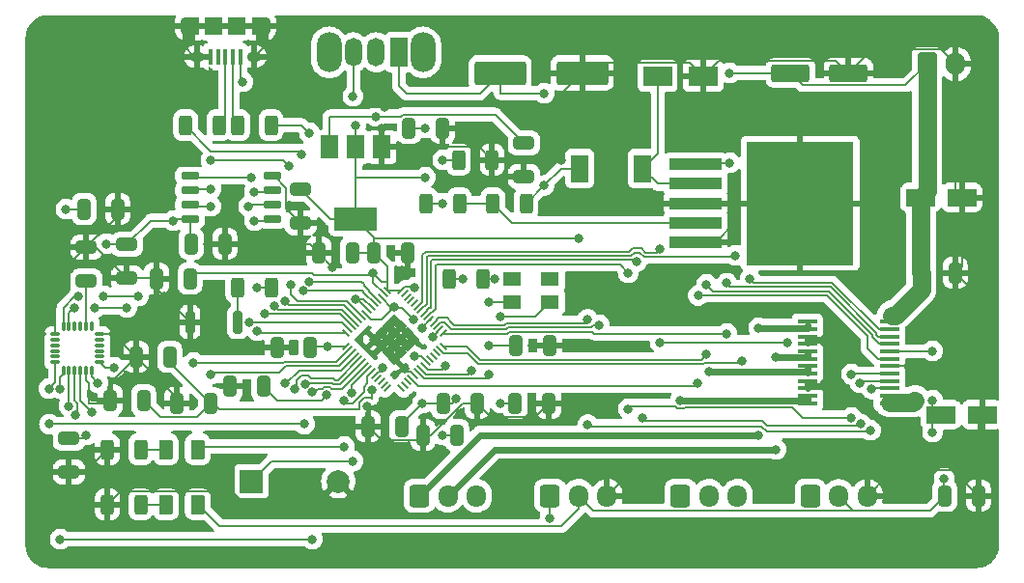
<source format=gbr>
%TF.GenerationSoftware,KiCad,Pcbnew,(6.0.5-0)*%
%TF.CreationDate,2022-06-13T17:31:05+02:00*%
%TF.ProjectId,Transportino,5472616e-7370-46f7-9274-696e6f2e6b69,v01*%
%TF.SameCoordinates,Original*%
%TF.FileFunction,Copper,L1,Top*%
%TF.FilePolarity,Positive*%
%FSLAX46Y46*%
G04 Gerber Fmt 4.6, Leading zero omitted, Abs format (unit mm)*
G04 Created by KiCad (PCBNEW (6.0.5-0)) date 2022-06-13 17:31:05*
%MOMM*%
%LPD*%
G01*
G04 APERTURE LIST*
G04 Aperture macros list*
%AMRoundRect*
0 Rectangle with rounded corners*
0 $1 Rounding radius*
0 $2 $3 $4 $5 $6 $7 $8 $9 X,Y pos of 4 corners*
0 Add a 4 corners polygon primitive as box body*
4,1,4,$2,$3,$4,$5,$6,$7,$8,$9,$2,$3,0*
0 Add four circle primitives for the rounded corners*
1,1,$1+$1,$2,$3*
1,1,$1+$1,$4,$5*
1,1,$1+$1,$6,$7*
1,1,$1+$1,$8,$9*
0 Add four rect primitives between the rounded corners*
20,1,$1+$1,$2,$3,$4,$5,0*
20,1,$1+$1,$4,$5,$6,$7,0*
20,1,$1+$1,$6,$7,$8,$9,0*
20,1,$1+$1,$8,$9,$2,$3,0*%
%AMHorizOval*
0 Thick line with rounded ends*
0 $1 width*
0 $2 $3 position (X,Y) of the first rounded end (center of the circle)*
0 $4 $5 position (X,Y) of the second rounded end (center of the circle)*
0 Add line between two ends*
20,1,$1,$2,$3,$4,$5,0*
0 Add two circle primitives to create the rounded ends*
1,1,$1,$2,$3*
1,1,$1,$4,$5*%
%AMRotRect*
0 Rectangle, with rotation*
0 The origin of the aperture is its center*
0 $1 length*
0 $2 width*
0 $3 Rotation angle, in degrees counterclockwise*
0 Add horizontal line*
21,1,$1,$2,0,0,$3*%
G04 Aperture macros list end*
%TA.AperFunction,SMDPad,CuDef*%
%ADD10RoundRect,0.250000X-0.325000X-0.650000X0.325000X-0.650000X0.325000X0.650000X-0.325000X0.650000X0*%
%TD*%
%TA.AperFunction,SMDPad,CuDef*%
%ADD11RoundRect,0.250000X0.312500X0.625000X-0.312500X0.625000X-0.312500X-0.625000X0.312500X-0.625000X0*%
%TD*%
%TA.AperFunction,ComponentPad*%
%ADD12RoundRect,0.250000X-0.600000X-0.725000X0.600000X-0.725000X0.600000X0.725000X-0.600000X0.725000X0*%
%TD*%
%TA.AperFunction,ComponentPad*%
%ADD13O,1.700000X1.950000*%
%TD*%
%TA.AperFunction,SMDPad,CuDef*%
%ADD14R,1.600000X1.300000*%
%TD*%
%TA.AperFunction,SMDPad,CuDef*%
%ADD15R,1.500000X2.400000*%
%TD*%
%TA.AperFunction,SMDPad,CuDef*%
%ADD16RoundRect,0.250000X0.650000X-0.325000X0.650000X0.325000X-0.650000X0.325000X-0.650000X-0.325000X0*%
%TD*%
%TA.AperFunction,SMDPad,CuDef*%
%ADD17RoundRect,0.250000X-1.050000X-0.550000X1.050000X-0.550000X1.050000X0.550000X-1.050000X0.550000X0*%
%TD*%
%TA.AperFunction,SMDPad,CuDef*%
%ADD18RoundRect,0.200000X-0.200000X-0.800000X0.200000X-0.800000X0.200000X0.800000X-0.200000X0.800000X0*%
%TD*%
%TA.AperFunction,SMDPad,CuDef*%
%ADD19RoundRect,0.250000X-0.312500X-0.625000X0.312500X-0.625000X0.312500X0.625000X-0.312500X0.625000X0*%
%TD*%
%TA.AperFunction,SMDPad,CuDef*%
%ADD20RoundRect,0.250000X-0.650000X0.325000X-0.650000X-0.325000X0.650000X-0.325000X0.650000X0.325000X0*%
%TD*%
%TA.AperFunction,SMDPad,CuDef*%
%ADD21R,4.600000X1.100000*%
%TD*%
%TA.AperFunction,SMDPad,CuDef*%
%ADD22R,9.400000X10.800000*%
%TD*%
%TA.AperFunction,SMDPad,CuDef*%
%ADD23RoundRect,0.250000X0.325000X0.650000X-0.325000X0.650000X-0.325000X-0.650000X0.325000X-0.650000X0*%
%TD*%
%TA.AperFunction,SMDPad,CuDef*%
%ADD24RoundRect,0.075000X-0.350000X-0.075000X0.350000X-0.075000X0.350000X0.075000X-0.350000X0.075000X0*%
%TD*%
%TA.AperFunction,SMDPad,CuDef*%
%ADD25RoundRect,0.075000X0.075000X-0.350000X0.075000X0.350000X-0.075000X0.350000X-0.075000X-0.350000X0*%
%TD*%
%TA.AperFunction,SMDPad,CuDef*%
%ADD26R,2.500000X1.800000*%
%TD*%
%TA.AperFunction,SMDPad,CuDef*%
%ADD27RoundRect,0.250000X-1.412500X-0.550000X1.412500X-0.550000X1.412500X0.550000X-1.412500X0.550000X0*%
%TD*%
%TA.AperFunction,ComponentPad*%
%ADD28R,2.000000X2.000000*%
%TD*%
%TA.AperFunction,ComponentPad*%
%ADD29C,2.000000*%
%TD*%
%TA.AperFunction,SMDPad,CuDef*%
%ADD30RoundRect,0.250000X-0.375000X-0.625000X0.375000X-0.625000X0.375000X0.625000X-0.375000X0.625000X0*%
%TD*%
%TA.AperFunction,SMDPad,CuDef*%
%ADD31RoundRect,0.150000X0.650000X0.150000X-0.650000X0.150000X-0.650000X-0.150000X0.650000X-0.150000X0*%
%TD*%
%TA.AperFunction,SMDPad,CuDef*%
%ADD32R,1.500000X2.000000*%
%TD*%
%TA.AperFunction,SMDPad,CuDef*%
%ADD33R,3.800000X2.000000*%
%TD*%
%TA.AperFunction,SMDPad,CuDef*%
%ADD34R,1.750000X0.450000*%
%TD*%
%TA.AperFunction,SMDPad,CuDef*%
%ADD35HorizOval,0.200000X0.238649X0.238649X-0.238649X-0.238649X0*%
%TD*%
%TA.AperFunction,SMDPad,CuDef*%
%ADD36HorizOval,0.200000X-0.238649X0.238649X0.238649X-0.238649X0*%
%TD*%
%TA.AperFunction,SMDPad,CuDef*%
%ADD37RotRect,0.800000X0.800000X45.000000*%
%TD*%
%TA.AperFunction,SMDPad,CuDef*%
%ADD38RoundRect,0.250001X-1.999999X-0.799999X1.999999X-0.799999X1.999999X0.799999X-1.999999X0.799999X0*%
%TD*%
%TA.AperFunction,ComponentPad*%
%ADD39O,2.200000X3.500000*%
%TD*%
%TA.AperFunction,ComponentPad*%
%ADD40R,1.500000X2.500000*%
%TD*%
%TA.AperFunction,ComponentPad*%
%ADD41O,1.500000X2.500000*%
%TD*%
%TA.AperFunction,ComponentPad*%
%ADD42RoundRect,0.250000X-0.600000X-0.750000X0.600000X-0.750000X0.600000X0.750000X-0.600000X0.750000X0*%
%TD*%
%TA.AperFunction,ComponentPad*%
%ADD43O,1.700000X2.000000*%
%TD*%
%TA.AperFunction,SMDPad,CuDef*%
%ADD44R,0.400000X1.350000*%
%TD*%
%TA.AperFunction,ComponentPad*%
%ADD45O,1.250000X0.950000*%
%TD*%
%TA.AperFunction,ComponentPad*%
%ADD46O,0.890000X1.550000*%
%TD*%
%TA.AperFunction,SMDPad,CuDef*%
%ADD47R,1.500000X1.550000*%
%TD*%
%TA.AperFunction,SMDPad,CuDef*%
%ADD48R,1.200000X1.550000*%
%TD*%
%TA.AperFunction,ViaPad*%
%ADD49C,1.600000*%
%TD*%
%TA.AperFunction,ViaPad*%
%ADD50C,0.800000*%
%TD*%
%TA.AperFunction,Conductor*%
%ADD51C,0.180000*%
%TD*%
%TA.AperFunction,Conductor*%
%ADD52C,0.200000*%
%TD*%
%TA.AperFunction,Conductor*%
%ADD53C,1.600000*%
%TD*%
%TA.AperFunction,Conductor*%
%ADD54C,0.600000*%
%TD*%
G04 APERTURE END LIST*
D10*
%TO.P,C8,1*%
%TO.N,GND*%
X150671000Y-81026000D03*
%TO.P,C8,2*%
%TO.N,+3V3*%
X153621000Y-81026000D03*
%TD*%
D11*
%TO.P,R6,1*%
%TO.N,Net-(D2-Pad1)*%
X135066500Y-98298000D03*
%TO.P,R6,2*%
%TO.N,GND*%
X132141500Y-98298000D03*
%TD*%
D12*
%TO.P,J3,1,Pin_1*%
%TO.N,MotorB0*%
X182372000Y-102362000D03*
D13*
%TO.P,J3,2,Pin_2*%
%TO.N,MotorB1*%
X184872000Y-102362000D03*
%TO.P,J3,3,Pin_3*%
%TO.N,MotorBENC0*%
X187372000Y-102362000D03*
%TD*%
D14*
%TO.P,Y1,1,1*%
%TO.N,XIN*%
X167642000Y-85344000D03*
%TO.P,Y1,2,2*%
%TO.N,Net-(C18-Pad1)*%
X170942000Y-85344000D03*
%TO.P,Y1,3*%
%TO.N,N/C*%
X170942000Y-83344000D03*
%TO.P,Y1,4*%
X167642000Y-83344000D03*
%TD*%
D15*
%TO.P,L1,1,1*%
%TO.N,/OUT*%
X179026000Y-73660000D03*
%TO.P,L1,2,2*%
%TO.N,BUCK_CONVERTER*%
X173526000Y-73660000D03*
%TD*%
D12*
%TO.P,J1,1,Pin_1*%
%TO.N,MotorA0*%
X159512000Y-102362000D03*
D13*
%TO.P,J1,2,Pin_2*%
%TO.N,MotorA1*%
X162012000Y-102362000D03*
%TO.P,J1,3,Pin_3*%
%TO.N,MotorAENC0*%
X164512000Y-102362000D03*
%TD*%
D10*
%TO.P,C4,1*%
%TO.N,+12V*%
X203503000Y-82804000D03*
%TO.P,C4,2*%
%TO.N,GND*%
X206453000Y-82804000D03*
%TD*%
%TO.P,C9,1*%
%TO.N,GND*%
X154989000Y-96266000D03*
%TO.P,C9,2*%
%TO.N,+3V3*%
X157939000Y-96266000D03*
%TD*%
%TO.P,C19,1*%
%TO.N,+3V3*%
X139495000Y-80264000D03*
%TO.P,C19,2*%
%TO.N,GND*%
X142445000Y-80264000D03*
%TD*%
D11*
%TO.P,R5,1*%
%TO.N,Net-(D1-Pad1)*%
X135066500Y-103124000D03*
%TO.P,R5,2*%
%TO.N,GND*%
X132141500Y-103124000D03*
%TD*%
%TO.P,R9,1*%
%TO.N,BUCK_CONVERTER*%
X168848500Y-76708000D03*
%TO.P,R9,2*%
%TO.N,Net-(R8-Pad1)*%
X165923500Y-76708000D03*
%TD*%
D10*
%TO.P,C17,1*%
%TO.N,XIN*%
X167943000Y-89154000D03*
%TO.P,C17,2*%
%TO.N,GND*%
X170893000Y-89154000D03*
%TD*%
D16*
%TO.P,C26,1*%
%TO.N,Net-(C26-Pad1)*%
X130302000Y-83517000D03*
%TO.P,C26,2*%
%TO.N,GND*%
X130302000Y-80567000D03*
%TD*%
D10*
%TO.P,C11,1*%
%TO.N,GND*%
X134669000Y-90170000D03*
%TO.P,C11,2*%
%TO.N,+1V1*%
X137619000Y-90170000D03*
%TD*%
D12*
%TO.P,J2,1,Pin_1*%
%TO.N,MotorAENC1*%
X170942000Y-102362000D03*
D13*
%TO.P,J2,2,Pin_2*%
%TO.N,+3V3*%
X173442000Y-102362000D03*
%TO.P,J2,3,Pin_3*%
%TO.N,GND*%
X175942000Y-102362000D03*
%TD*%
D17*
%TO.P,C3,1*%
%TO.N,+3V3*%
X205210000Y-95250000D03*
%TO.P,C3,2*%
%TO.N,GND*%
X208810000Y-95250000D03*
%TD*%
D10*
%TO.P,C25,1*%
%TO.N,+3V3*%
X158594000Y-70104000D03*
%TO.P,C25,2*%
%TO.N,GND*%
X161544000Y-70104000D03*
%TD*%
D18*
%TO.P,SW1,1,1*%
%TO.N,GND*%
X139378000Y-87122000D03*
%TO.P,SW1,2,2*%
%TO.N,/PROG_BTN*%
X143578000Y-87122000D03*
%TD*%
D19*
%TO.P,R4,1*%
%TO.N,/PROG_BTN*%
X143571500Y-84074000D03*
%TO.P,R4,2*%
%TO.N,QSPI_CSN*%
X146496500Y-84074000D03*
%TD*%
D20*
%TO.P,C22,1*%
%TO.N,+5V*%
X168656000Y-71423000D03*
%TO.P,C22,2*%
%TO.N,GND*%
X168656000Y-74373000D03*
%TD*%
D16*
%TO.P,C23,1*%
%TO.N,GND*%
X133858000Y-83263000D03*
%TO.P,C23,2*%
%TO.N,+3V3*%
X133858000Y-80313000D03*
%TD*%
D21*
%TO.P,U5,1,VIN*%
%TO.N,+12V*%
X183709000Y-73308000D03*
%TO.P,U5,2,OUT*%
%TO.N,/OUT*%
X183709000Y-75008000D03*
%TO.P,U5,3,GND*%
%TO.N,GND*%
X183709000Y-76708000D03*
D22*
X192859000Y-76708000D03*
D21*
%TO.P,U5,4,FB*%
%TO.N,Net-(R8-Pad1)*%
X183709000Y-78408000D03*
%TO.P,U5,5,~{ON}/OFF*%
%TO.N,GND*%
X183709000Y-80108000D03*
%TD*%
D23*
%TO.P,C10,1*%
%TO.N,GND*%
X164543000Y-94234000D03*
%TO.P,C10,2*%
%TO.N,+3V3*%
X161593000Y-94234000D03*
%TD*%
D24*
%TO.P,U4,1,CLKIN*%
%TO.N,GND*%
X127590000Y-88158000D03*
%TO.P,U4,2,NC*%
%TO.N,unconnected-(U4-Pad2)*%
X127590000Y-88658000D03*
%TO.P,U4,3,NC*%
%TO.N,unconnected-(U4-Pad3)*%
X127590000Y-89158000D03*
%TO.P,U4,4,NC*%
%TO.N,unconnected-(U4-Pad4)*%
X127590000Y-89658000D03*
%TO.P,U4,5,NC*%
%TO.N,unconnected-(U4-Pad5)*%
X127590000Y-90158000D03*
%TO.P,U4,6,AUX_SDA*%
%TO.N,XDA*%
X127590000Y-90658000D03*
D25*
%TO.P,U4,7,AUX_SCL*%
%TO.N,XCL*%
X128290000Y-91358000D03*
%TO.P,U4,8,VDDIO*%
%TO.N,+3V3*%
X128790000Y-91358000D03*
%TO.P,U4,9,AD0*%
%TO.N,AD0*%
X129290000Y-91358000D03*
%TO.P,U4,10,REGOUT*%
%TO.N,Net-(C24-Pad2)*%
X129790000Y-91358000D03*
%TO.P,U4,11,FSYNC*%
%TO.N,GND*%
X130290000Y-91358000D03*
%TO.P,U4,12,INT*%
%TO.N,INT*%
X130790000Y-91358000D03*
D24*
%TO.P,U4,13,VDD*%
%TO.N,+3V3*%
X131490000Y-90658000D03*
%TO.P,U4,14,NC*%
%TO.N,unconnected-(U4-Pad14)*%
X131490000Y-90158000D03*
%TO.P,U4,15,NC*%
%TO.N,unconnected-(U4-Pad15)*%
X131490000Y-89658000D03*
%TO.P,U4,16,NC*%
%TO.N,unconnected-(U4-Pad16)*%
X131490000Y-89158000D03*
%TO.P,U4,17,NC*%
%TO.N,unconnected-(U4-Pad17)*%
X131490000Y-88658000D03*
%TO.P,U4,18,GND*%
%TO.N,GND*%
X131490000Y-88158000D03*
D25*
%TO.P,U4,19,NC*%
%TO.N,unconnected-(U4-Pad19)*%
X130790000Y-87458000D03*
%TO.P,U4,20,CPOUT*%
%TO.N,Net-(C26-Pad1)*%
X130290000Y-87458000D03*
%TO.P,U4,21,NC*%
%TO.N,unconnected-(U4-Pad21)*%
X129790000Y-87458000D03*
%TO.P,U4,22,NC*%
%TO.N,unconnected-(U4-Pad22)*%
X129290000Y-87458000D03*
%TO.P,U4,23,SCL*%
%TO.N,SCL*%
X128790000Y-87458000D03*
%TO.P,U4,24,SDA*%
%TO.N,SDA*%
X128290000Y-87458000D03*
%TD*%
D16*
%TO.P,C7,1*%
%TO.N,GND*%
X149098000Y-78437000D03*
%TO.P,C7,2*%
%TO.N,+3V3*%
X149098000Y-75487000D03*
%TD*%
D11*
%TO.P,R8,1*%
%TO.N,Net-(R8-Pad1)*%
X163006500Y-76708000D03*
%TO.P,R8,2*%
%TO.N,Net-(R7-Pad1)*%
X160081500Y-76708000D03*
%TD*%
D10*
%TO.P,C14,1*%
%TO.N,GND*%
X147005557Y-89399521D03*
%TO.P,C14,2*%
%TO.N,+3V3*%
X149955557Y-89399521D03*
%TD*%
D19*
%TO.P,R1,1*%
%TO.N,Net-(R1-Pad1)*%
X138999500Y-69850000D03*
%TO.P,R1,2*%
%TO.N,USB_D+*%
X141924500Y-69850000D03*
%TD*%
D26*
%TO.P,D3,1*%
%TO.N,/OUT*%
X180372000Y-65532000D03*
%TO.P,D3,2*%
%TO.N,GND*%
X184372000Y-65532000D03*
%TD*%
D16*
%TO.P,C24,1*%
%TO.N,GND*%
X128778000Y-100281000D03*
%TO.P,C24,2*%
%TO.N,Net-(C24-Pad2)*%
X128778000Y-97331000D03*
%TD*%
D12*
%TO.P,J4,1,Pin_1*%
%TO.N,MotorBENC1*%
X193762000Y-102379000D03*
D13*
%TO.P,J4,2,Pin_2*%
%TO.N,+3V3*%
X196262000Y-102379000D03*
%TO.P,J4,3,Pin_3*%
%TO.N,GND*%
X198762000Y-102379000D03*
%TD*%
D10*
%TO.P,C2,1*%
%TO.N,+3V3*%
X205535000Y-102362000D03*
%TO.P,C2,2*%
%TO.N,GND*%
X208485000Y-102362000D03*
%TD*%
%TO.P,C16,1*%
%TO.N,GND*%
X142892641Y-92723170D03*
%TO.P,C16,2*%
%TO.N,+3V3*%
X145842641Y-92723170D03*
%TD*%
D27*
%TO.P,C21,1*%
%TO.N,+12V*%
X192026500Y-65278000D03*
%TO.P,C21,2*%
%TO.N,GND*%
X197101500Y-65278000D03*
%TD*%
D28*
%TO.P,BZ1,1,-*%
%TO.N,BUZZ*%
X144790000Y-101092000D03*
D29*
%TO.P,BZ1,2,+*%
%TO.N,GND*%
X152390000Y-101092000D03*
%TD*%
D10*
%TO.P,C5,1*%
%TO.N,GND*%
X138225000Y-94234000D03*
%TO.P,C5,2*%
%TO.N,+1V1*%
X141175000Y-94234000D03*
%TD*%
D30*
%TO.P,D1,1,K*%
%TO.N,Net-(D1-Pad1)*%
X137284000Y-103124000D03*
%TO.P,D1,2,A*%
%TO.N,+3V3*%
X140084000Y-103124000D03*
%TD*%
D31*
%TO.P,U3,1,~{CS}*%
%TO.N,QSPI_CSN*%
X146602000Y-78105000D03*
%TO.P,U3,2,DO(IO1)*%
%TO.N,QSPI_SD1*%
X146602000Y-76835000D03*
%TO.P,U3,3,IO2*%
%TO.N,QSPI_SD2*%
X146602000Y-75565000D03*
%TO.P,U3,4,GND*%
%TO.N,GND*%
X146602000Y-74295000D03*
%TO.P,U3,5,DI(IO0)*%
%TO.N,QSPI_SD0*%
X139402000Y-74295000D03*
%TO.P,U3,6,CLK*%
%TO.N,QSPI_SCLK*%
X139402000Y-75565000D03*
%TO.P,U3,7,IO3*%
%TO.N,QSPI_SD3*%
X139402000Y-76835000D03*
%TO.P,U3,8,VCC*%
%TO.N,+3V3*%
X139402000Y-78105000D03*
%TD*%
D32*
%TO.P,U6,1,GND*%
%TO.N,GND*%
X156224000Y-71780000D03*
D33*
%TO.P,U6,2,VO*%
%TO.N,+3V3*%
X153924000Y-78080000D03*
D32*
X153924000Y-71780000D03*
%TO.P,U6,3,VI*%
%TO.N,+5V*%
X151624000Y-71780000D03*
%TD*%
D34*
%TO.P,U2,1,AO1*%
%TO.N,MotorA0*%
X193504000Y-87103000D03*
%TO.P,U2,2,AO1*%
X193504000Y-87753000D03*
%TO.P,U2,3,PGND1*%
%TO.N,GND*%
X193504000Y-88403000D03*
%TO.P,U2,4,PGND1*%
X193504000Y-89053000D03*
%TO.P,U2,5,AO2*%
%TO.N,MotorA1*%
X193504000Y-89703000D03*
%TO.P,U2,6,AO2*%
X193504000Y-90353000D03*
%TO.P,U2,7,BO2*%
%TO.N,MotorB1*%
X193504000Y-91003000D03*
%TO.P,U2,8,BO2*%
X193504000Y-91653000D03*
%TO.P,U2,9,PGND2*%
%TO.N,GND*%
X193504000Y-92303000D03*
%TO.P,U2,10,PGND2*%
X193504000Y-92953000D03*
%TO.P,U2,11,BO1*%
%TO.N,MotorB0*%
X193504000Y-93603000D03*
%TO.P,U2,12,BO1*%
X193504000Y-94253000D03*
%TO.P,U2,13,VM2*%
%TO.N,+12V*%
X200704000Y-94253000D03*
%TO.P,U2,14,VM3*%
X200704000Y-93603000D03*
%TO.P,U2,15,PWMB*%
%TO.N,CtrlBPWM*%
X200704000Y-92953000D03*
%TO.P,U2,16,BIN2*%
%TO.N,CtrlB1*%
X200704000Y-92303000D03*
%TO.P,U2,17,BIN1*%
%TO.N,CtrlB0*%
X200704000Y-91653000D03*
%TO.P,U2,18,GND*%
%TO.N,GND*%
X200704000Y-91003000D03*
%TO.P,U2,19,STBY*%
%TO.N,DRV_EN*%
X200704000Y-90353000D03*
%TO.P,U2,20,VCC*%
%TO.N,+3V3*%
X200704000Y-89703000D03*
%TO.P,U2,21,AIN1*%
%TO.N,CtrlA0*%
X200704000Y-89053000D03*
%TO.P,U2,22,AIN2*%
%TO.N,CtrlA1*%
X200704000Y-88403000D03*
%TO.P,U2,23,PWMA*%
%TO.N,CtrlAPWM*%
X200704000Y-87753000D03*
%TO.P,U2,24,VM1*%
%TO.N,+12V*%
X200704000Y-87103000D03*
%TD*%
D10*
%TO.P,C1,1*%
%TO.N,GND*%
X159815000Y-97028000D03*
%TO.P,C1,2*%
%TO.N,+3V3*%
X162765000Y-97028000D03*
%TD*%
%TO.P,C15,1*%
%TO.N,GND*%
X136447000Y-83312000D03*
%TO.P,C15,2*%
%TO.N,+3V3*%
X139397000Y-83312000D03*
%TD*%
D35*
%TO.P,U1,1,IOVDD*%
%TO.N,+3V3*%
X153037787Y-89238202D03*
%TO.P,U1,2,GPIO0*%
%TO.N,SDA*%
X153320630Y-89521045D03*
%TO.P,U1,3,GPIO1*%
%TO.N,SCL*%
X153603472Y-89803887D03*
%TO.P,U1,4,GPIO2*%
%TO.N,INT*%
X153886315Y-90086730D03*
%TO.P,U1,5,GPIO3*%
%TO.N,AD0*%
X154169158Y-90369573D03*
%TO.P,U1,6,GPIO4*%
%TO.N,XDA*%
X154452000Y-90652415D03*
%TO.P,U1,7,GPIO5*%
%TO.N,XCL*%
X154734843Y-90935258D03*
%TO.P,U1,8,GPIO6*%
%TO.N,BUZZ*%
X155017686Y-91218101D03*
%TO.P,U1,9,GPIO7*%
%TO.N,STATUS_LED*%
X155300529Y-91500944D03*
%TO.P,U1,10,IOVDD*%
%TO.N,+3V3*%
X155583371Y-91783786D03*
%TO.P,U1,11,GPIO8*%
%TO.N,unconnected-(U1-Pad11)*%
X155866214Y-92066629D03*
%TO.P,U1,12,GPIO9*%
%TO.N,unconnected-(U1-Pad12)*%
X156149057Y-92349472D03*
%TO.P,U1,13,GPIO10*%
%TO.N,unconnected-(U1-Pad13)*%
X156431899Y-92632314D03*
%TO.P,U1,14,GPIO11*%
%TO.N,unconnected-(U1-Pad14)*%
X156714742Y-92915157D03*
D36*
%TO.P,U1,15,GPIO12*%
%TO.N,unconnected-(U1-Pad15)*%
X157899146Y-92915157D03*
%TO.P,U1,16,GPIO13*%
%TO.N,unconnected-(U1-Pad16)*%
X158181989Y-92632314D03*
%TO.P,U1,17,GPIO14*%
%TO.N,unconnected-(U1-Pad17)*%
X158464831Y-92349472D03*
%TO.P,U1,18,GPIO15*%
%TO.N,DRV_EN*%
X158747674Y-92066629D03*
%TO.P,U1,19,TESTEN*%
%TO.N,GND*%
X159030517Y-91783786D03*
%TO.P,U1,20,XIN*%
%TO.N,XIN*%
X159313359Y-91500944D03*
%TO.P,U1,21,XOUT*%
%TO.N,XOUT*%
X159596202Y-91218101D03*
%TO.P,U1,22,IOVDD*%
%TO.N,+3V3*%
X159879045Y-90935258D03*
%TO.P,U1,23,DVDD*%
%TO.N,+1V1*%
X160161888Y-90652415D03*
%TO.P,U1,24,SWCLK*%
%TO.N,SWCLK*%
X160444730Y-90369573D03*
%TO.P,U1,25,SWDIO*%
%TO.N,SWD*%
X160727573Y-90086730D03*
%TO.P,U1,26,RUN*%
%TO.N,RUN*%
X161010416Y-89803887D03*
%TO.P,U1,27,GPIO16*%
%TO.N,CtrlAPWM*%
X161293258Y-89521045D03*
%TO.P,U1,28,GPIO17*%
%TO.N,CtrlA0*%
X161576101Y-89238202D03*
D35*
%TO.P,U1,29,GPIO18*%
%TO.N,CtrlA1*%
X161576101Y-88053798D03*
%TO.P,U1,30,GPIO19*%
%TO.N,MotorAENC0*%
X161293258Y-87770955D03*
%TO.P,U1,31,GPIO20*%
%TO.N,MotorAENC1*%
X161010416Y-87488113D03*
%TO.P,U1,32,GPIO21*%
%TO.N,CtrlBPWM*%
X160727573Y-87205270D03*
%TO.P,U1,33,IOVDD*%
%TO.N,+3V3*%
X160444730Y-86922427D03*
%TO.P,U1,34,GPIO22*%
%TO.N,CtrlB0*%
X160161888Y-86639585D03*
%TO.P,U1,35,GPIO23*%
%TO.N,CtrlB1*%
X159879045Y-86356742D03*
%TO.P,U1,36,GPIO24*%
%TO.N,MotorBENC0*%
X159596202Y-86073899D03*
%TO.P,U1,37,GPIO25*%
%TO.N,MotorBENC1*%
X159313359Y-85791056D03*
%TO.P,U1,38,GPIO26/ADC0*%
%TO.N,unconnected-(U1-Pad38)*%
X159030517Y-85508214D03*
%TO.P,U1,39,GPIO27/ADC1*%
%TO.N,unconnected-(U1-Pad39)*%
X158747674Y-85225371D03*
%TO.P,U1,40,GPIO28/ADC2*%
%TO.N,unconnected-(U1-Pad40)*%
X158464831Y-84942528D03*
%TO.P,U1,41,GPIO29/ADC3*%
%TO.N,unconnected-(U1-Pad41)*%
X158181989Y-84659686D03*
%TO.P,U1,42,IOVDD*%
%TO.N,+3V3*%
X157899146Y-84376843D03*
D36*
%TO.P,U1,43,ADC_AVDD*%
X156714742Y-84376843D03*
%TO.P,U1,44,VREG_VIN*%
X156431899Y-84659686D03*
%TO.P,U1,45,VREG_VOUT*%
%TO.N,+1V1*%
X156149057Y-84942528D03*
%TO.P,U1,46,USB_DM*%
%TO.N,Net-(R2-Pad1)*%
X155866214Y-85225371D03*
%TO.P,U1,47,USB_DP*%
%TO.N,Net-(R1-Pad1)*%
X155583371Y-85508214D03*
%TO.P,U1,48,USB_VDD*%
%TO.N,+3V3*%
X155300529Y-85791056D03*
%TO.P,U1,49,IOVDD*%
X155017686Y-86073899D03*
%TO.P,U1,50,DVDD*%
%TO.N,+1V1*%
X154734843Y-86356742D03*
%TO.P,U1,51,QSPI_SD3*%
%TO.N,QSPI_SD3*%
X154452000Y-86639585D03*
%TO.P,U1,52,QSPI_SCLK*%
%TO.N,QSPI_SCLK*%
X154169158Y-86922427D03*
%TO.P,U1,53,QSPI_SD0*%
%TO.N,QSPI_SD0*%
X153886315Y-87205270D03*
%TO.P,U1,54,QSPI_SD2*%
%TO.N,QSPI_SD2*%
X153603472Y-87488113D03*
%TO.P,U1,55,QSPI_SD1*%
%TO.N,QSPI_SD1*%
X153320630Y-87770955D03*
%TO.P,U1,56,QSPI_SS_N*%
%TO.N,QSPI_CSN*%
X153037787Y-88053798D03*
D37*
%TO.P,U1,57,GND*%
%TO.N,GND*%
X157872629Y-88646000D03*
X157872629Y-89777371D03*
X156175573Y-88080315D03*
X156741259Y-89777371D03*
X156175573Y-89211685D03*
X158438315Y-88080315D03*
X159004000Y-88646000D03*
X157306944Y-88080315D03*
X156741259Y-87514629D03*
X157872629Y-87514629D03*
X156741259Y-88646000D03*
X157306944Y-86948944D03*
X155609888Y-88646000D03*
X158438315Y-89211685D03*
X157306944Y-90343056D03*
X157306944Y-89211685D03*
%TD*%
D30*
%TO.P,D2,1,K*%
%TO.N,Net-(D2-Pad1)*%
X137284000Y-98298000D03*
%TO.P,D2,2,A*%
%TO.N,STATUS_LED*%
X140084000Y-98298000D03*
%TD*%
D38*
%TO.P,C27,1*%
%TO.N,BUCK_CONVERTER*%
X166580000Y-65278000D03*
%TO.P,C27,2*%
%TO.N,GND*%
X173780000Y-65278000D03*
%TD*%
D39*
%TO.P,SW2,*%
%TO.N,*%
X159802000Y-63468000D03*
X151602000Y-63468000D03*
D40*
%TO.P,SW2,1,A*%
%TO.N,BUCK_CONVERTER*%
X157702000Y-63468000D03*
D41*
%TO.P,SW2,2,B*%
%TO.N,+5V*%
X155702000Y-63468000D03*
%TO.P,SW2,3,C*%
%TO.N,VBUS*%
X153702000Y-63468000D03*
%TD*%
D42*
%TO.P,BT1,1,+*%
%TO.N,+12V*%
X203982000Y-64499000D03*
D43*
%TO.P,BT1,2,-*%
%TO.N,GND*%
X206482000Y-64499000D03*
%TD*%
D10*
%TO.P,C18,1*%
%TO.N,Net-(C18-Pad1)*%
X167894000Y-94234000D03*
%TO.P,C18,2*%
%TO.N,GND*%
X170844000Y-94234000D03*
%TD*%
D17*
%TO.P,C6,1*%
%TO.N,+12V*%
X203432000Y-76200000D03*
%TO.P,C6,2*%
%TO.N,GND*%
X207032000Y-76200000D03*
%TD*%
D23*
%TO.P,C20,1*%
%TO.N,GND*%
X133047000Y-77216000D03*
%TO.P,C20,2*%
%TO.N,+3V3*%
X130097000Y-77216000D03*
%TD*%
D10*
%TO.P,C13,1*%
%TO.N,GND*%
X132383000Y-93980000D03*
%TO.P,C13,2*%
%TO.N,+1V1*%
X135333000Y-93980000D03*
%TD*%
D11*
%TO.P,R2,1*%
%TO.N,Net-(R2-Pad1)*%
X146496500Y-69850000D03*
%TO.P,R2,2*%
%TO.N,USB_D-*%
X143571500Y-69850000D03*
%TD*%
D19*
%TO.P,R7,1*%
%TO.N,Net-(R7-Pad1)*%
X162937000Y-72898000D03*
%TO.P,R7,2*%
%TO.N,GND*%
X165862000Y-72898000D03*
%TD*%
%TO.P,R3,1*%
%TO.N,XOUT*%
X162113500Y-83312000D03*
%TO.P,R3,2*%
%TO.N,Net-(C18-Pad1)*%
X165038500Y-83312000D03*
%TD*%
D23*
%TO.P,C12,1*%
%TO.N,GND*%
X158447000Y-81026000D03*
%TO.P,C12,2*%
%TO.N,+3V3*%
X155497000Y-81026000D03*
%TD*%
D44*
%TO.P,J5,1,VBUS*%
%TO.N,VBUS*%
X143789229Y-63844597D03*
%TO.P,J5,2,D-*%
%TO.N,USB_D-*%
X143139229Y-63844597D03*
%TO.P,J5,3,D+*%
%TO.N,USB_D+*%
X142489229Y-63844597D03*
%TO.P,J5,4,ID*%
%TO.N,unconnected-(J5-Pad4)*%
X141839229Y-63844597D03*
%TO.P,J5,5,GND*%
%TO.N,GND*%
X141189229Y-63844597D03*
D45*
%TO.P,J5,6,Shield*%
X144989229Y-63844597D03*
D46*
X145989229Y-61144597D03*
D47*
X141489229Y-61144597D03*
D48*
X145389229Y-61144597D03*
X139589229Y-61144597D03*
D45*
X139989229Y-63844597D03*
D47*
X143489229Y-61144597D03*
D46*
X138989229Y-61144597D03*
%TD*%
D49*
%TO.N,+12V*%
X202946000Y-93980000D03*
D50*
X186690000Y-73152000D03*
D49*
X203503000Y-84279000D03*
D50*
X186690000Y-65278000D03*
%TO.N,GND*%
X140970000Y-80264000D03*
X171958000Y-72898000D03*
X157988000Y-82550000D03*
X156210000Y-70104000D03*
X199644000Y-76708000D03*
X169418000Y-89154000D03*
X144272000Y-92710000D03*
D49*
X196088000Y-88646000D03*
D50*
X171958000Y-67310000D03*
X199136000Y-63246000D03*
X156423500Y-68256364D03*
X137126000Y-84870000D03*
X154940000Y-94488000D03*
X158183693Y-91208738D03*
D49*
X196088000Y-92710000D03*
D50*
X140970000Y-87122000D03*
X136144000Y-90170000D03*
X169418000Y-94234000D03*
X144272000Y-89408000D03*
X151892000Y-82296000D03*
%TO.N,BUZZ*%
X153578575Y-93311329D03*
X153670000Y-99314000D03*
%TO.N,+3V3*%
X159766000Y-87630000D03*
X162711947Y-93877947D03*
X160020000Y-74422000D03*
X161544000Y-97028000D03*
X204470000Y-96774000D03*
X156242444Y-91142143D03*
X160020000Y-70104000D03*
X132080000Y-80264000D03*
X153924000Y-85090000D03*
X128778000Y-94488000D03*
X151384000Y-93544500D03*
X128524000Y-77216000D03*
X204470000Y-89662000D03*
X205486000Y-100838000D03*
X159076500Y-84074000D03*
X151468202Y-89238202D03*
X159766000Y-94234000D03*
X155448000Y-82804000D03*
X153924000Y-69850000D03*
X204470000Y-93980000D03*
X161798000Y-91007460D03*
X132759949Y-91103949D03*
X137922000Y-78232000D03*
X173442000Y-79756000D03*
%TO.N,+1V1*%
X157298064Y-85783824D03*
X159076500Y-90130595D03*
X158978358Y-86900351D03*
X155320316Y-93091669D03*
%TO.N,XIN*%
X165608000Y-89154000D03*
X165608000Y-85344000D03*
X165608000Y-91766500D03*
%TO.N,Net-(C18-Pad1)*%
X166624000Y-94234000D03*
X166116000Y-83312000D03*
X166624000Y-86614000D03*
%TO.N,+5V*%
X155702000Y-69088000D03*
%TO.N,Net-(C24-Pad2)*%
X130302000Y-97028000D03*
X130810000Y-94996000D03*
%TO.N,BUCK_CONVERTER*%
X170434000Y-67056000D03*
X170403250Y-75153250D03*
%TO.N,STATUS_LED*%
X152908000Y-94052500D03*
X152908000Y-98044000D03*
%TO.N,MotorA0*%
X189230000Y-97028000D03*
X189230000Y-87630000D03*
%TO.N,MotorA1*%
X190754000Y-98298000D03*
X190754000Y-90170000D03*
%TO.N,MotorAENC0*%
X160648923Y-88415851D03*
%TO.N,MotorAENC1*%
X175260000Y-87376000D03*
X170942000Y-104316020D03*
%TO.N,MotorB0*%
X182372000Y-93980000D03*
%TO.N,MotorB1*%
X184912000Y-91440000D03*
%TO.N,MotorBENC0*%
X187198000Y-81280000D03*
%TO.N,MotorBENC1*%
X180594000Y-88900000D03*
X191770000Y-88900000D03*
X180594000Y-80737942D03*
%TO.N,VBUS*%
X153670000Y-67310000D03*
X144018000Y-66040000D03*
%TO.N,Net-(R1-Pad1)*%
X149170500Y-72390000D03*
X149305576Y-84397636D03*
%TO.N,Net-(R2-Pad1)*%
X149860000Y-70539500D03*
X149860000Y-83566000D03*
%TO.N,XOUT*%
X164084000Y-91386980D03*
X163322000Y-83312000D03*
%TO.N,QSPI_CSN*%
X145288000Y-84074000D03*
X145034000Y-78232000D03*
X145288000Y-87884000D03*
%TO.N,Net-(R7-Pad1)*%
X161544000Y-76708000D03*
X161544000Y-72898000D03*
%TO.N,SDA*%
X134874000Y-84836000D03*
X131826000Y-84836000D03*
X139700000Y-90678000D03*
X129600500Y-84903268D03*
%TO.N,SCL*%
X129286000Y-85852000D03*
X133858000Y-85852000D03*
X131064000Y-85852000D03*
X141224000Y-91694000D03*
%TO.N,INT*%
X131318000Y-92456000D03*
X147685406Y-92493374D03*
%TO.N,AD0*%
X129332424Y-95319636D03*
X148558820Y-92979330D03*
%TO.N,XDA*%
X149455777Y-92538338D03*
X149424489Y-96084489D03*
X127072489Y-96084489D03*
X127016497Y-92964000D03*
%TO.N,XCL*%
X150114000Y-106172000D03*
X128016000Y-92964000D03*
X150114000Y-93290500D03*
X128016000Y-106172000D03*
%TO.N,DRV_EN*%
X183935354Y-84796646D03*
X183896000Y-92456000D03*
%TO.N,CtrlAPWM*%
X187779499Y-90540500D03*
X188468000Y-83348106D03*
%TO.N,CtrlA0*%
X184658000Y-83820000D03*
X184658000Y-89988500D03*
%TO.N,CtrlA1*%
X186436000Y-83727626D03*
X186436000Y-88138000D03*
%TO.N,CtrlBPWM*%
X199021273Y-96612848D03*
X174236369Y-86887809D03*
X174244000Y-96128500D03*
X199136000Y-92992500D03*
%TO.N,CtrlB0*%
X197358000Y-95504000D03*
X177800000Y-94742000D03*
X177800000Y-82804000D03*
X197358000Y-91694000D03*
%TO.N,CtrlB1*%
X178562000Y-81788000D03*
X179070000Y-95576500D03*
X198120000Y-92456000D03*
X198189636Y-96058424D03*
%TO.N,QSPI_SD3*%
X141224000Y-76962000D03*
X148263500Y-83861148D03*
%TO.N,QSPI_SCLK*%
X148082000Y-73406000D03*
X147714214Y-85312866D03*
X141224000Y-75438000D03*
X141224000Y-72898000D03*
%TO.N,QSPI_SD0*%
X146812000Y-85743000D03*
X144780000Y-74422000D03*
%TO.N,QSPI_SD2*%
X145034000Y-75692000D03*
X145977500Y-86432500D03*
%TO.N,QSPI_SD1*%
X144577500Y-87122000D03*
X144526000Y-76962000D03*
%TD*%
D51*
%TO.N,GND*%
X145389229Y-61144597D02*
X145989229Y-61144597D01*
X143489229Y-61144597D02*
X145389229Y-61144597D01*
X141489229Y-61144597D02*
X143489229Y-61144597D01*
X139589229Y-61144597D02*
X141489229Y-61144597D01*
%TO.N,VBUS*%
X144018000Y-66040000D02*
X143789229Y-65811229D01*
X143789229Y-65811229D02*
X143789229Y-63844597D01*
D52*
%TO.N,USB_D-*%
X143139229Y-63844597D02*
X143139229Y-69417729D01*
X143139229Y-69417729D02*
X143571500Y-69850000D01*
%TO.N,USB_D+*%
X142489229Y-63844597D02*
X142489229Y-69285271D01*
X142489229Y-69285271D02*
X141924500Y-69850000D01*
D51*
%TO.N,GND*%
X139989229Y-63844597D02*
X141189229Y-63844597D01*
X145989229Y-61144597D02*
X145989229Y-62844597D01*
X145989229Y-62844597D02*
X144989229Y-63844597D01*
X138994000Y-63061000D02*
X139777597Y-63844597D01*
X139777597Y-63844597D02*
X139989229Y-63844597D01*
X138994000Y-63061000D02*
X138994000Y-61361000D01*
X146996364Y-68256364D02*
X156423500Y-68256364D01*
X144994000Y-66254000D02*
X146996364Y-68256364D01*
X144994000Y-64061000D02*
X144994000Y-66254000D01*
%TO.N,+12V*%
X192026500Y-65278000D02*
X186690000Y-65278000D01*
D53*
X202946000Y-93980000D02*
X202748489Y-94177511D01*
D51*
X193116020Y-66367520D02*
X202113480Y-66367520D01*
D53*
X201253511Y-86528489D02*
X200914000Y-86528489D01*
X203982000Y-75650000D02*
X203432000Y-76200000D01*
X203432000Y-82733000D02*
X203503000Y-82804000D01*
X203503000Y-82804000D02*
X203503000Y-84279000D01*
X203503000Y-84279000D02*
X201253511Y-86528489D01*
D51*
X186690000Y-73152000D02*
X183865000Y-73152000D01*
X183865000Y-73152000D02*
X183709000Y-73308000D01*
D53*
X203982000Y-64499000D02*
X203982000Y-75650000D01*
X202748489Y-94177511D02*
X200704000Y-94177511D01*
D51*
X192026500Y-65278000D02*
X193116020Y-66367520D01*
D53*
X203432000Y-76200000D02*
X203432000Y-82733000D01*
D51*
X202113480Y-66367520D02*
X203982000Y-64499000D01*
D54*
%TO.N,GND*%
X193802000Y-92710000D02*
X193504000Y-92412000D01*
D51*
X173780000Y-65278000D02*
X174715511Y-64342489D01*
X156178520Y-97455520D02*
X159387480Y-97455520D01*
X169418000Y-94234000D02*
X170844000Y-94234000D01*
X208810000Y-90954000D02*
X208810000Y-85161000D01*
X184372000Y-65532000D02*
X185715520Y-64188480D01*
X169654480Y-95423520D02*
X170844000Y-94234000D01*
X132657000Y-88158000D02*
X134669000Y-90170000D01*
X208485000Y-102362000D02*
X208485000Y-95575000D01*
X159815000Y-97028000D02*
X160536996Y-97028000D01*
X158447000Y-81026000D02*
X158447000Y-82091000D01*
X132129000Y-94234000D02*
X132383000Y-93980000D01*
X178155511Y-100148489D02*
X200992511Y-100148489D01*
X131490000Y-88158000D02*
X132657000Y-88158000D01*
X200992511Y-100148489D02*
X206271489Y-100148489D01*
X143734978Y-102616000D02*
X150866000Y-102616000D01*
D54*
X193802000Y-88646000D02*
X193548000Y-88900000D01*
D51*
X136398000Y-83263000D02*
X136447000Y-83312000D01*
X156224000Y-71780000D02*
X156270520Y-71733480D01*
X132383000Y-93980000D02*
X132383000Y-92456000D01*
X196011980Y-64188480D02*
X197101500Y-65278000D01*
X206271489Y-100148489D02*
X208485000Y-102362000D01*
D54*
X193504000Y-92412000D02*
X193504000Y-92877991D01*
D51*
X206482000Y-75650000D02*
X206482000Y-64499000D01*
X133858000Y-83263000D02*
X136398000Y-83263000D01*
X137126000Y-84870000D02*
X139378000Y-87122000D01*
X159387480Y-97455520D02*
X159815000Y-97028000D01*
X143078458Y-101959480D02*
X143734978Y-102616000D01*
X163068000Y-70104000D02*
X164697480Y-71733480D01*
X156270520Y-71733480D02*
X164697480Y-71733480D01*
X161544000Y-70104000D02*
X163068000Y-70104000D01*
X144272000Y-89408000D02*
X147115000Y-89408000D01*
X150671000Y-81026000D02*
X150671000Y-81075000D01*
X142445000Y-80264000D02*
X148844000Y-80264000D01*
X146602000Y-74295000D02*
X146753575Y-74295000D01*
X132141500Y-98298000D02*
X132141500Y-103124000D01*
X154940000Y-94488000D02*
X154940000Y-96217000D01*
X164543000Y-94234000D02*
X165732520Y-95423520D01*
X128778000Y-100281000D02*
X130158500Y-100281000D01*
X168656000Y-72898000D02*
X171958000Y-72898000D01*
X148844000Y-80264000D02*
X149909000Y-80264000D01*
X199170020Y-63209480D02*
X205192480Y-63209480D01*
D54*
X196088000Y-88646000D02*
X193802000Y-88646000D01*
D51*
X133047000Y-77216000D02*
X133047000Y-77822000D01*
X187198000Y-76708000D02*
X192859000Y-76708000D01*
X171958000Y-67310000D02*
X171958000Y-67100000D01*
X198762000Y-102379000D02*
X200992511Y-100148489D01*
X165732520Y-95423520D02*
X169654480Y-95423520D01*
X149098000Y-80010000D02*
X148844000Y-80264000D01*
X140970000Y-80264000D02*
X142445000Y-80264000D01*
D54*
X193548000Y-88900000D02*
X193504000Y-88856000D01*
D51*
X130302000Y-80567000D02*
X131162000Y-80567000D01*
X183709000Y-80108000D02*
X185459000Y-80108000D01*
X192859000Y-76708000D02*
X199644000Y-76708000D01*
X171958000Y-67100000D02*
X173780000Y-65278000D01*
X133306020Y-101959480D02*
X143078458Y-101959480D01*
X139378000Y-87122000D02*
X140970000Y-87122000D01*
X154940000Y-96217000D02*
X154989000Y-96266000D01*
X208810000Y-95250000D02*
X208810000Y-90954000D01*
X130158500Y-100281000D02*
X132141500Y-98298000D01*
X158447000Y-82091000D02*
X157988000Y-82550000D01*
X142797000Y-92710000D02*
X144272000Y-92710000D01*
X207032000Y-76200000D02*
X206482000Y-75650000D01*
X158685192Y-91438461D02*
X158402349Y-91438461D01*
X183182489Y-64342489D02*
X184372000Y-65532000D01*
X127590000Y-88158000D02*
X127590000Y-83279000D01*
X147828000Y-77167000D02*
X149098000Y-78437000D01*
X146753575Y-74295000D02*
X147828000Y-75369425D01*
X208761000Y-91003000D02*
X208810000Y-90954000D01*
X158402349Y-91438461D02*
X157306944Y-90343056D01*
X174715511Y-64342489D02*
X183182489Y-64342489D01*
X160536996Y-97028000D02*
X163330996Y-94234000D01*
X147828000Y-75369425D02*
X147828000Y-77167000D01*
X136447000Y-83312000D02*
X136447000Y-84191000D01*
X206453000Y-82804000D02*
X207032000Y-82225000D01*
X156224000Y-70118000D02*
X156210000Y-70104000D01*
X138225000Y-93726000D02*
X134669000Y-90170000D01*
X130556000Y-94234000D02*
X132129000Y-94234000D01*
X197101500Y-65278000D02*
X199170020Y-63209480D01*
X154989000Y-96266000D02*
X156178520Y-97455520D01*
X149098000Y-78437000D02*
X149098000Y-80010000D01*
X132141500Y-103124000D02*
X133306020Y-101959480D01*
X150866000Y-102616000D02*
X152390000Y-101092000D01*
X156224000Y-71780000D02*
X156224000Y-70118000D01*
D54*
X193504000Y-88856000D02*
X193504000Y-88478009D01*
D51*
X205192480Y-63209480D02*
X206482000Y-64499000D01*
X149909000Y-80264000D02*
X150671000Y-81026000D01*
X132383000Y-92456000D02*
X134669000Y-90170000D01*
X208810000Y-85161000D02*
X206453000Y-82804000D01*
X185459000Y-80108000D02*
X187198000Y-78369000D01*
X164697480Y-71733480D02*
X165862000Y-72898000D01*
X168656000Y-74373000D02*
X168656000Y-72898000D01*
X163330996Y-94234000D02*
X164543000Y-94234000D01*
X134669000Y-90170000D02*
X136144000Y-90170000D01*
X200704000Y-91003000D02*
X208761000Y-91003000D01*
X187198000Y-78369000D02*
X187198000Y-76708000D01*
X136447000Y-84191000D02*
X137126000Y-84870000D01*
X165862000Y-72898000D02*
X168656000Y-72898000D01*
X185715520Y-64188480D02*
X196011980Y-64188480D01*
X133047000Y-77822000D02*
X130302000Y-80567000D01*
X159030517Y-91783786D02*
X158685192Y-91438461D01*
D54*
X196088000Y-92710000D02*
X193802000Y-92710000D01*
D51*
X131162000Y-80567000D02*
X133858000Y-83263000D01*
X208485000Y-95575000D02*
X208810000Y-95250000D01*
X175942000Y-102362000D02*
X178155511Y-100148489D01*
X170893000Y-89154000D02*
X169418000Y-89154000D01*
X130556000Y-92496883D02*
X130556000Y-94234000D01*
X183709000Y-76708000D02*
X187198000Y-76708000D01*
X138225000Y-94234000D02*
X138225000Y-93726000D01*
X130290000Y-92230883D02*
X130556000Y-92496883D01*
X130290000Y-91358000D02*
X130290000Y-92230883D01*
X150671000Y-81075000D02*
X151892000Y-82296000D01*
X127590000Y-83279000D02*
X130302000Y-80567000D01*
X207032000Y-82225000D02*
X207032000Y-76200000D01*
%TO.N,BUZZ*%
X146568000Y-99314000D02*
X144790000Y-101092000D01*
X153670000Y-99314000D02*
X146568000Y-99314000D01*
X153578575Y-92657212D02*
X155017686Y-91218101D01*
X153578575Y-93311329D02*
X153578575Y-92657212D01*
%TO.N,+3V3*%
X153924000Y-71780000D02*
X153924000Y-74422000D01*
X155448000Y-82804000D02*
X155266489Y-82985511D01*
X205486000Y-100838000D02*
X205486000Y-102313000D01*
X160020000Y-74422000D02*
X153924000Y-74422000D01*
X155448000Y-82804000D02*
X156213258Y-83569258D01*
X150948500Y-93980000D02*
X147017000Y-93980000D01*
X159076500Y-84074000D02*
X159034018Y-84031518D01*
X158594000Y-70104000D02*
X160020000Y-70104000D01*
X151384000Y-93544500D02*
X150948500Y-93980000D01*
X158244471Y-84031518D02*
X157899146Y-84376843D01*
X204470000Y-93980000D02*
X204470000Y-94510000D01*
X150295511Y-82985511D02*
X150114000Y-82804000D01*
X157939000Y-96266000D02*
X157939000Y-96061000D01*
X149098000Y-75487000D02*
X151691000Y-78080000D01*
X161798000Y-91007460D02*
X161488020Y-91317440D01*
X156210000Y-91174587D02*
X156242444Y-91142143D01*
X155600000Y-79756000D02*
X153924000Y-78080000D01*
X200704000Y-89703000D02*
X204429000Y-89703000D01*
X155266489Y-82985511D02*
X150295511Y-82985511D01*
X159766000Y-94234000D02*
X161593000Y-94234000D01*
X139402000Y-78105000D02*
X138049000Y-78105000D01*
X160099405Y-87282574D02*
X159766000Y-87615979D01*
X154599473Y-85090000D02*
X155300529Y-85791056D01*
X157939000Y-96061000D02*
X159766000Y-94234000D01*
X174723520Y-103643520D02*
X197623520Y-103643520D01*
X205210000Y-95250000D02*
X204470000Y-95990000D01*
X160459552Y-86922427D02*
X160099405Y-87282574D01*
X128524000Y-77216000D02*
X130097000Y-77216000D01*
X161593000Y-94234000D02*
X162355894Y-94234000D01*
X204253480Y-103643520D02*
X197623520Y-103643520D01*
X156210000Y-91438461D02*
X156210000Y-91174587D01*
X155583371Y-91783786D02*
X155928696Y-91438461D01*
X160261227Y-91317440D02*
X159879045Y-90935258D01*
X155497000Y-81026000D02*
X153621000Y-81026000D01*
X151468202Y-89238202D02*
X153037787Y-89238202D01*
X153924000Y-71780000D02*
X153924000Y-69850000D01*
X147017000Y-93980000D02*
X145747000Y-92710000D01*
X161544000Y-97028000D02*
X162765000Y-97028000D01*
X171953469Y-105005531D02*
X173442000Y-103517000D01*
X197623520Y-103643520D02*
X197526520Y-103643520D01*
X139402000Y-80171000D02*
X139495000Y-80264000D01*
X173442000Y-102362000D02*
X174723520Y-103643520D01*
X138049000Y-78105000D02*
X137922000Y-78232000D01*
X153924000Y-85090000D02*
X154033787Y-85090000D01*
X128790000Y-94476000D02*
X128778000Y-94488000D01*
X155497000Y-79859000D02*
X155600000Y-79756000D01*
X205535000Y-102362000D02*
X204253480Y-103643520D01*
X155448000Y-82804000D02*
X155448000Y-83675787D01*
X173442000Y-79756000D02*
X155600000Y-79756000D01*
X135939000Y-78232000D02*
X137922000Y-78232000D01*
X161488020Y-91317440D02*
X160261227Y-91317440D01*
X204429000Y-89703000D02*
X204470000Y-89662000D01*
X132759949Y-91103949D02*
X131935949Y-91103949D01*
X159034018Y-84031518D02*
X158244471Y-84031518D01*
X141965531Y-105005531D02*
X171953469Y-105005531D01*
X155448000Y-83675787D02*
X156431899Y-84659686D01*
X154033787Y-85090000D02*
X155017686Y-86073899D01*
X155928696Y-91438461D02*
X156210000Y-91438461D01*
X156714742Y-83569258D02*
X156714742Y-82243742D01*
X153924000Y-85090000D02*
X154599473Y-85090000D01*
X153924000Y-74422000D02*
X153924000Y-78080000D01*
X155497000Y-81026000D02*
X155497000Y-79859000D01*
X133858000Y-80313000D02*
X135939000Y-78232000D01*
X173442000Y-103517000D02*
X173442000Y-102362000D01*
X204470000Y-94510000D02*
X205210000Y-95250000D01*
X150114000Y-82804000D02*
X139905000Y-82804000D01*
X132080000Y-80264000D02*
X133809000Y-80264000D01*
X151691000Y-78080000D02*
X153924000Y-78080000D01*
X159766000Y-87615979D02*
X159766000Y-87630000D01*
X128790000Y-91358000D02*
X128790000Y-94476000D01*
X162355894Y-94234000D02*
X162711947Y-93877947D01*
X204470000Y-95990000D02*
X204470000Y-96774000D01*
X205486000Y-102313000D02*
X205535000Y-102362000D01*
X156714742Y-84376843D02*
X156714742Y-83569258D01*
X139402000Y-78105000D02*
X139402000Y-80171000D01*
X131935949Y-91103949D02*
X131490000Y-90658000D01*
X140084000Y-103124000D02*
X141965531Y-105005531D01*
X160444730Y-86922427D02*
X160459552Y-86922427D01*
X156714742Y-82243742D02*
X155497000Y-81026000D01*
X150234798Y-89238202D02*
X151468202Y-89238202D01*
X139905000Y-82804000D02*
X139397000Y-83312000D01*
X156213258Y-83569258D02*
X156714742Y-83569258D01*
X197526520Y-103643520D02*
X196262000Y-102379000D01*
X133809000Y-80264000D02*
X133858000Y-80313000D01*
X157899146Y-84376843D02*
X156714742Y-84376843D01*
%TO.N,+1V1*%
X160161888Y-90652415D02*
X159640068Y-90130595D01*
X156149057Y-84956670D02*
X157044387Y-85852000D01*
X155300558Y-93873442D02*
X155225606Y-93798489D01*
X157988000Y-85909993D02*
X157988000Y-85852000D01*
X137619000Y-90170000D02*
X137619000Y-90678000D01*
X156972000Y-85924387D02*
X157044387Y-85852000D01*
X158978358Y-86900351D02*
X157988000Y-85909993D01*
X137619000Y-90678000D02*
X141175000Y-94234000D01*
X136776520Y-95423520D02*
X139985480Y-95423520D01*
X135333000Y-93980000D02*
X136776520Y-95423520D01*
X155246101Y-86868000D02*
X156210000Y-86868000D01*
X154734843Y-86356742D02*
X155246101Y-86868000D01*
X157044387Y-85852000D02*
X157480000Y-85852000D01*
X156972000Y-86106000D02*
X156972000Y-85924387D01*
X141986000Y-94742000D02*
X141478000Y-94234000D01*
X157480000Y-85852000D02*
X157988000Y-85852000D01*
X159640068Y-90130595D02*
X159076500Y-90130595D01*
X154654394Y-93798489D02*
X154250489Y-94202394D01*
X156149057Y-84942528D02*
X156149057Y-84956670D01*
X156210000Y-86868000D02*
X156972000Y-86106000D01*
X154250489Y-94742000D02*
X141986000Y-94742000D01*
X155225606Y-93798489D02*
X154654394Y-93798489D01*
X157366240Y-85852000D02*
X157298064Y-85783824D01*
X155320316Y-93853684D02*
X155300558Y-93873442D01*
X155320316Y-93091669D02*
X155320316Y-93853684D01*
X139985480Y-95423520D02*
X141175000Y-94234000D01*
X154250489Y-94202394D02*
X154250489Y-94742000D01*
X157480000Y-85852000D02*
X157366240Y-85852000D01*
%TO.N,XIN*%
X165608000Y-85344000D02*
X167642000Y-85344000D01*
X159888895Y-92076480D02*
X165608000Y-92076480D01*
X165608000Y-89154000D02*
X167943000Y-89154000D01*
X159313359Y-91500944D02*
X159888895Y-92076480D01*
X165608000Y-92076480D02*
X165608000Y-91766500D01*
%TO.N,Net-(C18-Pad1)*%
X166624000Y-94234000D02*
X167894000Y-94234000D01*
X165038500Y-83312000D02*
X166116000Y-83312000D01*
X169672000Y-86614000D02*
X170942000Y-85344000D01*
X166624000Y-86614000D02*
X169672000Y-86614000D01*
%TO.N,+5V*%
X151624000Y-69102000D02*
X151638000Y-69088000D01*
X151624000Y-71780000D02*
X151624000Y-69134000D01*
X168656000Y-71423000D02*
X166147480Y-68914480D01*
X158045524Y-68914480D02*
X157872004Y-69088000D01*
X157872004Y-69088000D02*
X155702000Y-69088000D01*
X166147480Y-68914480D02*
X158045524Y-68914480D01*
X151624000Y-69134000D02*
X151624000Y-69102000D01*
X151638000Y-69088000D02*
X155702000Y-69088000D01*
%TO.N,Net-(C24-Pad2)*%
X129790000Y-94004722D02*
X129790000Y-91358000D01*
X130302000Y-97028000D02*
X129999000Y-97331000D01*
X130781278Y-94996000D02*
X129790000Y-94004722D01*
X130810000Y-94996000D02*
X130781278Y-94996000D01*
X129999000Y-97331000D02*
X128778000Y-97331000D01*
%TO.N,Net-(C26-Pad1)*%
X130290000Y-87458000D02*
X130290000Y-83275000D01*
%TO.N,BUCK_CONVERTER*%
X158343520Y-67063520D02*
X164794480Y-67063520D01*
X164794480Y-67063520D02*
X166580000Y-65278000D01*
X166580000Y-65278000D02*
X166580000Y-67012000D01*
X171896500Y-73660000D02*
X173526000Y-73660000D01*
X166580000Y-67012000D02*
X166624000Y-67056000D01*
X157702000Y-66422000D02*
X158343520Y-67063520D01*
X168848500Y-76708000D02*
X170403250Y-75153250D01*
X170403250Y-75153250D02*
X171896500Y-73660000D01*
X157702000Y-63468000D02*
X157702000Y-66422000D01*
X170434000Y-67056000D02*
X166624000Y-67056000D01*
%TO.N,Net-(D1-Pad1)*%
X137284000Y-103124000D02*
X135066500Y-103124000D01*
%TO.N,Net-(D2-Pad1)*%
X135066500Y-98298000D02*
X137284000Y-98298000D01*
%TO.N,STATUS_LED*%
X152908000Y-94052500D02*
X153089500Y-94234000D01*
X154940000Y-92496868D02*
X154940000Y-91861473D01*
X153089500Y-94234000D02*
X153641263Y-94234000D01*
X153641263Y-94234000D02*
X154630805Y-93244458D01*
X154940000Y-91861473D02*
X155300529Y-91500944D01*
X140084000Y-98298000D02*
X140338000Y-98044000D01*
X140338000Y-98044000D02*
X152908000Y-98044000D01*
X154630805Y-92806063D02*
X154940000Y-92496868D01*
X154630805Y-93244458D02*
X154630805Y-92806063D01*
D54*
%TO.N,MotorA0*%
X193548000Y-87376000D02*
X193548000Y-87678489D01*
X189230000Y-87630000D02*
X193294000Y-87630000D01*
X193294000Y-87630000D02*
X193548000Y-87376000D01*
X159512000Y-102362000D02*
X164846000Y-97028000D01*
X164846000Y-97028000D02*
X189230000Y-97028000D01*
X193548000Y-87678489D02*
X193504000Y-87678489D01*
%TO.N,MotorA1*%
X193548000Y-89777511D02*
X193504000Y-89777511D01*
X162012000Y-102362000D02*
X166076000Y-98298000D01*
X193548000Y-90170000D02*
X193548000Y-89777511D01*
X166076000Y-98298000D02*
X190754000Y-98298000D01*
X190754000Y-90170000D02*
X193548000Y-90170000D01*
D51*
%TO.N,MotorAENC0*%
X160663184Y-88415851D02*
X160648923Y-88415851D01*
X160988517Y-88090518D02*
X160663184Y-88415851D01*
X161293258Y-87770955D02*
X161293258Y-87785777D01*
X161293258Y-87785777D02*
X160988517Y-88090518D01*
%TO.N,MotorAENC1*%
X161693252Y-87142787D02*
X162308945Y-87758480D01*
X161010416Y-87488113D02*
X161355742Y-87142787D01*
X170942000Y-104316020D02*
X170942000Y-102362000D01*
X167237322Y-87584960D02*
X174514318Y-87584960D01*
X174514318Y-87584960D02*
X174723278Y-87376000D01*
X162308945Y-87758480D02*
X167063802Y-87758480D01*
X161355742Y-87142787D02*
X161693252Y-87142787D01*
X167063802Y-87758480D02*
X167237322Y-87584960D01*
X174723278Y-87376000D02*
X175260000Y-87376000D01*
D54*
%TO.N,MotorB0*%
X193548000Y-93980000D02*
X193548000Y-93677511D01*
X193548000Y-93677511D02*
X193504000Y-93677511D01*
X182372000Y-93980000D02*
X193548000Y-93980000D01*
%TO.N,MotorB1*%
X193294000Y-91440000D02*
X193548000Y-91186000D01*
X193548000Y-91186000D02*
X193548000Y-91578489D01*
X193548000Y-91578489D02*
X193504000Y-91578489D01*
X184912000Y-91440000D02*
X193294000Y-91440000D01*
D51*
%TO.N,MotorBENC0*%
X160145520Y-81408480D02*
X160236960Y-81317040D01*
X160236960Y-81317040D02*
X161509920Y-81317040D01*
X160145520Y-85524581D02*
X160145520Y-81408480D01*
X159596202Y-86073899D02*
X160145520Y-85524581D01*
X178348883Y-81026000D02*
X178775117Y-81026000D01*
X187050558Y-81427442D02*
X187198000Y-81280000D01*
X161509920Y-81317040D02*
X178057843Y-81317040D01*
X178775117Y-81026000D02*
X179176559Y-81427442D01*
X178057843Y-81317040D02*
X178348883Y-81026000D01*
X179176559Y-81427442D02*
X187050558Y-81427442D01*
%TO.N,MotorBENC1*%
X159766000Y-81251278D02*
X160079758Y-80937520D01*
X180305942Y-81026000D02*
X180594000Y-80737942D01*
X159318944Y-85791056D02*
X159766000Y-85344000D01*
X160079758Y-80937520D02*
X177888480Y-80937520D01*
X159313359Y-85791056D02*
X159318944Y-85791056D01*
X179324000Y-81026000D02*
X180305942Y-81026000D01*
X178944480Y-80646480D02*
X179324000Y-81026000D01*
X178179520Y-80646480D02*
X178944480Y-80646480D01*
X180594000Y-88900000D02*
X191770000Y-88900000D01*
X177888480Y-80937520D02*
X178179520Y-80646480D01*
X159766000Y-85344000D02*
X159766000Y-81251278D01*
%TO.N,VBUS*%
X153670000Y-67310000D02*
X153702000Y-67278000D01*
X153702000Y-67278000D02*
X153702000Y-63468000D01*
%TO.N,Net-(R1-Pad1)*%
X149305576Y-84397636D02*
X154487615Y-84397636D01*
X154686000Y-84610843D02*
X155583371Y-85508214D01*
X141224000Y-72136000D02*
X148916500Y-72136000D01*
X154686000Y-84596021D02*
X154686000Y-84610843D01*
X138999500Y-69850000D02*
X138999500Y-69911500D01*
X148916500Y-72136000D02*
X149170500Y-72390000D01*
X154487615Y-84397636D02*
X154686000Y-84596021D01*
X138999500Y-69911500D02*
X141224000Y-72136000D01*
%TO.N,Net-(R2-Pad1)*%
X155065520Y-84395713D02*
X155065520Y-84438819D01*
X154647009Y-83766587D02*
X154647009Y-83977202D01*
X149170500Y-69850000D02*
X149860000Y-70539500D01*
X149860000Y-83566000D02*
X154446422Y-83566000D01*
X154647009Y-83977202D02*
X155065520Y-84395713D01*
X146496500Y-69850000D02*
X149170500Y-69850000D01*
X155065520Y-84438819D02*
X155709351Y-85082650D01*
X154446422Y-83566000D02*
X154647009Y-83766587D01*
%TO.N,XOUT*%
X160075061Y-91696960D02*
X159596202Y-91218101D01*
X162113500Y-83312000D02*
X163322000Y-83312000D01*
X163774020Y-91696960D02*
X160075061Y-91696960D01*
X164084000Y-91386980D02*
X163774020Y-91696960D01*
%TO.N,QSPI_CSN*%
X145034000Y-78232000D02*
X146475000Y-78232000D01*
X146496500Y-84074000D02*
X145288000Y-84074000D01*
X146981798Y-88053798D02*
X145457798Y-88053798D01*
X153037787Y-88053798D02*
X146981798Y-88053798D01*
X145457798Y-88053798D02*
X145288000Y-87884000D01*
X146475000Y-78232000D02*
X146602000Y-78105000D01*
%TO.N,Net-(R7-Pad1)*%
X160081500Y-76708000D02*
X161544000Y-76708000D01*
X161544000Y-72898000D02*
X162937000Y-72898000D01*
%TO.N,Net-(R8-Pad1)*%
X167623500Y-78408000D02*
X165923500Y-76708000D01*
X183709000Y-78408000D02*
X167623500Y-78408000D01*
X165923500Y-76708000D02*
X163006500Y-76708000D01*
%TO.N,SDA*%
X152244155Y-90597520D02*
X147633874Y-90597520D01*
X147553394Y-90678000D02*
X139700000Y-90678000D01*
X147633874Y-90597520D02*
X147553394Y-90678000D01*
X128290000Y-87458000D02*
X128290000Y-85872883D01*
X128290000Y-85872883D02*
X129259615Y-84903268D01*
X134874000Y-84836000D02*
X131826000Y-84836000D01*
X129259615Y-84903268D02*
X129600500Y-84903268D01*
X153320630Y-89521045D02*
X152244155Y-90597520D01*
%TO.N,SCL*%
X133858000Y-85852000D02*
X131064000Y-85852000D01*
X147247636Y-91520480D02*
X141397520Y-91520480D01*
X147791076Y-90977040D02*
X147247636Y-91520480D01*
X128790000Y-86348000D02*
X129286000Y-85852000D01*
X152430319Y-90977040D02*
X147791076Y-90977040D01*
X128790000Y-87458000D02*
X128790000Y-86348000D01*
X141397520Y-91520480D02*
X141224000Y-91694000D01*
X153603472Y-89803887D02*
X152430319Y-90977040D01*
%TO.N,INT*%
X148973677Y-91356560D02*
X152616485Y-91356560D01*
X130790000Y-91928000D02*
X131318000Y-92456000D01*
X147836863Y-92493374D02*
X148973677Y-91356560D01*
X147685406Y-92493374D02*
X147836863Y-92493374D01*
X130790000Y-91358000D02*
X130790000Y-91928000D01*
X152616485Y-91356560D02*
X153886315Y-90086730D01*
%TO.N,AD0*%
X149741383Y-91848827D02*
X149988505Y-92095949D01*
X129410480Y-94104480D02*
X129410480Y-94161924D01*
X149988505Y-92095949D02*
X151984010Y-92095949D01*
X148558820Y-92979330D02*
X148610880Y-92979330D01*
X149170171Y-91848827D02*
X149741383Y-91848827D01*
X148766266Y-92823944D02*
X148766266Y-92252732D01*
X129540000Y-94291444D02*
X129540000Y-95112060D01*
X151984010Y-92095949D02*
X152090061Y-92202000D01*
X152336731Y-92202000D02*
X154169158Y-90369573D01*
X129410480Y-94161924D02*
X129540000Y-94291444D01*
X148610880Y-92979330D02*
X148766266Y-92823944D01*
X129290000Y-93984000D02*
X129410480Y-94104480D01*
X129540000Y-95112060D02*
X129332424Y-95319636D01*
X152090061Y-92202000D02*
X152336731Y-92202000D01*
X129290000Y-91358000D02*
X129290000Y-93984000D01*
X148766266Y-92252732D02*
X149170171Y-91848827D01*
%TO.N,XDA*%
X127326489Y-92678394D02*
X127590000Y-92414883D01*
X149606000Y-92688561D02*
X149455777Y-92538338D01*
X127302103Y-92678394D02*
X127326489Y-92678394D01*
X151935819Y-92584480D02*
X151826808Y-92475469D01*
X149840531Y-92475469D02*
X149606000Y-92710000D01*
X154452000Y-90652415D02*
X152519935Y-92584480D01*
X152519935Y-92584480D02*
X151935819Y-92584480D01*
X149606000Y-92710000D02*
X149606000Y-92688561D01*
X151826808Y-92475469D02*
X149840531Y-92475469D01*
X127016497Y-92964000D02*
X127302103Y-92678394D01*
X127590000Y-92414883D02*
X127590000Y-90658000D01*
X149424489Y-96084489D02*
X127072489Y-96084489D01*
%TO.N,XCL*%
X151098394Y-92854989D02*
X150989383Y-92964000D01*
X150114000Y-106172000D02*
X128016000Y-106172000D01*
X151778617Y-92964000D02*
X151669606Y-92854989D01*
X152706101Y-92964000D02*
X151778617Y-92964000D01*
X128016000Y-92964000D02*
X128016000Y-91948000D01*
X150989383Y-92964000D02*
X150622000Y-92964000D01*
X128016000Y-91948000D02*
X128270000Y-91694000D01*
X151669606Y-92854989D02*
X151098394Y-92854989D01*
X150622000Y-92964000D02*
X150114000Y-93472000D01*
X150114000Y-93472000D02*
X150114000Y-93290500D01*
X154734843Y-90935258D02*
X152706101Y-92964000D01*
%TO.N,DRV_EN*%
X198780449Y-89458471D02*
X198780449Y-88376615D01*
X199674978Y-90353000D02*
X198780449Y-89458471D01*
X183896000Y-92456000D02*
X183642000Y-92710000D01*
X198780449Y-88376615D02*
X195200480Y-84796646D01*
X159391045Y-92710000D02*
X158747674Y-92066629D01*
X183642000Y-92710000D02*
X159391045Y-92710000D01*
X195200480Y-84796646D02*
X183935354Y-84796646D01*
X200704000Y-90353000D02*
X199674978Y-90353000D01*
%TO.N,CtrlAPWM*%
X161293258Y-89521045D02*
X161638583Y-89866370D01*
X188777980Y-83658086D02*
X195672086Y-83658086D01*
X161638583Y-89866370D02*
X163751648Y-89866370D01*
X187641999Y-90678000D02*
X187779499Y-90540500D01*
X195672086Y-83658086D02*
X199767000Y-87753000D01*
X199767000Y-87753000D02*
X200704000Y-87753000D01*
X188468000Y-83348106D02*
X188777980Y-83658086D01*
X164688798Y-90803520D02*
X184379702Y-90803520D01*
X184505222Y-90678000D02*
X187641999Y-90678000D01*
X163751648Y-89866370D02*
X164688798Y-90803520D01*
X184379702Y-90803520D02*
X184505222Y-90678000D01*
%TO.N,CtrlA0*%
X200704000Y-89053000D02*
X199788256Y-89053000D01*
X199159969Y-88424713D02*
X199159969Y-88219413D01*
X161576101Y-89238202D02*
X163660202Y-89238202D01*
X164846000Y-90424000D02*
X184222500Y-90424000D01*
X163660202Y-89238202D02*
X164846000Y-90424000D01*
X199788256Y-89053000D02*
X199159969Y-88424713D01*
X185255126Y-84417126D02*
X184658000Y-83820000D01*
X199159969Y-88219413D02*
X195357682Y-84417126D01*
X184222500Y-90424000D02*
X184658000Y-89988500D01*
X195357682Y-84417126D02*
X185255126Y-84417126D01*
%TO.N,CtrlA1*%
X167221004Y-88138000D02*
X167394524Y-87964480D01*
X174671520Y-87964480D02*
X174845040Y-88138000D01*
X186653606Y-84037606D02*
X195514884Y-84037606D01*
X161576101Y-88053798D02*
X161660303Y-88138000D01*
X199539489Y-88062211D02*
X199539489Y-88267511D01*
X161660303Y-88138000D02*
X167221004Y-88138000D01*
X195514884Y-84037606D02*
X199539489Y-88062211D01*
X186436000Y-83727626D02*
X186436000Y-83820000D01*
X199539489Y-88267511D02*
X199674978Y-88403000D01*
X174845040Y-88138000D02*
X186436000Y-88138000D01*
X186436000Y-83820000D02*
X186653606Y-84037606D01*
X167394524Y-87964480D02*
X174671520Y-87964480D01*
X199674978Y-88403000D02*
X200704000Y-88403000D01*
%TO.N,CtrlBPWM*%
X174160560Y-87205440D02*
X174244000Y-87205440D01*
X161169576Y-86763267D02*
X161512944Y-86763267D01*
X160727573Y-87205270D02*
X161169576Y-86763267D01*
X189484000Y-96266000D02*
X189965935Y-96747935D01*
X166909560Y-87376000D02*
X167080120Y-87205440D01*
X198886186Y-96747935D02*
X199021273Y-96612848D01*
X161512944Y-86763267D02*
X161947267Y-86763267D01*
X174236369Y-87129631D02*
X174160560Y-87205440D01*
X162560000Y-87376000D02*
X166909560Y-87376000D01*
X167080120Y-87205440D02*
X174160560Y-87205440D01*
X174236369Y-86887809D02*
X174236369Y-87129631D01*
X199175500Y-92953000D02*
X199136000Y-92992500D01*
X174381500Y-96266000D02*
X189484000Y-96266000D01*
X200704000Y-92953000D02*
X199175500Y-92953000D01*
X162306000Y-87122000D02*
X162560000Y-87376000D01*
X174244000Y-96128500D02*
X174381500Y-96266000D01*
X189965935Y-96747935D02*
X198886186Y-96747935D01*
X161947267Y-86763267D02*
X162306000Y-87122000D01*
%TO.N,CtrlB0*%
X174532080Y-82076080D02*
X177072080Y-82076080D01*
X200704000Y-91653000D02*
X197399000Y-91653000D01*
X160161888Y-86639585D02*
X160569953Y-86231520D01*
X182657606Y-94669511D02*
X182757597Y-94569520D01*
X182757597Y-94569520D02*
X192141498Y-94569520D01*
X182086394Y-94669511D02*
X182657606Y-94669511D01*
X160907520Y-82170480D02*
X161001920Y-82076080D01*
X160569953Y-86231520D02*
X160685202Y-86231520D01*
X192141498Y-94569520D02*
X193075978Y-95504000D01*
X161001920Y-82076080D02*
X162052000Y-82076080D01*
X181904883Y-94488000D02*
X182086394Y-94669511D01*
X193075978Y-95504000D02*
X197358000Y-95504000D01*
X197399000Y-91653000D02*
X197358000Y-91694000D01*
X177800000Y-94742000D02*
X178054000Y-94488000D01*
X160907520Y-86009202D02*
X160907520Y-82170480D01*
X177072080Y-82076080D02*
X177800000Y-82804000D01*
X162052000Y-82076080D02*
X174532080Y-82076080D01*
X178054000Y-94488000D02*
X181904883Y-94488000D01*
X160685202Y-86231520D02*
X160907520Y-86009202D01*
%TO.N,CtrlB1*%
X179251500Y-95758000D02*
X179070000Y-95576500D01*
X160314412Y-85892411D02*
X160354823Y-85852000D01*
X178470560Y-81696560D02*
X178562000Y-81788000D01*
X198273000Y-92303000D02*
X198120000Y-92456000D01*
X159879045Y-86356742D02*
X160314412Y-85921375D01*
X160528000Y-85852000D02*
X160528000Y-81788000D01*
X160528000Y-81788000D02*
X160619440Y-81696560D01*
X189948233Y-96193511D02*
X189512722Y-95758000D01*
X189512722Y-95758000D02*
X179324000Y-95758000D01*
X198189636Y-96058424D02*
X198054549Y-96193511D01*
X160619440Y-81696560D02*
X178470560Y-81696560D01*
X160354823Y-85852000D02*
X160528000Y-85852000D01*
X200704000Y-92303000D02*
X198273000Y-92303000D01*
X198054549Y-96193511D02*
X189948233Y-96193511D01*
X179324000Y-95758000D02*
X179251500Y-95758000D01*
X160314412Y-85921375D02*
X160314412Y-85892411D01*
%TO.N,QSPI_SD3*%
X148263500Y-84713440D02*
X148263500Y-83861148D01*
X148844000Y-85293940D02*
X148263500Y-84713440D01*
X153106355Y-85293940D02*
X148844000Y-85293940D01*
X141224000Y-76962000D02*
X139529000Y-76962000D01*
X154452000Y-86639585D02*
X153106355Y-85293940D01*
X139529000Y-76962000D02*
X139402000Y-76835000D01*
%TO.N,QSPI_SCLK*%
X147574000Y-72898000D02*
X148082000Y-73406000D01*
X139529000Y-75438000D02*
X139402000Y-75565000D01*
X148074808Y-85673460D02*
X152920191Y-85673460D01*
X141224000Y-75438000D02*
X139529000Y-75438000D01*
X141224000Y-72898000D02*
X147574000Y-72898000D01*
X152920191Y-85673460D02*
X154169158Y-86922427D01*
X147714214Y-85312866D02*
X148074808Y-85673460D01*
%TO.N,QSPI_SD0*%
X147121980Y-86052980D02*
X146812000Y-85743000D01*
X152734025Y-86052980D02*
X147121980Y-86052980D01*
X144780000Y-74422000D02*
X139529000Y-74422000D01*
X139529000Y-74422000D02*
X139402000Y-74295000D01*
X153886315Y-87205270D02*
X152734025Y-86052980D01*
%TO.N,QSPI_SD2*%
X153603472Y-87488113D02*
X152547859Y-86432500D01*
X146475000Y-75692000D02*
X146602000Y-75565000D01*
X145034000Y-75692000D02*
X146475000Y-75692000D01*
X152547859Y-86432500D02*
X145977500Y-86432500D01*
%TO.N,QSPI_SD1*%
X144577500Y-87122000D02*
X152671675Y-87122000D01*
X146602000Y-76835000D02*
X144653000Y-76835000D01*
X144653000Y-76835000D02*
X144526000Y-76962000D01*
X152671675Y-87122000D02*
X153320630Y-87770955D01*
%TO.N,/OUT*%
X180372000Y-65532000D02*
X180372000Y-72314000D01*
X180372000Y-72314000D02*
X179026000Y-73660000D01*
X179026000Y-73660000D02*
X180374000Y-75008000D01*
X180374000Y-75008000D02*
X183709000Y-75008000D01*
%TO.N,/PROG_BTN*%
X143571500Y-87115500D02*
X143578000Y-87122000D01*
X143571500Y-84074000D02*
X143571500Y-87115500D01*
%TD*%
%TA.AperFunction,Conductor*%
%TO.N,GND*%
G36*
X138093726Y-60218502D02*
G01*
X138140219Y-60272158D01*
X138150323Y-60342432D01*
X138141242Y-60374541D01*
X138078689Y-60519092D01*
X138074847Y-60531204D01*
X138037552Y-60709731D01*
X138036314Y-60719263D01*
X138036229Y-60722486D01*
X138036229Y-60872482D01*
X138040704Y-60887721D01*
X138042094Y-60888926D01*
X138049777Y-60890597D01*
X146924114Y-60890597D01*
X146939353Y-60886122D01*
X146940558Y-60884732D01*
X146942229Y-60877049D01*
X146942229Y-60769405D01*
X146941906Y-60763030D01*
X146928224Y-60628330D01*
X146925670Y-60615890D01*
X146871594Y-60443333D01*
X146866585Y-60431645D01*
X146841054Y-60385586D01*
X146825523Y-60316309D01*
X146849911Y-60249633D01*
X146906475Y-60206726D01*
X146951256Y-60198500D01*
X208230633Y-60198500D01*
X208250018Y-60200000D01*
X208264851Y-60202310D01*
X208264855Y-60202310D01*
X208273724Y-60203691D01*
X208282626Y-60202527D01*
X208282629Y-60202527D01*
X208290012Y-60201561D01*
X208314591Y-60200767D01*
X208341442Y-60202527D01*
X208536922Y-60215340D01*
X208553262Y-60217491D01*
X208675477Y-60241801D01*
X208797696Y-60266112D01*
X208813606Y-60270375D01*
X209049600Y-60350484D01*
X209064826Y-60356791D01*
X209288342Y-60467016D01*
X209302616Y-60475257D01*
X209509829Y-60613713D01*
X209522905Y-60623746D01*
X209710278Y-60788068D01*
X209721932Y-60799722D01*
X209886254Y-60987095D01*
X209896287Y-61000171D01*
X210034743Y-61207384D01*
X210042984Y-61221658D01*
X210153209Y-61445174D01*
X210159515Y-61460398D01*
X210239625Y-61696394D01*
X210243888Y-61712304D01*
X210247677Y-61731351D01*
X210292509Y-61956738D01*
X210294660Y-61973078D01*
X210308763Y-62188236D01*
X210307733Y-62211350D01*
X210307690Y-62214854D01*
X210306309Y-62223724D01*
X210307473Y-62232626D01*
X210307473Y-62232628D01*
X210310436Y-62255283D01*
X210311500Y-62271621D01*
X210311500Y-93876578D01*
X210291498Y-93944699D01*
X210237842Y-93991192D01*
X210167568Y-94001296D01*
X210145833Y-93996171D01*
X210021293Y-93954863D01*
X210007914Y-93951995D01*
X209913562Y-93942328D01*
X209907145Y-93942000D01*
X209082115Y-93942000D01*
X209066876Y-93946475D01*
X209065671Y-93947865D01*
X209064000Y-93955548D01*
X209064000Y-96539884D01*
X209068475Y-96555123D01*
X209069865Y-96556328D01*
X209077548Y-96557999D01*
X209907095Y-96557999D01*
X209913614Y-96557662D01*
X210009206Y-96547743D01*
X210022603Y-96544850D01*
X210145625Y-96503808D01*
X210216574Y-96501224D01*
X210277658Y-96537408D01*
X210309482Y-96600872D01*
X210311500Y-96623332D01*
X210311500Y-106630633D01*
X210310000Y-106650018D01*
X210307690Y-106664851D01*
X210307690Y-106664855D01*
X210306309Y-106673724D01*
X210307473Y-106682626D01*
X210307473Y-106682629D01*
X210308439Y-106690012D01*
X210309233Y-106714591D01*
X210294660Y-106936922D01*
X210292509Y-106953262D01*
X210243889Y-107197693D01*
X210239625Y-107213606D01*
X210205312Y-107314689D01*
X210159516Y-107449600D01*
X210153209Y-107464826D01*
X210042984Y-107688342D01*
X210034743Y-107702616D01*
X209896287Y-107909829D01*
X209886254Y-107922905D01*
X209721932Y-108110278D01*
X209710278Y-108121932D01*
X209522905Y-108286254D01*
X209509829Y-108296287D01*
X209302616Y-108434743D01*
X209288342Y-108442984D01*
X209064826Y-108553209D01*
X209049602Y-108559515D01*
X208813606Y-108639625D01*
X208797696Y-108643888D01*
X208675477Y-108668199D01*
X208553262Y-108692509D01*
X208536922Y-108694660D01*
X208388134Y-108704413D01*
X208321763Y-108708763D01*
X208298650Y-108707733D01*
X208295146Y-108707690D01*
X208286276Y-108706309D01*
X208277374Y-108707473D01*
X208277372Y-108707473D01*
X208263915Y-108709233D01*
X208254714Y-108710436D01*
X208238379Y-108711500D01*
X127049367Y-108711500D01*
X127029982Y-108710000D01*
X127015149Y-108707690D01*
X127015145Y-108707690D01*
X127006276Y-108706309D01*
X126997374Y-108707473D01*
X126997371Y-108707473D01*
X126989988Y-108708439D01*
X126965409Y-108709233D01*
X126920799Y-108706309D01*
X126743078Y-108694660D01*
X126726738Y-108692509D01*
X126604523Y-108668199D01*
X126482304Y-108643888D01*
X126466394Y-108639625D01*
X126230398Y-108559515D01*
X126215174Y-108553209D01*
X125991658Y-108442984D01*
X125977384Y-108434743D01*
X125770171Y-108296287D01*
X125757095Y-108286254D01*
X125569722Y-108121932D01*
X125558068Y-108110278D01*
X125393746Y-107922905D01*
X125383713Y-107909829D01*
X125245257Y-107702616D01*
X125237016Y-107688342D01*
X125126791Y-107464826D01*
X125120484Y-107449600D01*
X125074688Y-107314689D01*
X125040375Y-107213606D01*
X125036111Y-107197693D01*
X124987491Y-106953262D01*
X124985340Y-106936922D01*
X124971476Y-106725407D01*
X124972650Y-106702232D01*
X124972334Y-106702204D01*
X124972770Y-106697344D01*
X124973576Y-106692552D01*
X124973729Y-106680000D01*
X124969773Y-106652376D01*
X124968500Y-106634514D01*
X124968500Y-106172000D01*
X127102496Y-106172000D01*
X127122458Y-106361928D01*
X127181473Y-106543556D01*
X127276960Y-106708944D01*
X127281378Y-106713851D01*
X127281379Y-106713852D01*
X127291783Y-106725407D01*
X127404747Y-106850866D01*
X127503843Y-106922864D01*
X127534537Y-106945164D01*
X127559248Y-106963118D01*
X127565276Y-106965802D01*
X127565278Y-106965803D01*
X127640047Y-106999092D01*
X127733712Y-107040794D01*
X127827113Y-107060647D01*
X127914056Y-107079128D01*
X127914061Y-107079128D01*
X127920513Y-107080500D01*
X128111487Y-107080500D01*
X128117939Y-107079128D01*
X128117944Y-107079128D01*
X128204888Y-107060647D01*
X128298288Y-107040794D01*
X128391953Y-106999092D01*
X128466722Y-106965803D01*
X128466724Y-106965802D01*
X128472752Y-106963118D01*
X128497464Y-106945164D01*
X128605671Y-106866546D01*
X128627253Y-106850866D01*
X128662078Y-106812189D01*
X128722524Y-106774950D01*
X128755714Y-106770500D01*
X149374286Y-106770500D01*
X149442407Y-106790502D01*
X149467922Y-106812189D01*
X149502747Y-106850866D01*
X149524329Y-106866546D01*
X149632537Y-106945164D01*
X149657248Y-106963118D01*
X149663276Y-106965802D01*
X149663278Y-106965803D01*
X149738047Y-106999092D01*
X149831712Y-107040794D01*
X149925113Y-107060647D01*
X150012056Y-107079128D01*
X150012061Y-107079128D01*
X150018513Y-107080500D01*
X150209487Y-107080500D01*
X150215939Y-107079128D01*
X150215944Y-107079128D01*
X150302888Y-107060647D01*
X150396288Y-107040794D01*
X150489953Y-106999092D01*
X150564722Y-106965803D01*
X150564724Y-106965802D01*
X150570752Y-106963118D01*
X150595464Y-106945164D01*
X150626157Y-106922864D01*
X150725253Y-106850866D01*
X150838217Y-106725407D01*
X150848621Y-106713852D01*
X150848622Y-106713851D01*
X150853040Y-106708944D01*
X150948527Y-106543556D01*
X151007542Y-106361928D01*
X151027504Y-106172000D01*
X151007542Y-105982072D01*
X150948527Y-105800444D01*
X150944247Y-105793030D01*
X150943979Y-105791927D01*
X150942539Y-105788693D01*
X150943130Y-105788430D01*
X150927509Y-105724037D01*
X150950729Y-105656945D01*
X151006535Y-105613057D01*
X151053366Y-105604031D01*
X171905987Y-105604031D01*
X171922434Y-105605109D01*
X171953469Y-105609195D01*
X171992692Y-105604031D01*
X171992697Y-105604031D01*
X172101523Y-105589704D01*
X172101525Y-105589703D01*
X172109709Y-105588626D01*
X172194995Y-105553299D01*
X172246873Y-105531811D01*
X172247670Y-105531481D01*
X172247671Y-105531480D01*
X172255301Y-105528320D01*
X172294767Y-105498037D01*
X172348936Y-105456471D01*
X172351153Y-105459361D01*
X172351154Y-105459360D01*
X172348937Y-105456470D01*
X172373778Y-105437409D01*
X172380324Y-105432386D01*
X172399386Y-105407544D01*
X172410253Y-105395154D01*
X173831623Y-103973784D01*
X173844014Y-103962916D01*
X173862310Y-103948877D01*
X173868855Y-103943855D01*
X173898542Y-103905166D01*
X173915375Y-103883230D01*
X173972712Y-103841363D01*
X174043583Y-103837141D01*
X174104432Y-103870839D01*
X174266736Y-104033143D01*
X174277603Y-104045533D01*
X174296665Y-104070375D01*
X174303211Y-104075398D01*
X174328052Y-104094459D01*
X174326867Y-104096003D01*
X174326868Y-104096004D01*
X174328053Y-104094460D01*
X174370924Y-104127356D01*
X174421688Y-104166309D01*
X174429318Y-104169469D01*
X174429319Y-104169470D01*
X174458154Y-104181413D01*
X174481994Y-104191288D01*
X174567280Y-104226615D01*
X174575464Y-104227692D01*
X174575466Y-104227693D01*
X174684292Y-104242020D01*
X174684297Y-104242020D01*
X174723520Y-104247184D01*
X174754555Y-104243098D01*
X174771002Y-104242020D01*
X197479038Y-104242020D01*
X197495485Y-104243098D01*
X197526520Y-104247184D01*
X197557555Y-104243098D01*
X197574002Y-104242020D01*
X204205998Y-104242020D01*
X204222445Y-104243098D01*
X204253480Y-104247184D01*
X204292703Y-104242020D01*
X204292708Y-104242020D01*
X204401534Y-104227693D01*
X204401536Y-104227692D01*
X204409720Y-104226615D01*
X204495006Y-104191288D01*
X204518846Y-104181413D01*
X204547681Y-104169470D01*
X204547682Y-104169469D01*
X204555312Y-104166309D01*
X204606077Y-104127356D01*
X204648947Y-104094460D01*
X204651164Y-104097350D01*
X204651165Y-104097349D01*
X204648948Y-104094459D01*
X204673789Y-104075398D01*
X204680335Y-104070375D01*
X204699397Y-104045533D01*
X204710264Y-104033143D01*
X204948392Y-103795015D01*
X205010704Y-103760989D01*
X205055024Y-103760923D01*
X205055139Y-103759797D01*
X205159600Y-103770500D01*
X205910400Y-103770500D01*
X205913646Y-103770163D01*
X205913650Y-103770163D01*
X206009308Y-103760238D01*
X206009312Y-103760237D01*
X206016166Y-103759526D01*
X206022702Y-103757345D01*
X206022704Y-103757345D01*
X206154806Y-103713272D01*
X206183946Y-103703550D01*
X206334348Y-103610478D01*
X206459305Y-103485303D01*
X206505884Y-103409738D01*
X206548275Y-103340968D01*
X206548276Y-103340966D01*
X206552115Y-103334738D01*
X206584763Y-103236308D01*
X206605632Y-103173389D01*
X206605632Y-103173387D01*
X206607797Y-103166861D01*
X206618500Y-103062400D01*
X206618500Y-103059095D01*
X207402001Y-103059095D01*
X207402338Y-103065614D01*
X207412257Y-103161206D01*
X207415149Y-103174600D01*
X207466588Y-103328784D01*
X207472761Y-103341962D01*
X207558063Y-103479807D01*
X207567099Y-103491208D01*
X207681829Y-103605739D01*
X207693240Y-103614751D01*
X207831243Y-103699816D01*
X207844424Y-103705963D01*
X207998710Y-103757138D01*
X208012086Y-103760005D01*
X208106438Y-103769672D01*
X208112854Y-103770000D01*
X208212885Y-103770000D01*
X208228124Y-103765525D01*
X208229329Y-103764135D01*
X208231000Y-103756452D01*
X208231000Y-103751884D01*
X208739000Y-103751884D01*
X208743475Y-103767123D01*
X208744865Y-103768328D01*
X208752548Y-103769999D01*
X208857095Y-103769999D01*
X208863614Y-103769662D01*
X208959206Y-103759743D01*
X208972600Y-103756851D01*
X209126784Y-103705412D01*
X209139962Y-103699239D01*
X209277807Y-103613937D01*
X209289208Y-103604901D01*
X209403739Y-103490171D01*
X209412751Y-103478760D01*
X209497816Y-103340757D01*
X209503963Y-103327576D01*
X209555138Y-103173290D01*
X209558005Y-103159914D01*
X209567672Y-103065562D01*
X209568000Y-103059146D01*
X209568000Y-102634115D01*
X209563525Y-102618876D01*
X209562135Y-102617671D01*
X209554452Y-102616000D01*
X208757115Y-102616000D01*
X208741876Y-102620475D01*
X208740671Y-102621865D01*
X208739000Y-102629548D01*
X208739000Y-103751884D01*
X208231000Y-103751884D01*
X208231000Y-102634115D01*
X208226525Y-102618876D01*
X208225135Y-102617671D01*
X208217452Y-102616000D01*
X207420116Y-102616000D01*
X207404877Y-102620475D01*
X207403672Y-102621865D01*
X207402001Y-102629548D01*
X207402001Y-103059095D01*
X206618500Y-103059095D01*
X206618500Y-102089885D01*
X207402000Y-102089885D01*
X207406475Y-102105124D01*
X207407865Y-102106329D01*
X207415548Y-102108000D01*
X208212885Y-102108000D01*
X208228124Y-102103525D01*
X208229329Y-102102135D01*
X208231000Y-102094452D01*
X208231000Y-102089885D01*
X208739000Y-102089885D01*
X208743475Y-102105124D01*
X208744865Y-102106329D01*
X208752548Y-102108000D01*
X209549884Y-102108000D01*
X209565123Y-102103525D01*
X209566328Y-102102135D01*
X209567999Y-102094452D01*
X209567999Y-101664905D01*
X209567662Y-101658386D01*
X209557743Y-101562794D01*
X209554851Y-101549400D01*
X209503412Y-101395216D01*
X209497239Y-101382038D01*
X209411937Y-101244193D01*
X209402901Y-101232792D01*
X209288171Y-101118261D01*
X209276760Y-101109249D01*
X209138757Y-101024184D01*
X209125576Y-101018037D01*
X208971290Y-100966862D01*
X208957914Y-100963995D01*
X208863562Y-100954328D01*
X208857145Y-100954000D01*
X208757115Y-100954000D01*
X208741876Y-100958475D01*
X208740671Y-100959865D01*
X208739000Y-100967548D01*
X208739000Y-102089885D01*
X208231000Y-102089885D01*
X208231000Y-100972116D01*
X208226525Y-100956877D01*
X208225135Y-100955672D01*
X208217452Y-100954001D01*
X208112905Y-100954001D01*
X208106386Y-100954338D01*
X208010794Y-100964257D01*
X207997400Y-100967149D01*
X207843216Y-101018588D01*
X207830038Y-101024761D01*
X207692193Y-101110063D01*
X207680792Y-101119099D01*
X207566261Y-101233829D01*
X207557249Y-101245240D01*
X207472184Y-101383243D01*
X207466037Y-101396424D01*
X207414862Y-101550710D01*
X207411995Y-101564086D01*
X207402328Y-101658438D01*
X207402000Y-101664855D01*
X207402000Y-102089885D01*
X206618500Y-102089885D01*
X206618500Y-101661600D01*
X206612482Y-101603600D01*
X206608238Y-101562692D01*
X206608237Y-101562688D01*
X206607526Y-101555834D01*
X206587647Y-101496248D01*
X206553868Y-101395002D01*
X206551550Y-101388054D01*
X206458478Y-101237652D01*
X206433842Y-101213059D01*
X206402119Y-101181391D01*
X206368040Y-101119108D01*
X206371304Y-101053281D01*
X206377501Y-101034211D01*
X206377503Y-101034203D01*
X206379542Y-101027928D01*
X206380529Y-101018544D01*
X206398814Y-100844565D01*
X206399504Y-100838000D01*
X206379542Y-100648072D01*
X206320527Y-100466444D01*
X206225040Y-100301056D01*
X206097253Y-100159134D01*
X205998157Y-100087136D01*
X205948094Y-100050763D01*
X205948093Y-100050762D01*
X205942752Y-100046882D01*
X205936724Y-100044198D01*
X205936722Y-100044197D01*
X205774319Y-99971891D01*
X205774318Y-99971891D01*
X205768288Y-99969206D01*
X205674888Y-99949353D01*
X205587944Y-99930872D01*
X205587939Y-99930872D01*
X205581487Y-99929500D01*
X205390513Y-99929500D01*
X205384061Y-99930872D01*
X205384056Y-99930872D01*
X205297112Y-99949353D01*
X205203712Y-99969206D01*
X205197682Y-99971891D01*
X205197681Y-99971891D01*
X205035278Y-100044197D01*
X205035276Y-100044198D01*
X205029248Y-100046882D01*
X205023907Y-100050762D01*
X205023906Y-100050763D01*
X204973843Y-100087136D01*
X204874747Y-100159134D01*
X204746960Y-100301056D01*
X204651473Y-100466444D01*
X204592458Y-100648072D01*
X204572496Y-100838000D01*
X204573186Y-100844565D01*
X204590975Y-101013815D01*
X204592458Y-101027928D01*
X204622085Y-101119108D01*
X204625776Y-101130468D01*
X204627804Y-101201436D01*
X204609564Y-101238000D01*
X204610695Y-101238697D01*
X204521942Y-101382681D01*
X204517885Y-101389262D01*
X204514429Y-101399681D01*
X204465892Y-101546018D01*
X204462203Y-101557139D01*
X204461503Y-101563975D01*
X204461502Y-101563978D01*
X204460483Y-101573925D01*
X204451500Y-101661600D01*
X204451500Y-102546903D01*
X204431498Y-102615024D01*
X204414595Y-102635998D01*
X204042478Y-103008115D01*
X203980166Y-103042141D01*
X203953383Y-103045020D01*
X200190126Y-103045020D01*
X200122005Y-103025018D01*
X200075512Y-102971362D01*
X200065408Y-102901088D01*
X200071687Y-102876030D01*
X200076030Y-102864064D01*
X200078802Y-102853792D01*
X200115504Y-102650826D01*
X200114085Y-102637586D01*
X200099450Y-102633000D01*
X198634000Y-102633000D01*
X198565879Y-102612998D01*
X198519386Y-102559342D01*
X198508000Y-102507000D01*
X198508000Y-102106885D01*
X199016000Y-102106885D01*
X199020475Y-102122124D01*
X199021865Y-102123329D01*
X199029548Y-102125000D01*
X200095849Y-102125000D01*
X200110527Y-102120690D01*
X200112590Y-102108807D01*
X200105876Y-102029675D01*
X200104086Y-102019203D01*
X200048870Y-101806465D01*
X200045335Y-101796425D01*
X199955063Y-101596030D01*
X199949894Y-101586744D01*
X199827150Y-101404425D01*
X199820481Y-101396130D01*
X199668772Y-101237100D01*
X199660814Y-101230059D01*
X199484475Y-101098859D01*
X199475438Y-101093255D01*
X199279516Y-100993643D01*
X199269665Y-100989643D01*
X199059760Y-100924466D01*
X199049376Y-100922183D01*
X199033957Y-100920139D01*
X199019793Y-100922335D01*
X199016000Y-100935522D01*
X199016000Y-102106885D01*
X198508000Y-102106885D01*
X198508000Y-100937808D01*
X198504027Y-100924277D01*
X198493420Y-100922752D01*
X198375579Y-100947477D01*
X198365383Y-100950537D01*
X198160971Y-101031263D01*
X198151439Y-101035994D01*
X197963538Y-101150016D01*
X197954948Y-101156280D01*
X197788948Y-101300327D01*
X197781528Y-101307958D01*
X197642174Y-101477911D01*
X197636152Y-101486674D01*
X197620762Y-101513711D01*
X197569680Y-101563018D01*
X197500049Y-101576880D01*
X197433978Y-101550897D01*
X197406739Y-101521747D01*
X197362750Y-101456408D01*
X197324559Y-101399681D01*
X197320096Y-101395002D01*
X197237059Y-101307958D01*
X197165424Y-101232865D01*
X196980458Y-101095246D01*
X196975707Y-101092830D01*
X196975703Y-101092828D01*
X196857588Y-101032776D01*
X196774949Y-100990760D01*
X196769855Y-100989178D01*
X196769852Y-100989177D01*
X196559871Y-100923976D01*
X196554773Y-100922393D01*
X196542814Y-100920808D01*
X196331511Y-100892802D01*
X196331506Y-100892802D01*
X196326226Y-100892102D01*
X196320897Y-100892302D01*
X196320895Y-100892302D01*
X196211034Y-100896427D01*
X196095842Y-100900751D01*
X196090623Y-100901846D01*
X195996037Y-100921692D01*
X195870209Y-100948093D01*
X195865250Y-100950051D01*
X195865248Y-100950052D01*
X195660744Y-101030815D01*
X195660742Y-101030816D01*
X195655779Y-101032776D01*
X195651220Y-101035543D01*
X195651217Y-101035544D01*
X195503724Y-101125045D01*
X195458683Y-101152377D01*
X195454653Y-101155874D01*
X195288605Y-101299963D01*
X195284555Y-101303477D01*
X195255330Y-101339120D01*
X195196671Y-101379114D01*
X195125701Y-101381046D01*
X195064952Y-101344302D01*
X195050752Y-101325532D01*
X194964332Y-101185880D01*
X194960478Y-101179652D01*
X194835303Y-101054695D01*
X194829072Y-101050854D01*
X194690968Y-100965725D01*
X194690966Y-100965724D01*
X194684738Y-100961885D01*
X194597809Y-100933052D01*
X194523389Y-100908368D01*
X194523387Y-100908368D01*
X194516861Y-100906203D01*
X194510025Y-100905503D01*
X194510022Y-100905502D01*
X194466969Y-100901091D01*
X194412400Y-100895500D01*
X193111600Y-100895500D01*
X193108354Y-100895837D01*
X193108350Y-100895837D01*
X193012692Y-100905762D01*
X193012688Y-100905763D01*
X193005834Y-100906474D01*
X192999298Y-100908655D01*
X192999296Y-100908655D01*
X192867194Y-100952728D01*
X192838054Y-100962450D01*
X192687652Y-101055522D01*
X192562695Y-101180697D01*
X192558855Y-101186927D01*
X192558854Y-101186928D01*
X192481109Y-101313054D01*
X192469885Y-101331262D01*
X192452830Y-101382681D01*
X192419842Y-101482139D01*
X192414203Y-101499139D01*
X192413503Y-101505975D01*
X192413502Y-101505978D01*
X192411338Y-101527102D01*
X192403500Y-101603600D01*
X192403500Y-102919020D01*
X192383498Y-102987141D01*
X192329842Y-103033634D01*
X192277500Y-103045020D01*
X188794488Y-103045020D01*
X188726367Y-103025018D01*
X188679874Y-102971362D01*
X188669770Y-102901088D01*
X188676049Y-102876030D01*
X188686515Y-102847195D01*
X188686516Y-102847191D01*
X188688337Y-102842175D01*
X188689287Y-102836923D01*
X188728623Y-102619392D01*
X188728624Y-102619385D01*
X188729361Y-102615308D01*
X188730500Y-102591156D01*
X188730500Y-102179110D01*
X188718038Y-102032240D01*
X188716371Y-102012591D01*
X188716370Y-102012587D01*
X188715920Y-102007280D01*
X188714582Y-102002125D01*
X188714581Y-102002119D01*
X188659343Y-101789297D01*
X188659342Y-101789293D01*
X188658001Y-101784128D01*
X188644677Y-101754548D01*
X188578129Y-101606817D01*
X188563312Y-101573925D01*
X188434559Y-101382681D01*
X188416426Y-101363672D01*
X188346725Y-101290608D01*
X188275424Y-101215865D01*
X188265863Y-101208751D01*
X188094740Y-101081432D01*
X188094741Y-101081432D01*
X188090458Y-101078246D01*
X188085707Y-101075830D01*
X188085703Y-101075828D01*
X187973033Y-101018544D01*
X187884949Y-100973760D01*
X187879855Y-100972178D01*
X187879852Y-100972177D01*
X187669871Y-100906976D01*
X187664773Y-100905393D01*
X187659484Y-100904692D01*
X187441511Y-100875802D01*
X187441506Y-100875802D01*
X187436226Y-100875102D01*
X187430897Y-100875302D01*
X187430895Y-100875302D01*
X187321034Y-100879426D01*
X187205842Y-100883751D01*
X187200623Y-100884846D01*
X187178566Y-100889474D01*
X186980209Y-100931093D01*
X186975250Y-100933051D01*
X186975248Y-100933052D01*
X186770744Y-101013815D01*
X186770742Y-101013816D01*
X186765779Y-101015776D01*
X186761220Y-101018543D01*
X186761217Y-101018544D01*
X186666113Y-101076255D01*
X186568683Y-101135377D01*
X186564653Y-101138874D01*
X186442077Y-101245240D01*
X186394555Y-101286477D01*
X186383949Y-101299412D01*
X186251760Y-101460627D01*
X186251756Y-101460633D01*
X186248376Y-101464755D01*
X186230448Y-101496250D01*
X186179368Y-101545555D01*
X186109738Y-101559417D01*
X186043667Y-101533434D01*
X186016427Y-101504284D01*
X186001518Y-101482139D01*
X185934559Y-101382681D01*
X185916426Y-101363672D01*
X185846725Y-101290608D01*
X185775424Y-101215865D01*
X185765863Y-101208751D01*
X185594740Y-101081432D01*
X185594741Y-101081432D01*
X185590458Y-101078246D01*
X185585707Y-101075830D01*
X185585703Y-101075828D01*
X185473033Y-101018544D01*
X185384949Y-100973760D01*
X185379855Y-100972178D01*
X185379852Y-100972177D01*
X185169871Y-100906976D01*
X185164773Y-100905393D01*
X185159484Y-100904692D01*
X184941511Y-100875802D01*
X184941506Y-100875802D01*
X184936226Y-100875102D01*
X184930897Y-100875302D01*
X184930895Y-100875302D01*
X184821034Y-100879426D01*
X184705842Y-100883751D01*
X184700623Y-100884846D01*
X184678566Y-100889474D01*
X184480209Y-100931093D01*
X184475250Y-100933051D01*
X184475248Y-100933052D01*
X184270744Y-101013815D01*
X184270742Y-101013816D01*
X184265779Y-101015776D01*
X184261220Y-101018543D01*
X184261217Y-101018544D01*
X184166113Y-101076255D01*
X184068683Y-101135377D01*
X184064653Y-101138874D01*
X183942077Y-101245240D01*
X183894555Y-101286477D01*
X183865330Y-101322120D01*
X183806671Y-101362114D01*
X183735701Y-101364046D01*
X183674952Y-101327302D01*
X183660752Y-101308532D01*
X183574332Y-101168880D01*
X183570478Y-101162652D01*
X183445303Y-101037695D01*
X183437323Y-101032776D01*
X183300968Y-100948725D01*
X183300966Y-100948724D01*
X183294738Y-100944885D01*
X183190277Y-100910237D01*
X183133389Y-100891368D01*
X183133387Y-100891368D01*
X183126861Y-100889203D01*
X183120025Y-100888503D01*
X183120022Y-100888502D01*
X183076969Y-100884091D01*
X183022400Y-100878500D01*
X181721600Y-100878500D01*
X181718354Y-100878837D01*
X181718350Y-100878837D01*
X181622692Y-100888762D01*
X181622688Y-100888763D01*
X181615834Y-100889474D01*
X181609298Y-100891655D01*
X181609296Y-100891655D01*
X181480105Y-100934757D01*
X181448054Y-100945450D01*
X181297652Y-101038522D01*
X181292479Y-101043704D01*
X181251047Y-101085208D01*
X181172695Y-101163697D01*
X181168855Y-101169927D01*
X181168854Y-101169928D01*
X181088475Y-101300327D01*
X181079885Y-101314262D01*
X181058472Y-101378822D01*
X181028432Y-101469390D01*
X181024203Y-101482139D01*
X181023503Y-101488975D01*
X181023502Y-101488978D01*
X181021760Y-101505978D01*
X181013500Y-101586600D01*
X181013500Y-102919020D01*
X180993498Y-102987141D01*
X180939842Y-103033634D01*
X180887500Y-103045020D01*
X177363955Y-103045020D01*
X177295834Y-103025018D01*
X177249341Y-102971362D01*
X177239237Y-102901088D01*
X177245516Y-102876029D01*
X177256032Y-102847059D01*
X177258802Y-102836792D01*
X177295504Y-102633826D01*
X177294085Y-102620586D01*
X177279450Y-102616000D01*
X175814000Y-102616000D01*
X175745879Y-102595998D01*
X175699386Y-102542342D01*
X175688000Y-102490000D01*
X175688000Y-102089885D01*
X176196000Y-102089885D01*
X176200475Y-102105124D01*
X176201865Y-102106329D01*
X176209548Y-102108000D01*
X177275849Y-102108000D01*
X177290527Y-102103690D01*
X177292590Y-102091807D01*
X177285876Y-102012675D01*
X177284086Y-102002203D01*
X177228870Y-101789465D01*
X177225335Y-101779425D01*
X177135063Y-101579030D01*
X177129894Y-101569744D01*
X177007150Y-101387425D01*
X177000481Y-101379130D01*
X176848772Y-101220100D01*
X176840814Y-101213059D01*
X176664475Y-101081859D01*
X176655438Y-101076255D01*
X176459516Y-100976643D01*
X176449665Y-100972643D01*
X176239760Y-100907466D01*
X176229376Y-100905183D01*
X176213957Y-100903139D01*
X176199793Y-100905335D01*
X176196000Y-100918522D01*
X176196000Y-102089885D01*
X175688000Y-102089885D01*
X175688000Y-100920808D01*
X175684027Y-100907277D01*
X175673420Y-100905752D01*
X175555579Y-100930477D01*
X175545383Y-100933537D01*
X175340971Y-101014263D01*
X175331439Y-101018994D01*
X175143538Y-101133016D01*
X175134948Y-101139280D01*
X174968948Y-101283327D01*
X174961528Y-101290958D01*
X174822174Y-101460911D01*
X174816152Y-101469674D01*
X174800762Y-101496711D01*
X174749680Y-101546018D01*
X174680049Y-101559880D01*
X174613978Y-101533897D01*
X174586739Y-101504747D01*
X174519198Y-101404425D01*
X174504559Y-101382681D01*
X174486426Y-101363672D01*
X174416725Y-101290608D01*
X174345424Y-101215865D01*
X174335863Y-101208751D01*
X174164740Y-101081432D01*
X174164741Y-101081432D01*
X174160458Y-101078246D01*
X174155707Y-101075830D01*
X174155703Y-101075828D01*
X174043033Y-101018544D01*
X173954949Y-100973760D01*
X173949855Y-100972178D01*
X173949852Y-100972177D01*
X173739871Y-100906976D01*
X173734773Y-100905393D01*
X173729484Y-100904692D01*
X173511511Y-100875802D01*
X173511506Y-100875802D01*
X173506226Y-100875102D01*
X173500897Y-100875302D01*
X173500895Y-100875302D01*
X173391034Y-100879426D01*
X173275842Y-100883751D01*
X173270623Y-100884846D01*
X173248566Y-100889474D01*
X173050209Y-100931093D01*
X173045250Y-100933051D01*
X173045248Y-100933052D01*
X172840744Y-101013815D01*
X172840742Y-101013816D01*
X172835779Y-101015776D01*
X172831220Y-101018543D01*
X172831217Y-101018544D01*
X172736113Y-101076255D01*
X172638683Y-101135377D01*
X172634653Y-101138874D01*
X172512077Y-101245240D01*
X172464555Y-101286477D01*
X172435330Y-101322120D01*
X172376671Y-101362114D01*
X172305701Y-101364046D01*
X172244952Y-101327302D01*
X172230752Y-101308532D01*
X172144332Y-101168880D01*
X172140478Y-101162652D01*
X172015303Y-101037695D01*
X172007323Y-101032776D01*
X171870968Y-100948725D01*
X171870966Y-100948724D01*
X171864738Y-100944885D01*
X171760277Y-100910237D01*
X171703389Y-100891368D01*
X171703387Y-100891368D01*
X171696861Y-100889203D01*
X171690025Y-100888503D01*
X171690022Y-100888502D01*
X171646969Y-100884091D01*
X171592400Y-100878500D01*
X170291600Y-100878500D01*
X170288354Y-100878837D01*
X170288350Y-100878837D01*
X170192692Y-100888762D01*
X170192688Y-100888763D01*
X170185834Y-100889474D01*
X170179298Y-100891655D01*
X170179296Y-100891655D01*
X170050105Y-100934757D01*
X170018054Y-100945450D01*
X169867652Y-101038522D01*
X169862479Y-101043704D01*
X169821047Y-101085208D01*
X169742695Y-101163697D01*
X169738855Y-101169927D01*
X169738854Y-101169928D01*
X169658475Y-101300327D01*
X169649885Y-101314262D01*
X169628472Y-101378822D01*
X169598432Y-101469390D01*
X169594203Y-101482139D01*
X169593503Y-101488975D01*
X169593502Y-101488978D01*
X169591760Y-101505978D01*
X169583500Y-101586600D01*
X169583500Y-103137400D01*
X169583837Y-103140646D01*
X169583837Y-103140650D01*
X169592875Y-103227752D01*
X169594474Y-103243166D01*
X169596655Y-103249702D01*
X169596655Y-103249704D01*
X169627435Y-103341962D01*
X169650450Y-103410946D01*
X169743522Y-103561348D01*
X169868697Y-103686305D01*
X169874927Y-103690145D01*
X169874928Y-103690146D01*
X170012090Y-103774694D01*
X170019262Y-103779115D01*
X170026210Y-103781420D01*
X170026211Y-103781420D01*
X170028921Y-103782319D01*
X170030531Y-103783435D01*
X170032844Y-103784513D01*
X170032659Y-103784909D01*
X170087280Y-103822751D01*
X170114515Y-103888316D01*
X170105801Y-103943921D01*
X170107473Y-103944464D01*
X170048458Y-104126092D01*
X170047769Y-104132651D01*
X170047768Y-104132654D01*
X170030789Y-104294202D01*
X170003776Y-104359858D01*
X169945554Y-104400488D01*
X169905479Y-104407031D01*
X142265628Y-104407031D01*
X142197507Y-104387029D01*
X142176533Y-104370126D01*
X141254405Y-103447998D01*
X141220379Y-103385686D01*
X141217500Y-103358903D01*
X141217500Y-102448600D01*
X141216318Y-102437205D01*
X141207238Y-102349692D01*
X141207237Y-102349688D01*
X141206526Y-102342834D01*
X141202344Y-102330297D01*
X141152868Y-102182002D01*
X141150550Y-102175054D01*
X141057478Y-102024652D01*
X141052020Y-102019203D01*
X140937483Y-101904866D01*
X140932303Y-101899695D01*
X140926072Y-101895854D01*
X140787968Y-101810725D01*
X140787966Y-101810724D01*
X140781738Y-101806885D01*
X140683084Y-101774163D01*
X140620389Y-101753368D01*
X140620387Y-101753368D01*
X140613861Y-101751203D01*
X140607025Y-101750503D01*
X140607022Y-101750502D01*
X140563969Y-101746091D01*
X140509400Y-101740500D01*
X139658600Y-101740500D01*
X139655354Y-101740837D01*
X139655350Y-101740837D01*
X139559692Y-101750762D01*
X139559688Y-101750763D01*
X139552834Y-101751474D01*
X139546298Y-101753655D01*
X139546296Y-101753655D01*
X139529928Y-101759116D01*
X139385054Y-101807450D01*
X139234652Y-101900522D01*
X139109695Y-102025697D01*
X139105855Y-102031927D01*
X139105854Y-102031928D01*
X139022009Y-102167950D01*
X139016885Y-102176262D01*
X139010849Y-102194460D01*
X138964378Y-102334568D01*
X138961203Y-102344139D01*
X138950500Y-102448600D01*
X138950500Y-103799400D01*
X138950837Y-103802646D01*
X138950837Y-103802650D01*
X138960752Y-103898206D01*
X138961474Y-103905166D01*
X139017450Y-104072946D01*
X139110522Y-104223348D01*
X139235697Y-104348305D01*
X139241927Y-104352145D01*
X139241928Y-104352146D01*
X139379288Y-104436816D01*
X139386262Y-104441115D01*
X139466005Y-104467564D01*
X139547611Y-104494632D01*
X139547613Y-104494632D01*
X139554139Y-104496797D01*
X139560975Y-104497497D01*
X139560978Y-104497498D01*
X139604031Y-104501909D01*
X139658600Y-104507500D01*
X140509400Y-104507500D01*
X140512646Y-104507163D01*
X140512650Y-104507163D01*
X140550918Y-104503192D01*
X140620739Y-104516056D01*
X140653017Y-104539424D01*
X141471998Y-105358405D01*
X141506024Y-105420717D01*
X141500959Y-105491532D01*
X141458412Y-105548368D01*
X141391892Y-105573179D01*
X141382903Y-105573500D01*
X128755714Y-105573500D01*
X128687593Y-105553498D01*
X128662078Y-105531811D01*
X128631668Y-105498037D01*
X128631666Y-105498036D01*
X128627253Y-105493134D01*
X128576790Y-105456470D01*
X128478094Y-105384763D01*
X128478093Y-105384762D01*
X128472752Y-105380882D01*
X128466724Y-105378198D01*
X128466722Y-105378197D01*
X128304319Y-105305891D01*
X128304318Y-105305891D01*
X128298288Y-105303206D01*
X128204888Y-105283353D01*
X128117944Y-105264872D01*
X128117939Y-105264872D01*
X128111487Y-105263500D01*
X127920513Y-105263500D01*
X127914061Y-105264872D01*
X127914056Y-105264872D01*
X127827113Y-105283353D01*
X127733712Y-105303206D01*
X127727682Y-105305891D01*
X127727681Y-105305891D01*
X127565278Y-105378197D01*
X127565276Y-105378198D01*
X127559248Y-105380882D01*
X127404747Y-105493134D01*
X127400326Y-105498044D01*
X127400325Y-105498045D01*
X127334670Y-105570963D01*
X127276960Y-105635056D01*
X127181473Y-105800444D01*
X127122458Y-105982072D01*
X127102496Y-106172000D01*
X124968500Y-106172000D01*
X124968500Y-103796095D01*
X131071001Y-103796095D01*
X131071338Y-103802614D01*
X131081257Y-103898206D01*
X131084149Y-103911600D01*
X131135588Y-104065784D01*
X131141761Y-104078962D01*
X131227063Y-104216807D01*
X131236099Y-104228208D01*
X131350829Y-104342739D01*
X131362240Y-104351751D01*
X131500243Y-104436816D01*
X131513424Y-104442963D01*
X131667710Y-104494138D01*
X131681086Y-104497005D01*
X131775438Y-104506672D01*
X131781854Y-104507000D01*
X131869385Y-104507000D01*
X131884624Y-104502525D01*
X131885829Y-104501135D01*
X131887500Y-104493452D01*
X131887500Y-104488884D01*
X132395500Y-104488884D01*
X132399975Y-104504123D01*
X132401365Y-104505328D01*
X132409048Y-104506999D01*
X132501095Y-104506999D01*
X132507614Y-104506662D01*
X132603206Y-104496743D01*
X132616600Y-104493851D01*
X132770784Y-104442412D01*
X132783962Y-104436239D01*
X132921807Y-104350937D01*
X132933208Y-104341901D01*
X133047739Y-104227171D01*
X133056751Y-104215760D01*
X133141816Y-104077757D01*
X133147963Y-104064576D01*
X133199138Y-103910290D01*
X133202005Y-103896914D01*
X133211672Y-103802562D01*
X133211834Y-103799400D01*
X133995500Y-103799400D01*
X133995837Y-103802646D01*
X133995837Y-103802650D01*
X134005752Y-103898206D01*
X134006474Y-103905166D01*
X134062450Y-104072946D01*
X134155522Y-104223348D01*
X134280697Y-104348305D01*
X134286927Y-104352145D01*
X134286928Y-104352146D01*
X134424288Y-104436816D01*
X134431262Y-104441115D01*
X134511005Y-104467564D01*
X134592611Y-104494632D01*
X134592613Y-104494632D01*
X134599139Y-104496797D01*
X134605975Y-104497497D01*
X134605978Y-104497498D01*
X134649031Y-104501909D01*
X134703600Y-104507500D01*
X135429400Y-104507500D01*
X135432646Y-104507163D01*
X135432650Y-104507163D01*
X135528308Y-104497238D01*
X135528312Y-104497237D01*
X135535166Y-104496526D01*
X135541702Y-104494345D01*
X135541704Y-104494345D01*
X135673806Y-104450272D01*
X135702946Y-104440550D01*
X135853348Y-104347478D01*
X135978305Y-104222303D01*
X136036716Y-104127543D01*
X136089488Y-104080050D01*
X136159560Y-104068626D01*
X136224684Y-104096900D01*
X136251120Y-104127356D01*
X136310522Y-104223348D01*
X136435697Y-104348305D01*
X136441927Y-104352145D01*
X136441928Y-104352146D01*
X136579288Y-104436816D01*
X136586262Y-104441115D01*
X136666005Y-104467564D01*
X136747611Y-104494632D01*
X136747613Y-104494632D01*
X136754139Y-104496797D01*
X136760975Y-104497497D01*
X136760978Y-104497498D01*
X136804031Y-104501909D01*
X136858600Y-104507500D01*
X137709400Y-104507500D01*
X137712646Y-104507163D01*
X137712650Y-104507163D01*
X137808308Y-104497238D01*
X137808312Y-104497237D01*
X137815166Y-104496526D01*
X137821702Y-104494345D01*
X137821704Y-104494345D01*
X137953806Y-104450272D01*
X137982946Y-104440550D01*
X138133348Y-104347478D01*
X138258305Y-104222303D01*
X138290872Y-104169470D01*
X138347275Y-104077968D01*
X138347276Y-104077966D01*
X138351115Y-104071738D01*
X138385543Y-103967939D01*
X138404632Y-103910389D01*
X138404632Y-103910387D01*
X138406797Y-103903861D01*
X138410181Y-103870839D01*
X138412811Y-103845163D01*
X138417500Y-103799400D01*
X138417500Y-102448600D01*
X138416318Y-102437205D01*
X138407238Y-102349692D01*
X138407237Y-102349688D01*
X138406526Y-102342834D01*
X138402344Y-102330297D01*
X138352868Y-102182002D01*
X138350550Y-102175054D01*
X138257478Y-102024652D01*
X138252020Y-102019203D01*
X138137483Y-101904866D01*
X138132303Y-101899695D01*
X138126072Y-101895854D01*
X137987968Y-101810725D01*
X137987966Y-101810724D01*
X137981738Y-101806885D01*
X137883084Y-101774163D01*
X137820389Y-101753368D01*
X137820387Y-101753368D01*
X137813861Y-101751203D01*
X137807025Y-101750503D01*
X137807022Y-101750502D01*
X137763969Y-101746091D01*
X137709400Y-101740500D01*
X136858600Y-101740500D01*
X136855354Y-101740837D01*
X136855350Y-101740837D01*
X136759692Y-101750762D01*
X136759688Y-101750763D01*
X136752834Y-101751474D01*
X136746298Y-101753655D01*
X136746296Y-101753655D01*
X136729928Y-101759116D01*
X136585054Y-101807450D01*
X136434652Y-101900522D01*
X136309695Y-102025697D01*
X136258963Y-102108000D01*
X136251284Y-102120457D01*
X136198512Y-102167950D01*
X136128440Y-102179374D01*
X136063316Y-102151100D01*
X136036880Y-102120644D01*
X135981332Y-102030880D01*
X135977478Y-102024652D01*
X135972020Y-102019203D01*
X135857483Y-101904866D01*
X135852303Y-101899695D01*
X135846072Y-101895854D01*
X135707968Y-101810725D01*
X135707966Y-101810724D01*
X135701738Y-101806885D01*
X135603084Y-101774163D01*
X135540389Y-101753368D01*
X135540387Y-101753368D01*
X135533861Y-101751203D01*
X135527025Y-101750503D01*
X135527022Y-101750502D01*
X135483969Y-101746091D01*
X135429400Y-101740500D01*
X134703600Y-101740500D01*
X134700354Y-101740837D01*
X134700350Y-101740837D01*
X134604692Y-101750762D01*
X134604688Y-101750763D01*
X134597834Y-101751474D01*
X134591298Y-101753655D01*
X134591296Y-101753655D01*
X134574928Y-101759116D01*
X134430054Y-101807450D01*
X134279652Y-101900522D01*
X134154695Y-102025697D01*
X134150855Y-102031927D01*
X134150854Y-102031928D01*
X134067009Y-102167950D01*
X134061885Y-102176262D01*
X134055849Y-102194460D01*
X134009378Y-102334568D01*
X134006203Y-102344139D01*
X133995500Y-102448600D01*
X133995500Y-103799400D01*
X133211834Y-103799400D01*
X133212000Y-103796146D01*
X133212000Y-103396115D01*
X133207525Y-103380876D01*
X133206135Y-103379671D01*
X133198452Y-103378000D01*
X132413615Y-103378000D01*
X132398376Y-103382475D01*
X132397171Y-103383865D01*
X132395500Y-103391548D01*
X132395500Y-104488884D01*
X131887500Y-104488884D01*
X131887500Y-103396115D01*
X131883025Y-103380876D01*
X131881635Y-103379671D01*
X131873952Y-103378000D01*
X131089116Y-103378000D01*
X131073877Y-103382475D01*
X131072672Y-103383865D01*
X131071001Y-103391548D01*
X131071001Y-103796095D01*
X124968500Y-103796095D01*
X124968500Y-102851885D01*
X131071000Y-102851885D01*
X131075475Y-102867124D01*
X131076865Y-102868329D01*
X131084548Y-102870000D01*
X131869385Y-102870000D01*
X131884624Y-102865525D01*
X131885829Y-102864135D01*
X131887500Y-102856452D01*
X131887500Y-102851885D01*
X132395500Y-102851885D01*
X132399975Y-102867124D01*
X132401365Y-102868329D01*
X132409048Y-102870000D01*
X133193884Y-102870000D01*
X133209123Y-102865525D01*
X133210328Y-102864135D01*
X133211999Y-102856452D01*
X133211999Y-102451905D01*
X133211662Y-102445386D01*
X133201743Y-102349794D01*
X133198851Y-102336400D01*
X133147412Y-102182216D01*
X133141239Y-102169038D01*
X133055937Y-102031193D01*
X133046901Y-102019792D01*
X132932171Y-101905261D01*
X132920760Y-101896249D01*
X132782757Y-101811184D01*
X132769576Y-101805037D01*
X132615290Y-101753862D01*
X132601914Y-101750995D01*
X132507562Y-101741328D01*
X132501145Y-101741000D01*
X132413615Y-101741000D01*
X132398376Y-101745475D01*
X132397171Y-101746865D01*
X132395500Y-101754548D01*
X132395500Y-102851885D01*
X131887500Y-102851885D01*
X131887500Y-101759116D01*
X131883025Y-101743877D01*
X131881635Y-101742672D01*
X131873952Y-101741001D01*
X131781905Y-101741001D01*
X131775386Y-101741338D01*
X131679794Y-101751257D01*
X131666400Y-101754149D01*
X131512216Y-101805588D01*
X131499038Y-101811761D01*
X131361193Y-101897063D01*
X131349792Y-101906099D01*
X131235261Y-102020829D01*
X131226249Y-102032240D01*
X131141184Y-102170243D01*
X131135037Y-102183424D01*
X131083862Y-102337710D01*
X131080995Y-102351086D01*
X131071328Y-102445438D01*
X131071000Y-102451855D01*
X131071000Y-102851885D01*
X124968500Y-102851885D01*
X124968500Y-100653095D01*
X127370001Y-100653095D01*
X127370338Y-100659614D01*
X127380257Y-100755206D01*
X127383149Y-100768600D01*
X127434588Y-100922784D01*
X127440761Y-100935962D01*
X127526063Y-101073807D01*
X127535099Y-101085208D01*
X127649829Y-101199739D01*
X127661240Y-101208751D01*
X127799243Y-101293816D01*
X127812424Y-101299963D01*
X127966710Y-101351138D01*
X127980086Y-101354005D01*
X128074438Y-101363672D01*
X128080854Y-101364000D01*
X128505885Y-101364000D01*
X128521124Y-101359525D01*
X128522329Y-101358135D01*
X128524000Y-101350452D01*
X128524000Y-101345884D01*
X129032000Y-101345884D01*
X129036475Y-101361123D01*
X129037865Y-101362328D01*
X129045548Y-101363999D01*
X129475095Y-101363999D01*
X129481614Y-101363662D01*
X129577206Y-101353743D01*
X129590600Y-101350851D01*
X129744784Y-101299412D01*
X129757962Y-101293239D01*
X129895807Y-101207937D01*
X129907208Y-101198901D01*
X130021739Y-101084171D01*
X130030751Y-101072760D01*
X130115816Y-100934757D01*
X130121963Y-100921576D01*
X130173138Y-100767290D01*
X130176005Y-100753914D01*
X130185672Y-100659562D01*
X130186000Y-100653146D01*
X130186000Y-100553115D01*
X130181525Y-100537876D01*
X130180135Y-100536671D01*
X130172452Y-100535000D01*
X129050115Y-100535000D01*
X129034876Y-100539475D01*
X129033671Y-100540865D01*
X129032000Y-100548548D01*
X129032000Y-101345884D01*
X128524000Y-101345884D01*
X128524000Y-100553115D01*
X128519525Y-100537876D01*
X128518135Y-100536671D01*
X128510452Y-100535000D01*
X127388116Y-100535000D01*
X127372877Y-100539475D01*
X127371672Y-100540865D01*
X127370001Y-100548548D01*
X127370001Y-100653095D01*
X124968500Y-100653095D01*
X124968500Y-100008885D01*
X127370000Y-100008885D01*
X127374475Y-100024124D01*
X127375865Y-100025329D01*
X127383548Y-100027000D01*
X128505885Y-100027000D01*
X128521124Y-100022525D01*
X128522329Y-100021135D01*
X128524000Y-100013452D01*
X128524000Y-100008885D01*
X129032000Y-100008885D01*
X129036475Y-100024124D01*
X129037865Y-100025329D01*
X129045548Y-100027000D01*
X130167884Y-100027000D01*
X130183123Y-100022525D01*
X130184328Y-100021135D01*
X130185999Y-100013452D01*
X130185999Y-99908905D01*
X130185662Y-99902386D01*
X130175743Y-99806794D01*
X130172851Y-99793400D01*
X130121412Y-99639216D01*
X130115239Y-99626038D01*
X130029937Y-99488193D01*
X130020901Y-99476792D01*
X129906171Y-99362261D01*
X129894760Y-99353249D01*
X129756757Y-99268184D01*
X129743576Y-99262037D01*
X129589290Y-99210862D01*
X129575914Y-99207995D01*
X129481562Y-99198328D01*
X129475145Y-99198000D01*
X129050115Y-99198000D01*
X129034876Y-99202475D01*
X129033671Y-99203865D01*
X129032000Y-99211548D01*
X129032000Y-100008885D01*
X128524000Y-100008885D01*
X128524000Y-99216116D01*
X128519525Y-99200877D01*
X128518135Y-99199672D01*
X128510452Y-99198001D01*
X128080905Y-99198001D01*
X128074386Y-99198338D01*
X127978794Y-99208257D01*
X127965400Y-99211149D01*
X127811216Y-99262588D01*
X127798038Y-99268761D01*
X127660193Y-99354063D01*
X127648792Y-99363099D01*
X127534261Y-99477829D01*
X127525249Y-99489240D01*
X127440184Y-99627243D01*
X127434037Y-99640424D01*
X127382862Y-99794710D01*
X127379995Y-99808086D01*
X127370328Y-99902438D01*
X127370000Y-99908855D01*
X127370000Y-100008885D01*
X124968500Y-100008885D01*
X124968500Y-98970095D01*
X131071001Y-98970095D01*
X131071338Y-98976614D01*
X131081257Y-99072206D01*
X131084149Y-99085600D01*
X131135588Y-99239784D01*
X131141761Y-99252962D01*
X131227063Y-99390807D01*
X131236099Y-99402208D01*
X131350829Y-99516739D01*
X131362240Y-99525751D01*
X131500243Y-99610816D01*
X131513424Y-99616963D01*
X131667710Y-99668138D01*
X131681086Y-99671005D01*
X131775438Y-99680672D01*
X131781854Y-99681000D01*
X131869385Y-99681000D01*
X131884624Y-99676525D01*
X131885829Y-99675135D01*
X131887500Y-99667452D01*
X131887500Y-99662884D01*
X132395500Y-99662884D01*
X132399975Y-99678123D01*
X132401365Y-99679328D01*
X132409048Y-99680999D01*
X132501095Y-99680999D01*
X132507614Y-99680662D01*
X132603206Y-99670743D01*
X132616600Y-99667851D01*
X132770784Y-99616412D01*
X132783962Y-99610239D01*
X132921807Y-99524937D01*
X132933208Y-99515901D01*
X133047739Y-99401171D01*
X133056751Y-99389760D01*
X133141816Y-99251757D01*
X133147963Y-99238576D01*
X133199138Y-99084290D01*
X133202005Y-99070914D01*
X133211672Y-98976562D01*
X133212000Y-98970146D01*
X133212000Y-98570115D01*
X133207525Y-98554876D01*
X133206135Y-98553671D01*
X133198452Y-98552000D01*
X132413615Y-98552000D01*
X132398376Y-98556475D01*
X132397171Y-98557865D01*
X132395500Y-98565548D01*
X132395500Y-99662884D01*
X131887500Y-99662884D01*
X131887500Y-98570115D01*
X131883025Y-98554876D01*
X131881635Y-98553671D01*
X131873952Y-98552000D01*
X131089116Y-98552000D01*
X131073877Y-98556475D01*
X131072672Y-98557865D01*
X131071001Y-98565548D01*
X131071001Y-98970095D01*
X124968500Y-98970095D01*
X124968500Y-92964000D01*
X126102993Y-92964000D01*
X126103683Y-92970565D01*
X126121360Y-93138749D01*
X126122955Y-93153928D01*
X126181970Y-93335556D01*
X126185273Y-93341278D01*
X126185274Y-93341279D01*
X126208496Y-93381500D01*
X126277457Y-93500944D01*
X126281875Y-93505851D01*
X126281876Y-93505852D01*
X126398612Y-93635500D01*
X126405244Y-93642866D01*
X126482309Y-93698857D01*
X126551816Y-93749357D01*
X126559745Y-93755118D01*
X126565773Y-93757802D01*
X126565775Y-93757803D01*
X126728176Y-93830108D01*
X126734209Y-93832794D01*
X126803480Y-93847518D01*
X126914553Y-93871128D01*
X126914558Y-93871128D01*
X126921010Y-93872500D01*
X127111984Y-93872500D01*
X127118436Y-93871128D01*
X127118441Y-93871128D01*
X127229514Y-93847518D01*
X127298785Y-93832794D01*
X127304812Y-93830111D01*
X127304820Y-93830108D01*
X127465001Y-93758791D01*
X127535368Y-93749357D01*
X127567497Y-93758791D01*
X127614687Y-93779801D01*
X127724452Y-93828671D01*
X127733712Y-93832794D01*
X127896778Y-93867455D01*
X127959249Y-93901182D01*
X127993571Y-93963332D01*
X127988843Y-94034171D01*
X127979699Y-94053699D01*
X127943473Y-94116444D01*
X127884458Y-94298072D01*
X127883768Y-94304633D01*
X127883768Y-94304635D01*
X127868135Y-94453376D01*
X127864496Y-94488000D01*
X127865186Y-94494565D01*
X127883119Y-94665184D01*
X127884458Y-94677928D01*
X127943473Y-94859556D01*
X127946776Y-94865278D01*
X127946777Y-94865279D01*
X127958451Y-94885498D01*
X128038960Y-95024944D01*
X128043378Y-95029851D01*
X128043379Y-95029852D01*
X128150599Y-95148932D01*
X128166747Y-95166866D01*
X128172089Y-95170747D01*
X128172091Y-95170749D01*
X128223794Y-95208313D01*
X128285087Y-95252845D01*
X128292255Y-95258053D01*
X128335609Y-95314275D01*
X128341684Y-95385011D01*
X128308553Y-95447803D01*
X128246733Y-95482715D01*
X128218194Y-95485989D01*
X127812203Y-95485989D01*
X127744082Y-95465987D01*
X127718567Y-95444300D01*
X127688157Y-95410526D01*
X127688155Y-95410525D01*
X127683742Y-95405623D01*
X127652763Y-95383115D01*
X127534583Y-95297252D01*
X127534582Y-95297251D01*
X127529241Y-95293371D01*
X127523213Y-95290687D01*
X127523211Y-95290686D01*
X127360808Y-95218380D01*
X127360807Y-95218380D01*
X127354777Y-95215695D01*
X127248721Y-95193152D01*
X127174433Y-95177361D01*
X127174428Y-95177361D01*
X127167976Y-95175989D01*
X126977002Y-95175989D01*
X126970550Y-95177361D01*
X126970545Y-95177361D01*
X126896257Y-95193152D01*
X126790201Y-95215695D01*
X126784171Y-95218380D01*
X126784170Y-95218380D01*
X126621767Y-95290686D01*
X126621765Y-95290687D01*
X126615737Y-95293371D01*
X126610396Y-95297251D01*
X126610395Y-95297252D01*
X126582719Y-95317360D01*
X126461236Y-95405623D01*
X126456815Y-95410533D01*
X126456814Y-95410534D01*
X126339736Y-95540563D01*
X126333449Y-95547545D01*
X126284837Y-95631743D01*
X126242919Y-95704348D01*
X126237962Y-95712933D01*
X126178947Y-95894561D01*
X126178257Y-95901122D01*
X126178257Y-95901124D01*
X126173193Y-95949308D01*
X126158985Y-96084489D01*
X126159675Y-96091054D01*
X126176948Y-96255393D01*
X126178947Y-96274417D01*
X126237962Y-96456045D01*
X126241265Y-96461767D01*
X126241266Y-96461768D01*
X126256305Y-96487816D01*
X126333449Y-96621433D01*
X126337867Y-96626340D01*
X126337868Y-96626341D01*
X126455196Y-96756647D01*
X126461236Y-96763355D01*
X126615737Y-96875607D01*
X126621765Y-96878291D01*
X126621767Y-96878292D01*
X126784170Y-96950598D01*
X126790201Y-96953283D01*
X126869817Y-96970206D01*
X126970545Y-96991617D01*
X126970550Y-96991617D01*
X126977002Y-96992989D01*
X127167976Y-96992989D01*
X127174429Y-96991617D01*
X127174442Y-96991616D01*
X127217303Y-96982505D01*
X127288093Y-96987906D01*
X127344726Y-97030723D01*
X127369220Y-97097360D01*
X127369500Y-97105751D01*
X127369500Y-97706400D01*
X127369837Y-97709646D01*
X127369837Y-97709650D01*
X127378714Y-97795199D01*
X127380474Y-97812166D01*
X127382655Y-97818702D01*
X127382655Y-97818704D01*
X127399189Y-97868261D01*
X127436450Y-97979946D01*
X127529522Y-98130348D01*
X127534704Y-98135521D01*
X127551560Y-98152348D01*
X127654697Y-98255305D01*
X127660927Y-98259145D01*
X127660928Y-98259146D01*
X127798090Y-98343694D01*
X127805262Y-98348115D01*
X127856890Y-98365239D01*
X127966611Y-98401632D01*
X127966613Y-98401632D01*
X127973139Y-98403797D01*
X127979975Y-98404497D01*
X127979978Y-98404498D01*
X128023031Y-98408909D01*
X128077600Y-98414500D01*
X129478400Y-98414500D01*
X129481646Y-98414163D01*
X129481650Y-98414163D01*
X129577308Y-98404238D01*
X129577312Y-98404237D01*
X129584166Y-98403526D01*
X129590702Y-98401345D01*
X129590704Y-98401345D01*
X129722806Y-98357272D01*
X129751946Y-98347550D01*
X129902348Y-98254478D01*
X130027305Y-98129303D01*
X130083502Y-98038135D01*
X130109238Y-97996384D01*
X130162011Y-97948890D01*
X130216498Y-97936500D01*
X130397487Y-97936500D01*
X130403939Y-97935128D01*
X130403944Y-97935128D01*
X130490888Y-97916647D01*
X130584288Y-97896794D01*
X130590319Y-97894109D01*
X130752722Y-97821803D01*
X130752724Y-97821802D01*
X130758752Y-97819118D01*
X130870939Y-97737609D01*
X130937807Y-97713751D01*
X131006958Y-97729831D01*
X131056438Y-97780745D01*
X131071000Y-97839545D01*
X131071000Y-98025885D01*
X131075475Y-98041124D01*
X131076865Y-98042329D01*
X131084548Y-98044000D01*
X133193884Y-98044000D01*
X133209123Y-98039525D01*
X133210328Y-98038135D01*
X133211999Y-98030452D01*
X133211999Y-97625905D01*
X133211662Y-97619386D01*
X133201743Y-97523794D01*
X133198851Y-97510400D01*
X133147412Y-97356216D01*
X133141239Y-97343038D01*
X133055937Y-97205193D01*
X133046901Y-97193792D01*
X132932171Y-97079261D01*
X132920760Y-97070249D01*
X132782757Y-96985184D01*
X132769576Y-96979037D01*
X132617460Y-96928582D01*
X132559101Y-96888151D01*
X132531864Y-96822587D01*
X132544398Y-96752705D01*
X132592722Y-96700693D01*
X132657128Y-96682989D01*
X134548849Y-96682989D01*
X134616970Y-96702991D01*
X134663463Y-96756647D01*
X134673567Y-96826921D01*
X134644073Y-96891501D01*
X134588725Y-96928513D01*
X134430054Y-96981450D01*
X134279652Y-97074522D01*
X134154695Y-97199697D01*
X134150855Y-97205927D01*
X134150854Y-97205928D01*
X134067009Y-97341950D01*
X134061885Y-97350262D01*
X134006203Y-97518139D01*
X133995500Y-97622600D01*
X133995500Y-98973400D01*
X133995837Y-98976646D01*
X133995837Y-98976650D01*
X134005752Y-99072206D01*
X134006474Y-99079166D01*
X134008655Y-99085702D01*
X134008655Y-99085704D01*
X134019361Y-99117794D01*
X134062450Y-99246946D01*
X134155522Y-99397348D01*
X134280697Y-99522305D01*
X134286927Y-99526145D01*
X134286928Y-99526146D01*
X134424288Y-99610816D01*
X134431262Y-99615115D01*
X134464194Y-99626038D01*
X134592611Y-99668632D01*
X134592613Y-99668632D01*
X134599139Y-99670797D01*
X134605975Y-99671497D01*
X134605978Y-99671498D01*
X134649031Y-99675909D01*
X134703600Y-99681500D01*
X135429400Y-99681500D01*
X135432646Y-99681163D01*
X135432650Y-99681163D01*
X135528308Y-99671238D01*
X135528312Y-99671237D01*
X135535166Y-99670526D01*
X135541702Y-99668345D01*
X135541704Y-99668345D01*
X135673806Y-99624272D01*
X135702946Y-99614550D01*
X135853348Y-99521478D01*
X135978305Y-99396303D01*
X136036716Y-99301543D01*
X136089488Y-99254050D01*
X136159560Y-99242626D01*
X136224684Y-99270900D01*
X136251120Y-99301356D01*
X136310522Y-99397348D01*
X136435697Y-99522305D01*
X136441927Y-99526145D01*
X136441928Y-99526146D01*
X136579288Y-99610816D01*
X136586262Y-99615115D01*
X136619194Y-99626038D01*
X136747611Y-99668632D01*
X136747613Y-99668632D01*
X136754139Y-99670797D01*
X136760975Y-99671497D01*
X136760978Y-99671498D01*
X136804031Y-99675909D01*
X136858600Y-99681500D01*
X137709400Y-99681500D01*
X137712646Y-99681163D01*
X137712650Y-99681163D01*
X137808308Y-99671238D01*
X137808312Y-99671237D01*
X137815166Y-99670526D01*
X137821702Y-99668345D01*
X137821704Y-99668345D01*
X137953806Y-99624272D01*
X137982946Y-99614550D01*
X138133348Y-99521478D01*
X138258305Y-99396303D01*
X138316716Y-99301543D01*
X138347275Y-99251968D01*
X138347276Y-99251966D01*
X138351115Y-99245738D01*
X138406797Y-99077861D01*
X138417500Y-98973400D01*
X138417500Y-97622600D01*
X138417163Y-97619350D01*
X138407238Y-97523692D01*
X138407237Y-97523688D01*
X138406526Y-97516834D01*
X138403880Y-97508901D01*
X138357553Y-97370045D01*
X138350550Y-97349054D01*
X138257478Y-97198652D01*
X138132303Y-97073695D01*
X138118697Y-97065308D01*
X137987968Y-96984725D01*
X137987966Y-96984724D01*
X137981738Y-96980885D01*
X137824048Y-96928582D01*
X137765688Y-96888152D01*
X137738451Y-96822587D01*
X137750984Y-96752706D01*
X137799309Y-96700694D01*
X137863715Y-96682989D01*
X139503849Y-96682989D01*
X139571970Y-96702991D01*
X139618463Y-96756647D01*
X139628567Y-96826921D01*
X139599073Y-96891501D01*
X139543725Y-96928513D01*
X139385054Y-96981450D01*
X139234652Y-97074522D01*
X139109695Y-97199697D01*
X139105855Y-97205927D01*
X139105854Y-97205928D01*
X139022009Y-97341950D01*
X139016885Y-97350262D01*
X138961203Y-97518139D01*
X138950500Y-97622600D01*
X138950500Y-98973400D01*
X138950837Y-98976646D01*
X138950837Y-98976650D01*
X138960752Y-99072206D01*
X138961474Y-99079166D01*
X138963655Y-99085702D01*
X138963655Y-99085704D01*
X138974361Y-99117794D01*
X139017450Y-99246946D01*
X139110522Y-99397348D01*
X139235697Y-99522305D01*
X139241927Y-99526145D01*
X139241928Y-99526146D01*
X139379288Y-99610816D01*
X139386262Y-99615115D01*
X139419194Y-99626038D01*
X139547611Y-99668632D01*
X139547613Y-99668632D01*
X139554139Y-99670797D01*
X139560975Y-99671497D01*
X139560978Y-99671498D01*
X139604031Y-99675909D01*
X139658600Y-99681500D01*
X140509400Y-99681500D01*
X140512646Y-99681163D01*
X140512650Y-99681163D01*
X140608308Y-99671238D01*
X140608312Y-99671237D01*
X140615166Y-99670526D01*
X140621702Y-99668345D01*
X140621704Y-99668345D01*
X140753806Y-99624272D01*
X140782946Y-99614550D01*
X140933348Y-99521478D01*
X141058305Y-99396303D01*
X141116716Y-99301543D01*
X141147275Y-99251968D01*
X141147276Y-99251966D01*
X141151115Y-99245738D01*
X141206797Y-99077861D01*
X141217500Y-98973400D01*
X141217500Y-98768500D01*
X141237502Y-98700379D01*
X141291158Y-98653886D01*
X141343500Y-98642500D01*
X146088789Y-98642500D01*
X146156910Y-98662502D01*
X146203403Y-98716158D01*
X146213507Y-98786432D01*
X146184013Y-98851012D01*
X146165493Y-98868462D01*
X146147698Y-98882116D01*
X146147695Y-98882119D01*
X146141145Y-98887145D01*
X146136119Y-98893695D01*
X146136118Y-98893696D01*
X146122084Y-98911986D01*
X146111216Y-98924377D01*
X145488998Y-99546595D01*
X145426686Y-99580621D01*
X145399903Y-99583500D01*
X143741866Y-99583500D01*
X143679684Y-99590255D01*
X143543295Y-99641385D01*
X143426739Y-99728739D01*
X143339385Y-99845295D01*
X143288255Y-99981684D01*
X143281500Y-100043866D01*
X143281500Y-102140134D01*
X143288255Y-102202316D01*
X143339385Y-102338705D01*
X143426739Y-102455261D01*
X143543295Y-102542615D01*
X143679684Y-102593745D01*
X143741866Y-102600500D01*
X145838134Y-102600500D01*
X145900316Y-102593745D01*
X146036705Y-102542615D01*
X146153261Y-102455261D01*
X146240615Y-102338705D01*
X146245876Y-102324670D01*
X151522160Y-102324670D01*
X151527887Y-102332320D01*
X151699042Y-102437205D01*
X151707837Y-102441687D01*
X151917988Y-102528734D01*
X151927373Y-102531783D01*
X152148554Y-102584885D01*
X152158301Y-102586428D01*
X152385070Y-102604275D01*
X152394930Y-102604275D01*
X152621699Y-102586428D01*
X152631446Y-102584885D01*
X152852627Y-102531783D01*
X152862012Y-102528734D01*
X153072163Y-102441687D01*
X153080958Y-102437205D01*
X153248445Y-102334568D01*
X153257907Y-102324110D01*
X153254124Y-102315334D01*
X152402812Y-101464022D01*
X152388868Y-101456408D01*
X152387035Y-101456539D01*
X152380420Y-101460790D01*
X151528920Y-102312290D01*
X151522160Y-102324670D01*
X146245876Y-102324670D01*
X146291745Y-102202316D01*
X146298500Y-102140134D01*
X146298500Y-100482097D01*
X146318502Y-100413976D01*
X146335405Y-100393002D01*
X146779002Y-99949405D01*
X146841314Y-99915379D01*
X146868097Y-99912500D01*
X151140922Y-99912500D01*
X151209043Y-99932502D01*
X151255536Y-99986158D01*
X151265640Y-100056432D01*
X151236733Y-100120331D01*
X151169443Y-100199117D01*
X151163643Y-100207101D01*
X151044795Y-100401042D01*
X151040313Y-100409837D01*
X150953266Y-100619988D01*
X150950217Y-100629373D01*
X150897115Y-100850554D01*
X150895572Y-100860301D01*
X150877725Y-101087070D01*
X150877725Y-101096930D01*
X150895572Y-101323699D01*
X150897115Y-101333446D01*
X150950217Y-101554627D01*
X150953266Y-101564012D01*
X151040313Y-101774163D01*
X151044795Y-101782958D01*
X151147432Y-101950445D01*
X151157890Y-101959907D01*
X151166666Y-101956124D01*
X152300905Y-100821885D01*
X152363217Y-100787859D01*
X152434032Y-100792924D01*
X152479095Y-100821885D01*
X153610290Y-101953080D01*
X153622670Y-101959840D01*
X153630320Y-101954113D01*
X153735205Y-101782958D01*
X153739687Y-101774163D01*
X153826734Y-101564012D01*
X153829783Y-101554627D01*
X153882885Y-101333446D01*
X153884428Y-101323699D01*
X153902275Y-101096930D01*
X153902275Y-101087070D01*
X153884428Y-100860301D01*
X153882885Y-100850554D01*
X153829783Y-100629373D01*
X153826734Y-100619988D01*
X153739688Y-100409839D01*
X153735202Y-100401035D01*
X153735045Y-100400779D01*
X153735015Y-100400668D01*
X153732958Y-100396631D01*
X153733806Y-100396199D01*
X153716510Y-100332244D01*
X153737970Y-100264569D01*
X153792612Y-100219239D01*
X153816284Y-100211703D01*
X153865354Y-100201273D01*
X153952288Y-100182794D01*
X153958319Y-100180109D01*
X154120722Y-100107803D01*
X154120724Y-100107802D01*
X154126752Y-100105118D01*
X154281253Y-99992866D01*
X154291321Y-99981684D01*
X154404621Y-99855852D01*
X154404622Y-99855851D01*
X154409040Y-99850944D01*
X154504527Y-99685556D01*
X154563542Y-99503928D01*
X154575399Y-99391120D01*
X154582814Y-99320565D01*
X154583504Y-99314000D01*
X154576456Y-99246946D01*
X154564232Y-99130635D01*
X154564232Y-99130633D01*
X154563542Y-99124072D01*
X154504527Y-98942444D01*
X154409040Y-98777056D01*
X154380451Y-98745304D01*
X154285675Y-98640045D01*
X154285674Y-98640044D01*
X154281253Y-98635134D01*
X154126752Y-98522882D01*
X154120724Y-98520198D01*
X154120722Y-98520197D01*
X153958319Y-98447891D01*
X153958318Y-98447891D01*
X153952288Y-98445206D01*
X153945833Y-98443834D01*
X153945824Y-98443831D01*
X153883945Y-98430678D01*
X153821472Y-98396950D01*
X153787151Y-98334800D01*
X153790310Y-98268496D01*
X153801542Y-98233928D01*
X153809715Y-98156171D01*
X153820814Y-98050565D01*
X153821504Y-98044000D01*
X153814645Y-97978738D01*
X153802232Y-97860635D01*
X153802232Y-97860633D01*
X153801542Y-97854072D01*
X153742527Y-97672444D01*
X153737940Y-97664498D01*
X153657387Y-97524978D01*
X153647040Y-97507056D01*
X153601744Y-97456749D01*
X153523675Y-97370045D01*
X153523674Y-97370044D01*
X153519253Y-97365134D01*
X153364752Y-97252882D01*
X153358724Y-97250198D01*
X153358722Y-97250197D01*
X153196319Y-97177891D01*
X153196318Y-97177891D01*
X153190288Y-97175206D01*
X153077721Y-97151279D01*
X153009944Y-97136872D01*
X153009939Y-97136872D01*
X153003487Y-97135500D01*
X152812513Y-97135500D01*
X152806061Y-97136872D01*
X152806056Y-97136872D01*
X152738279Y-97151279D01*
X152625712Y-97175206D01*
X152619682Y-97177891D01*
X152619681Y-97177891D01*
X152457278Y-97250197D01*
X152457276Y-97250198D01*
X152451248Y-97252882D01*
X152445907Y-97256762D01*
X152445906Y-97256763D01*
X152351849Y-97325100D01*
X152296747Y-97365134D01*
X152292334Y-97370036D01*
X152292332Y-97370037D01*
X152261922Y-97403811D01*
X152201476Y-97441050D01*
X152168286Y-97445500D01*
X141273518Y-97445500D01*
X141205397Y-97425498D01*
X141158904Y-97371842D01*
X141153995Y-97359379D01*
X141152869Y-97356003D01*
X141152867Y-97355998D01*
X141150550Y-97349054D01*
X141057478Y-97198652D01*
X140932303Y-97073695D01*
X140918697Y-97065308D01*
X140787968Y-96984725D01*
X140787966Y-96984724D01*
X140781738Y-96980885D01*
X140624048Y-96928582D01*
X140565688Y-96888152D01*
X140538451Y-96822587D01*
X140550984Y-96752706D01*
X140599309Y-96700694D01*
X140663715Y-96682989D01*
X148684775Y-96682989D01*
X148752896Y-96702991D01*
X148778411Y-96724678D01*
X148803648Y-96752706D01*
X148813236Y-96763355D01*
X148818852Y-96767435D01*
X148894762Y-96822587D01*
X148967737Y-96875607D01*
X148973765Y-96878291D01*
X148973767Y-96878292D01*
X149136170Y-96950598D01*
X149142201Y-96953283D01*
X149221817Y-96970206D01*
X149322545Y-96991617D01*
X149322550Y-96991617D01*
X149329002Y-96992989D01*
X149519976Y-96992989D01*
X149526428Y-96991617D01*
X149526433Y-96991617D01*
X149627161Y-96970206D01*
X149660615Y-96963095D01*
X153906001Y-96963095D01*
X153906338Y-96969614D01*
X153916257Y-97065206D01*
X153919149Y-97078600D01*
X153970588Y-97232784D01*
X153976761Y-97245962D01*
X154062063Y-97383807D01*
X154071099Y-97395208D01*
X154185829Y-97509739D01*
X154197240Y-97518751D01*
X154335243Y-97603816D01*
X154348424Y-97609963D01*
X154502710Y-97661138D01*
X154516086Y-97664005D01*
X154610438Y-97673672D01*
X154616854Y-97674000D01*
X154716885Y-97674000D01*
X154732124Y-97669525D01*
X154733329Y-97668135D01*
X154735000Y-97660452D01*
X154735000Y-97655884D01*
X155243000Y-97655884D01*
X155247475Y-97671123D01*
X155248865Y-97672328D01*
X155256548Y-97673999D01*
X155361095Y-97673999D01*
X155367614Y-97673662D01*
X155463206Y-97663743D01*
X155476600Y-97660851D01*
X155630784Y-97609412D01*
X155643962Y-97603239D01*
X155781807Y-97517937D01*
X155793208Y-97508901D01*
X155907739Y-97394171D01*
X155916751Y-97382760D01*
X156001816Y-97244757D01*
X156007963Y-97231576D01*
X156059138Y-97077290D01*
X156062005Y-97063914D01*
X156071672Y-96969562D01*
X156072000Y-96963146D01*
X156072000Y-96538115D01*
X156067525Y-96522876D01*
X156066135Y-96521671D01*
X156058452Y-96520000D01*
X155261115Y-96520000D01*
X155245876Y-96524475D01*
X155244671Y-96525865D01*
X155243000Y-96533548D01*
X155243000Y-97655884D01*
X154735000Y-97655884D01*
X154735000Y-96538115D01*
X154730525Y-96522876D01*
X154729135Y-96521671D01*
X154721452Y-96520000D01*
X153924116Y-96520000D01*
X153908877Y-96524475D01*
X153907672Y-96525865D01*
X153906001Y-96533548D01*
X153906001Y-96963095D01*
X149660615Y-96963095D01*
X149706777Y-96953283D01*
X149712808Y-96950598D01*
X149875211Y-96878292D01*
X149875213Y-96878291D01*
X149881241Y-96875607D01*
X150035742Y-96763355D01*
X150041782Y-96756647D01*
X150159110Y-96626341D01*
X150159111Y-96626340D01*
X150163529Y-96621433D01*
X150240673Y-96487816D01*
X150255712Y-96461768D01*
X150255713Y-96461767D01*
X150259016Y-96456045D01*
X150318031Y-96274417D01*
X150320031Y-96255393D01*
X150337303Y-96091054D01*
X150337993Y-96084489D01*
X150323785Y-95949308D01*
X150318721Y-95901124D01*
X150318721Y-95901122D01*
X150318031Y-95894561D01*
X150259016Y-95712933D01*
X150254060Y-95704348D01*
X150230895Y-95664226D01*
X150163529Y-95547545D01*
X150159104Y-95542631D01*
X150157602Y-95540563D01*
X150133743Y-95473696D01*
X150149822Y-95404544D01*
X150200735Y-95355063D01*
X150259537Y-95340500D01*
X153789497Y-95340500D01*
X153857618Y-95360502D01*
X153904111Y-95414158D01*
X153914841Y-95479342D01*
X153906328Y-95562437D01*
X153906000Y-95568855D01*
X153906000Y-95993885D01*
X153910475Y-96009124D01*
X153911865Y-96010329D01*
X153919548Y-96012000D01*
X154716885Y-96012000D01*
X154732124Y-96007525D01*
X154733329Y-96006135D01*
X154735000Y-95998452D01*
X154735000Y-95993885D01*
X155243000Y-95993885D01*
X155247475Y-96009124D01*
X155248865Y-96010329D01*
X155256548Y-96012000D01*
X156053884Y-96012000D01*
X156069123Y-96007525D01*
X156070328Y-96006135D01*
X156071999Y-95998452D01*
X156071999Y-95568905D01*
X156071662Y-95562386D01*
X156061743Y-95466794D01*
X156058851Y-95453400D01*
X156007412Y-95299216D01*
X156001239Y-95286038D01*
X155915937Y-95148193D01*
X155906901Y-95136792D01*
X155792171Y-95022261D01*
X155780760Y-95013249D01*
X155642757Y-94928184D01*
X155629576Y-94922037D01*
X155475290Y-94870862D01*
X155461914Y-94867995D01*
X155367562Y-94858328D01*
X155361145Y-94858000D01*
X155261115Y-94858000D01*
X155245876Y-94862475D01*
X155244671Y-94863865D01*
X155243000Y-94871548D01*
X155243000Y-95993885D01*
X154735000Y-95993885D01*
X154735000Y-95136488D01*
X154755002Y-95068367D01*
X154761036Y-95059786D01*
X154768248Y-95050387D01*
X154768250Y-95050383D01*
X154773277Y-95043832D01*
X154777679Y-95033206D01*
X154812684Y-94948697D01*
X154833584Y-94898240D01*
X154835262Y-94885498D01*
X154853075Y-94750188D01*
X154854153Y-94742000D01*
X154850067Y-94710963D01*
X154848989Y-94694517D01*
X154848989Y-94522989D01*
X154868991Y-94454868D01*
X154922647Y-94408375D01*
X154974989Y-94396989D01*
X154975494Y-94396989D01*
X155023711Y-94406580D01*
X155068747Y-94425234D01*
X155144315Y-94456535D01*
X155144317Y-94456535D01*
X155144319Y-94456536D01*
X155218274Y-94466273D01*
X155300554Y-94477106D01*
X155300558Y-94477106D01*
X155339153Y-94472025D01*
X155456794Y-94456538D01*
X155602387Y-94396233D01*
X155602393Y-94396229D01*
X155605307Y-94393993D01*
X155605309Y-94393992D01*
X155641205Y-94366448D01*
X155720860Y-94305327D01*
X155720864Y-94305323D01*
X155727410Y-94300300D01*
X155732432Y-94293755D01*
X155738279Y-94287908D01*
X155738282Y-94287904D01*
X155740622Y-94285564D01*
X155747171Y-94280539D01*
X155771256Y-94249151D01*
X155801348Y-94209935D01*
X155838077Y-94162069D01*
X155838078Y-94162067D01*
X155843105Y-94155516D01*
X155848219Y-94143171D01*
X155877870Y-94071583D01*
X155877871Y-94071581D01*
X155900250Y-94017555D01*
X155903411Y-94009924D01*
X155907351Y-93980000D01*
X155918816Y-93892909D01*
X155918816Y-93892905D01*
X155922902Y-93861871D01*
X155923980Y-93853684D01*
X155922902Y-93845496D01*
X155922902Y-93837237D01*
X155924358Y-93837237D01*
X155933922Y-93775929D01*
X155954266Y-93745327D01*
X155955926Y-93743484D01*
X155996108Y-93698857D01*
X156056554Y-93661618D01*
X156127538Y-93662970D01*
X156154915Y-93677208D01*
X156155512Y-93676173D01*
X156162668Y-93680304D01*
X156169217Y-93685330D01*
X156176843Y-93688489D01*
X156176845Y-93688490D01*
X156234695Y-93712452D01*
X156317242Y-93746644D01*
X156325429Y-93747722D01*
X156325430Y-93747722D01*
X156467904Y-93766478D01*
X156476093Y-93767556D01*
X156484282Y-93766478D01*
X156626756Y-93747722D01*
X156626757Y-93747722D01*
X156634944Y-93746644D01*
X156782969Y-93685330D01*
X156878165Y-93612283D01*
X157217849Y-93272599D01*
X157280161Y-93238573D01*
X157350976Y-93243638D01*
X157396039Y-93272599D01*
X157735723Y-93612283D01*
X157830919Y-93685329D01*
X157978944Y-93746643D01*
X158137795Y-93767556D01*
X158145984Y-93766478D01*
X158288459Y-93747722D01*
X158288462Y-93747721D01*
X158296645Y-93746644D01*
X158444671Y-93685329D01*
X158571782Y-93587793D01*
X158669318Y-93460682D01*
X158672481Y-93453046D01*
X158672948Y-93452237D01*
X158719069Y-93406116D01*
X158719878Y-93405649D01*
X158727514Y-93402486D01*
X158854625Y-93304950D01*
X158879449Y-93272599D01*
X158899709Y-93246196D01*
X158957047Y-93204329D01*
X159027918Y-93200107D01*
X159076375Y-93222938D01*
X159089213Y-93232789D01*
X159096843Y-93235949D01*
X159096844Y-93235950D01*
X159142429Y-93254831D01*
X159142431Y-93254833D01*
X159205660Y-93281024D01*
X159260941Y-93325572D01*
X159283361Y-93392936D01*
X159265802Y-93461727D01*
X159231502Y-93499368D01*
X159154747Y-93555134D01*
X159150326Y-93560044D01*
X159150325Y-93560045D01*
X159034676Y-93688487D01*
X159026960Y-93697056D01*
X158997708Y-93747722D01*
X158936531Y-93853684D01*
X158931473Y-93862444D01*
X158872458Y-94044072D01*
X158871768Y-94050633D01*
X158871768Y-94050635D01*
X158863720Y-94127206D01*
X158852496Y-94234000D01*
X158853186Y-94240565D01*
X158853186Y-94247170D01*
X158850349Y-94247170D01*
X158839851Y-94304730D01*
X158816381Y-94337212D01*
X158332998Y-94820595D01*
X158270686Y-94854621D01*
X158243903Y-94857500D01*
X157563600Y-94857500D01*
X157560354Y-94857837D01*
X157560350Y-94857837D01*
X157464692Y-94867762D01*
X157464688Y-94867763D01*
X157457834Y-94868474D01*
X157451298Y-94870655D01*
X157451296Y-94870655D01*
X157360192Y-94901050D01*
X157290054Y-94924450D01*
X157139652Y-95017522D01*
X157014695Y-95142697D01*
X157010855Y-95148927D01*
X157010854Y-95148928D01*
X156930604Y-95279118D01*
X156921885Y-95293262D01*
X156899583Y-95360502D01*
X156870824Y-95447208D01*
X156866203Y-95461139D01*
X156865503Y-95467975D01*
X156865502Y-95467978D01*
X156863622Y-95486332D01*
X156855500Y-95565600D01*
X156855500Y-96966400D01*
X156855837Y-96969646D01*
X156855837Y-96969650D01*
X156865752Y-97065206D01*
X156866474Y-97072166D01*
X156868655Y-97078702D01*
X156868655Y-97078704D01*
X156900393Y-97173834D01*
X156922450Y-97239946D01*
X157015522Y-97390348D01*
X157020704Y-97395521D01*
X157078149Y-97452866D01*
X157140697Y-97515305D01*
X157146927Y-97519145D01*
X157146928Y-97519146D01*
X157284288Y-97603816D01*
X157291262Y-97608115D01*
X157371005Y-97634564D01*
X157452611Y-97661632D01*
X157452613Y-97661632D01*
X157459139Y-97663797D01*
X157465975Y-97664497D01*
X157465978Y-97664498D01*
X157509031Y-97668909D01*
X157563600Y-97674500D01*
X158314400Y-97674500D01*
X158317646Y-97674163D01*
X158317650Y-97674163D01*
X158413308Y-97664238D01*
X158413312Y-97664237D01*
X158420166Y-97663526D01*
X158426708Y-97661343D01*
X158426710Y-97661343D01*
X158566429Y-97614729D01*
X158637379Y-97612144D01*
X158698463Y-97648327D01*
X158730288Y-97711791D01*
X158732138Y-97727742D01*
X158732338Y-97731612D01*
X158742257Y-97827206D01*
X158745149Y-97840600D01*
X158796588Y-97994784D01*
X158802761Y-98007962D01*
X158888063Y-98145807D01*
X158897099Y-98157208D01*
X159011829Y-98271739D01*
X159023240Y-98280751D01*
X159161243Y-98365816D01*
X159174424Y-98371963D01*
X159328710Y-98423138D01*
X159342086Y-98426005D01*
X159436438Y-98435672D01*
X159442854Y-98436000D01*
X159542885Y-98436000D01*
X159558124Y-98431525D01*
X159559329Y-98430135D01*
X159561000Y-98422452D01*
X159561000Y-95638116D01*
X159556525Y-95622877D01*
X159555135Y-95621672D01*
X159547452Y-95620001D01*
X159530596Y-95620001D01*
X159462475Y-95599999D01*
X159415982Y-95546343D01*
X159405878Y-95476069D01*
X159435372Y-95411489D01*
X159441501Y-95404906D01*
X159667002Y-95179405D01*
X159729314Y-95145379D01*
X159756097Y-95142500D01*
X159861487Y-95142500D01*
X159867939Y-95141128D01*
X159867944Y-95141128D01*
X159954888Y-95122647D01*
X160048288Y-95102794D01*
X160083933Y-95086924D01*
X160216722Y-95027803D01*
X160216724Y-95027802D01*
X160222752Y-95025118D01*
X160321542Y-94953343D01*
X160388408Y-94929485D01*
X160457560Y-94945565D01*
X160507040Y-94996478D01*
X160518763Y-95028680D01*
X160519762Y-95033308D01*
X160520474Y-95040166D01*
X160522656Y-95046705D01*
X160522656Y-95046707D01*
X160555576Y-95145379D01*
X160576450Y-95207946D01*
X160669522Y-95358348D01*
X160674704Y-95363521D01*
X160729961Y-95418682D01*
X160794697Y-95483305D01*
X160800927Y-95487145D01*
X160800928Y-95487146D01*
X160938288Y-95571816D01*
X160945262Y-95576115D01*
X161025005Y-95602564D01*
X161106611Y-95629632D01*
X161106613Y-95629632D01*
X161113139Y-95631797D01*
X161119975Y-95632497D01*
X161119978Y-95632498D01*
X161163031Y-95636909D01*
X161217600Y-95642500D01*
X161798619Y-95642500D01*
X161866740Y-95662502D01*
X161913233Y-95716158D01*
X161923337Y-95786432D01*
X161893843Y-95851012D01*
X161887794Y-95857516D01*
X161840695Y-95904697D01*
X161836855Y-95910927D01*
X161836854Y-95910928D01*
X161813196Y-95949308D01*
X161747885Y-96055262D01*
X161746205Y-96054226D01*
X161705879Y-96100031D01*
X161638595Y-96119500D01*
X161448513Y-96119500D01*
X161442061Y-96120872D01*
X161442056Y-96120872D01*
X161367156Y-96136793D01*
X161261712Y-96159206D01*
X161255682Y-96161891D01*
X161255681Y-96161891D01*
X161093278Y-96234197D01*
X161093276Y-96234198D01*
X161087248Y-96236882D01*
X161069258Y-96249953D01*
X161002392Y-96273810D01*
X160933241Y-96257731D01*
X160883760Y-96206817D01*
X160875674Y-96187892D01*
X160833412Y-96061216D01*
X160827239Y-96048038D01*
X160741937Y-95910193D01*
X160732901Y-95898792D01*
X160618171Y-95784261D01*
X160606760Y-95775249D01*
X160468757Y-95690184D01*
X160455576Y-95684037D01*
X160301290Y-95632862D01*
X160287914Y-95629995D01*
X160193562Y-95620328D01*
X160187145Y-95620000D01*
X160087115Y-95620000D01*
X160071876Y-95624475D01*
X160070671Y-95625865D01*
X160069000Y-95633548D01*
X160069000Y-98417884D01*
X160073475Y-98433123D01*
X160074865Y-98434328D01*
X160082548Y-98435999D01*
X160187095Y-98435999D01*
X160193614Y-98435662D01*
X160289206Y-98425743D01*
X160302600Y-98422851D01*
X160456784Y-98371412D01*
X160469962Y-98365239D01*
X160607807Y-98279937D01*
X160619208Y-98270901D01*
X160733739Y-98156171D01*
X160742751Y-98144760D01*
X160827816Y-98006757D01*
X160833963Y-97993576D01*
X160875529Y-97868261D01*
X160915960Y-97809901D01*
X160981525Y-97782665D01*
X161051406Y-97795199D01*
X161069183Y-97805993D01*
X161087248Y-97819118D01*
X161093276Y-97821802D01*
X161093278Y-97821803D01*
X161255681Y-97894109D01*
X161261712Y-97896794D01*
X161355112Y-97916647D01*
X161442056Y-97935128D01*
X161442061Y-97935128D01*
X161448513Y-97936500D01*
X161638613Y-97936500D01*
X161706734Y-97956502D01*
X161747184Y-98002730D01*
X161748450Y-98001946D01*
X161841522Y-98152348D01*
X161966697Y-98277305D01*
X162117262Y-98370115D01*
X162121554Y-98371539D01*
X162173976Y-98417692D01*
X162193440Y-98485968D01*
X162172901Y-98553929D01*
X162156539Y-98574069D01*
X159889013Y-100841595D01*
X159826701Y-100875621D01*
X159799918Y-100878500D01*
X158861600Y-100878500D01*
X158858354Y-100878837D01*
X158858350Y-100878837D01*
X158762692Y-100888762D01*
X158762688Y-100888763D01*
X158755834Y-100889474D01*
X158749298Y-100891655D01*
X158749296Y-100891655D01*
X158620105Y-100934757D01*
X158588054Y-100945450D01*
X158437652Y-101038522D01*
X158432479Y-101043704D01*
X158391047Y-101085208D01*
X158312695Y-101163697D01*
X158308855Y-101169927D01*
X158308854Y-101169928D01*
X158228475Y-101300327D01*
X158219885Y-101314262D01*
X158198472Y-101378822D01*
X158168432Y-101469390D01*
X158164203Y-101482139D01*
X158163503Y-101488975D01*
X158163502Y-101488978D01*
X158161760Y-101505978D01*
X158153500Y-101586600D01*
X158153500Y-103137400D01*
X158153837Y-103140646D01*
X158153837Y-103140650D01*
X158162875Y-103227752D01*
X158164474Y-103243166D01*
X158166655Y-103249702D01*
X158166655Y-103249704D01*
X158197435Y-103341962D01*
X158220450Y-103410946D01*
X158313522Y-103561348D01*
X158438697Y-103686305D01*
X158444927Y-103690145D01*
X158444928Y-103690146D01*
X158582090Y-103774694D01*
X158589262Y-103779115D01*
X158660110Y-103802614D01*
X158750611Y-103832632D01*
X158750613Y-103832632D01*
X158757139Y-103834797D01*
X158763975Y-103835497D01*
X158763978Y-103835498D01*
X158799663Y-103839154D01*
X158861600Y-103845500D01*
X160162400Y-103845500D01*
X160165646Y-103845163D01*
X160165650Y-103845163D01*
X160261308Y-103835238D01*
X160261312Y-103835237D01*
X160268166Y-103834526D01*
X160274702Y-103832345D01*
X160274704Y-103832345D01*
X160424811Y-103782265D01*
X160435946Y-103778550D01*
X160586348Y-103685478D01*
X160711305Y-103560303D01*
X160801081Y-103414660D01*
X160853852Y-103367168D01*
X160923924Y-103355744D01*
X160989048Y-103384018D01*
X160999510Y-103393805D01*
X161041215Y-103437523D01*
X161108576Y-103508135D01*
X161293542Y-103645754D01*
X161298293Y-103648170D01*
X161298297Y-103648172D01*
X161361481Y-103680296D01*
X161499051Y-103750240D01*
X161504145Y-103751822D01*
X161504148Y-103751823D01*
X161667837Y-103802650D01*
X161719227Y-103818607D01*
X161724516Y-103819308D01*
X161942489Y-103848198D01*
X161942494Y-103848198D01*
X161947774Y-103848898D01*
X161953103Y-103848698D01*
X161953105Y-103848698D01*
X162062966Y-103844573D01*
X162178158Y-103840249D01*
X162200802Y-103835498D01*
X162372845Y-103799400D01*
X162403791Y-103792907D01*
X162408750Y-103790949D01*
X162408752Y-103790948D01*
X162613256Y-103710185D01*
X162613258Y-103710184D01*
X162618221Y-103708224D01*
X162622856Y-103705412D01*
X162810757Y-103591390D01*
X162810756Y-103591390D01*
X162815317Y-103588623D01*
X162899121Y-103515902D01*
X162985412Y-103441023D01*
X162985414Y-103441021D01*
X162989445Y-103437523D01*
X163047133Y-103367168D01*
X163132240Y-103263373D01*
X163132244Y-103263367D01*
X163135624Y-103259245D01*
X163153552Y-103227750D01*
X163204632Y-103178445D01*
X163274262Y-103164583D01*
X163340333Y-103190566D01*
X163367573Y-103219716D01*
X163449441Y-103341319D01*
X163453120Y-103345176D01*
X163453122Y-103345178D01*
X163488702Y-103382475D01*
X163608576Y-103508135D01*
X163793542Y-103645754D01*
X163798293Y-103648170D01*
X163798297Y-103648172D01*
X163861481Y-103680296D01*
X163999051Y-103750240D01*
X164004145Y-103751822D01*
X164004148Y-103751823D01*
X164167837Y-103802650D01*
X164219227Y-103818607D01*
X164224516Y-103819308D01*
X164442489Y-103848198D01*
X164442494Y-103848198D01*
X164447774Y-103848898D01*
X164453103Y-103848698D01*
X164453105Y-103848698D01*
X164562966Y-103844573D01*
X164678158Y-103840249D01*
X164700802Y-103835498D01*
X164872845Y-103799400D01*
X164903791Y-103792907D01*
X164908750Y-103790949D01*
X164908752Y-103790948D01*
X165113256Y-103710185D01*
X165113258Y-103710184D01*
X165118221Y-103708224D01*
X165122856Y-103705412D01*
X165310757Y-103591390D01*
X165310756Y-103591390D01*
X165315317Y-103588623D01*
X165399121Y-103515902D01*
X165485412Y-103441023D01*
X165485414Y-103441021D01*
X165489445Y-103437523D01*
X165547133Y-103367168D01*
X165632240Y-103263373D01*
X165632244Y-103263367D01*
X165635624Y-103259245D01*
X165674719Y-103190566D01*
X165747032Y-103063529D01*
X165749675Y-103058886D01*
X165828337Y-102842175D01*
X165829287Y-102836923D01*
X165868623Y-102619392D01*
X165868624Y-102619385D01*
X165869361Y-102615308D01*
X165870500Y-102591156D01*
X165870500Y-102179110D01*
X165858038Y-102032240D01*
X165856371Y-102012591D01*
X165856370Y-102012587D01*
X165855920Y-102007280D01*
X165854582Y-102002125D01*
X165854581Y-102002119D01*
X165799343Y-101789297D01*
X165799342Y-101789293D01*
X165798001Y-101784128D01*
X165784677Y-101754548D01*
X165718129Y-101606817D01*
X165703312Y-101573925D01*
X165574559Y-101382681D01*
X165556426Y-101363672D01*
X165486725Y-101290608D01*
X165415424Y-101215865D01*
X165405863Y-101208751D01*
X165234740Y-101081432D01*
X165234741Y-101081432D01*
X165230458Y-101078246D01*
X165225707Y-101075830D01*
X165225703Y-101075828D01*
X165113033Y-101018544D01*
X165024949Y-100973760D01*
X164856950Y-100921595D01*
X164797829Y-100882294D01*
X164769338Y-100817264D01*
X164780528Y-100747155D01*
X164805223Y-100712169D01*
X166373987Y-99143405D01*
X166436299Y-99109379D01*
X166463082Y-99106500D01*
X190309506Y-99106500D01*
X190360755Y-99117393D01*
X190471712Y-99166794D01*
X190565113Y-99186647D01*
X190652056Y-99205128D01*
X190652061Y-99205128D01*
X190658513Y-99206500D01*
X190849487Y-99206500D01*
X190855939Y-99205128D01*
X190855944Y-99205128D01*
X190942887Y-99186647D01*
X191036288Y-99166794D01*
X191132244Y-99124072D01*
X191204722Y-99091803D01*
X191204724Y-99091802D01*
X191210752Y-99089118D01*
X191365253Y-98976866D01*
X191369675Y-98971955D01*
X191488621Y-98839852D01*
X191488622Y-98839851D01*
X191493040Y-98834944D01*
X191588527Y-98669556D01*
X191647542Y-98487928D01*
X191656206Y-98405500D01*
X191666814Y-98304565D01*
X191667504Y-98298000D01*
X191652706Y-98157208D01*
X191648232Y-98114635D01*
X191648232Y-98114633D01*
X191647542Y-98108072D01*
X191588527Y-97926444D01*
X191493040Y-97761056D01*
X191450447Y-97713751D01*
X191369675Y-97624045D01*
X191369674Y-97624044D01*
X191365253Y-97619134D01*
X191359191Y-97614729D01*
X191303642Y-97574371D01*
X191260288Y-97518149D01*
X191254213Y-97447413D01*
X191287344Y-97384621D01*
X191349164Y-97349710D01*
X191377703Y-97346435D01*
X198444397Y-97346435D01*
X198512518Y-97366437D01*
X198518458Y-97370499D01*
X198552898Y-97395521D01*
X198564521Y-97403966D01*
X198570549Y-97406650D01*
X198570551Y-97406651D01*
X198683074Y-97456749D01*
X198738985Y-97481642D01*
X198832386Y-97501495D01*
X198919329Y-97519976D01*
X198919334Y-97519976D01*
X198925786Y-97521348D01*
X199116760Y-97521348D01*
X199123212Y-97519976D01*
X199123217Y-97519976D01*
X199210160Y-97501495D01*
X199303561Y-97481642D01*
X199359472Y-97456749D01*
X199471995Y-97406651D01*
X199471997Y-97406650D01*
X199478025Y-97403966D01*
X199489649Y-97395521D01*
X199544040Y-97356003D01*
X199632526Y-97291714D01*
X199663996Y-97256763D01*
X199755894Y-97154700D01*
X199755895Y-97154699D01*
X199760313Y-97149792D01*
X199830630Y-97028000D01*
X199852496Y-96990127D01*
X199852497Y-96990126D01*
X199855800Y-96984404D01*
X199914815Y-96802776D01*
X199917150Y-96780565D01*
X199934087Y-96619413D01*
X199934777Y-96612848D01*
X199929065Y-96558500D01*
X199915505Y-96429483D01*
X199915505Y-96429481D01*
X199914815Y-96422920D01*
X199855800Y-96241292D01*
X199848526Y-96228692D01*
X199809958Y-96161891D01*
X199760313Y-96075904D01*
X199735223Y-96048038D01*
X199636948Y-95938893D01*
X199636947Y-95938892D01*
X199632526Y-95933982D01*
X199517486Y-95850400D01*
X199483367Y-95825611D01*
X199483366Y-95825610D01*
X199478025Y-95821730D01*
X199471997Y-95819046D01*
X199471995Y-95819045D01*
X199309592Y-95746739D01*
X199309591Y-95746739D01*
X199303561Y-95744054D01*
X199210160Y-95724201D01*
X199123217Y-95705720D01*
X199123212Y-95705720D01*
X199116760Y-95704348D01*
X199107001Y-95704348D01*
X199105242Y-95703831D01*
X199103591Y-95703658D01*
X199103623Y-95703356D01*
X199038880Y-95684346D01*
X198997882Y-95641348D01*
X198961550Y-95578419D01*
X198928676Y-95521480D01*
X198893559Y-95482478D01*
X198805311Y-95384469D01*
X198805310Y-95384468D01*
X198800889Y-95379558D01*
X198678568Y-95290686D01*
X198651730Y-95271187D01*
X198651729Y-95271186D01*
X198646388Y-95267306D01*
X198640360Y-95264622D01*
X198640358Y-95264621D01*
X198477955Y-95192315D01*
X198477954Y-95192315D01*
X198471924Y-95189630D01*
X198370258Y-95168020D01*
X198291580Y-95151296D01*
X198291575Y-95151296D01*
X198285123Y-95149924D01*
X198275365Y-95149924D01*
X198273606Y-95149408D01*
X198271954Y-95149234D01*
X198271986Y-95148932D01*
X198207244Y-95129922D01*
X198166246Y-95086924D01*
X198142266Y-95045389D01*
X198097040Y-94967056D01*
X198077700Y-94945576D01*
X197973675Y-94830045D01*
X197973674Y-94830044D01*
X197969253Y-94825134D01*
X197854829Y-94742000D01*
X197820094Y-94716763D01*
X197820093Y-94716762D01*
X197814752Y-94712882D01*
X197808724Y-94710198D01*
X197808722Y-94710197D01*
X197646319Y-94637891D01*
X197646318Y-94637891D01*
X197640288Y-94635206D01*
X197546887Y-94615353D01*
X197459944Y-94596872D01*
X197459939Y-94596872D01*
X197453487Y-94595500D01*
X197262513Y-94595500D01*
X197256061Y-94596872D01*
X197256056Y-94596872D01*
X197169113Y-94615353D01*
X197075712Y-94635206D01*
X197069682Y-94637891D01*
X197069681Y-94637891D01*
X196907278Y-94710197D01*
X196907276Y-94710198D01*
X196901248Y-94712882D01*
X196895907Y-94716762D01*
X196895906Y-94716763D01*
X196811739Y-94777914D01*
X196746747Y-94825134D01*
X196742334Y-94830036D01*
X196742332Y-94830037D01*
X196711922Y-94863811D01*
X196651476Y-94901050D01*
X196618286Y-94905500D01*
X194941813Y-94905500D01*
X194873692Y-94885498D01*
X194827199Y-94831842D01*
X194817095Y-94761568D01*
X194829205Y-94725252D01*
X194829615Y-94724705D01*
X194836431Y-94706525D01*
X194877971Y-94595715D01*
X194880745Y-94588316D01*
X194887500Y-94526134D01*
X194887500Y-93979866D01*
X194887029Y-93975525D01*
X194883344Y-93941607D01*
X194883344Y-93914393D01*
X194887131Y-93879533D01*
X194887131Y-93879529D01*
X194887500Y-93876134D01*
X194887500Y-93329866D01*
X194883091Y-93289280D01*
X194883091Y-93262067D01*
X194886631Y-93229483D01*
X194887000Y-93222672D01*
X194887000Y-93196115D01*
X194882525Y-93180876D01*
X194856830Y-93158611D01*
X194857288Y-93158082D01*
X194844900Y-93151318D01*
X194829793Y-93131161D01*
X194829615Y-93131295D01*
X194747642Y-93021919D01*
X194742261Y-93014739D01*
X194662319Y-92954825D01*
X194619804Y-92897967D01*
X194614778Y-92827149D01*
X194648838Y-92764855D01*
X194711169Y-92730865D01*
X194737884Y-92728000D01*
X194868884Y-92728000D01*
X194884123Y-92723525D01*
X194885328Y-92722135D01*
X194886999Y-92714452D01*
X194886999Y-92683331D01*
X194886630Y-92676523D01*
X194882838Y-92641603D01*
X194882839Y-92614393D01*
X194886631Y-92579488D01*
X194887000Y-92572671D01*
X194887000Y-92546115D01*
X194882525Y-92530876D01*
X194881135Y-92529671D01*
X194873452Y-92528000D01*
X194737884Y-92528000D01*
X194669763Y-92507998D01*
X194623270Y-92454342D01*
X194613166Y-92384068D01*
X194642660Y-92319488D01*
X194662319Y-92301174D01*
X194677169Y-92290045D01*
X194742261Y-92241261D01*
X194829615Y-92124705D01*
X194829904Y-92124921D01*
X194876065Y-92078861D01*
X194881418Y-92076647D01*
X194885328Y-92072135D01*
X194886999Y-92064452D01*
X194886999Y-92033330D01*
X194886630Y-92026509D01*
X194883091Y-91993930D01*
X194883091Y-91966716D01*
X194883145Y-91966224D01*
X194887500Y-91926134D01*
X194887500Y-91379866D01*
X194883344Y-91341606D01*
X194883344Y-91314393D01*
X194887131Y-91279533D01*
X194887131Y-91279529D01*
X194887500Y-91276134D01*
X194887500Y-90729866D01*
X194883344Y-90691606D01*
X194883344Y-90664393D01*
X194887131Y-90629533D01*
X194887131Y-90629528D01*
X194887500Y-90626134D01*
X194887500Y-90079866D01*
X194886224Y-90068114D01*
X194883344Y-90041607D01*
X194883344Y-90014393D01*
X194887131Y-89979533D01*
X194887131Y-89979529D01*
X194887500Y-89976134D01*
X194887500Y-89429866D01*
X194883091Y-89389280D01*
X194883091Y-89362067D01*
X194886631Y-89329483D01*
X194887000Y-89322672D01*
X194887000Y-89296115D01*
X194882525Y-89280876D01*
X194856830Y-89258611D01*
X194857288Y-89258082D01*
X194844900Y-89251318D01*
X194829793Y-89231161D01*
X194829615Y-89231295D01*
X194799598Y-89191243D01*
X194742261Y-89114739D01*
X194662319Y-89054825D01*
X194619804Y-88997967D01*
X194614778Y-88927149D01*
X194648838Y-88864855D01*
X194711169Y-88830865D01*
X194737884Y-88828000D01*
X194868884Y-88828000D01*
X194884123Y-88823525D01*
X194885328Y-88822135D01*
X194886999Y-88814452D01*
X194886999Y-88783331D01*
X194886630Y-88776523D01*
X194882838Y-88741603D01*
X194882839Y-88714393D01*
X194886631Y-88679488D01*
X194887000Y-88672671D01*
X194887000Y-88646115D01*
X194882525Y-88630876D01*
X194881135Y-88629671D01*
X194873452Y-88628000D01*
X194737884Y-88628000D01*
X194669763Y-88607998D01*
X194623270Y-88554342D01*
X194613166Y-88484068D01*
X194642660Y-88419488D01*
X194662319Y-88401174D01*
X194683331Y-88385427D01*
X194742261Y-88341261D01*
X194829615Y-88224705D01*
X194829904Y-88224921D01*
X194876065Y-88178861D01*
X194881418Y-88176647D01*
X194885328Y-88172135D01*
X194886999Y-88164452D01*
X194886999Y-88133330D01*
X194886630Y-88126509D01*
X194883091Y-88093930D01*
X194883091Y-88066716D01*
X194883344Y-88064393D01*
X194887500Y-88026134D01*
X194887500Y-87479866D01*
X194885782Y-87464045D01*
X194883344Y-87441607D01*
X194883344Y-87414393D01*
X194887131Y-87379533D01*
X194887131Y-87379529D01*
X194887500Y-87376134D01*
X194887500Y-86829866D01*
X194880745Y-86767684D01*
X194829615Y-86631295D01*
X194742261Y-86514739D01*
X194625705Y-86427385D01*
X194489316Y-86376255D01*
X194427134Y-86369500D01*
X192580866Y-86369500D01*
X192518684Y-86376255D01*
X192382295Y-86427385D01*
X192265739Y-86514739D01*
X192178385Y-86631295D01*
X192175233Y-86639703D01*
X192137734Y-86739730D01*
X192095092Y-86796494D01*
X192028530Y-86821194D01*
X192019752Y-86821500D01*
X189674494Y-86821500D01*
X189623245Y-86810607D01*
X189518319Y-86763891D01*
X189518318Y-86763891D01*
X189512288Y-86761206D01*
X189418887Y-86741353D01*
X189331944Y-86722872D01*
X189331939Y-86722872D01*
X189325487Y-86721500D01*
X189134513Y-86721500D01*
X189128061Y-86722872D01*
X189128056Y-86722872D01*
X189041113Y-86741353D01*
X188947712Y-86761206D01*
X188941682Y-86763891D01*
X188941681Y-86763891D01*
X188779278Y-86836197D01*
X188779276Y-86836198D01*
X188773248Y-86838882D01*
X188767907Y-86842762D01*
X188767906Y-86842763D01*
X188733171Y-86868000D01*
X188618747Y-86951134D01*
X188614326Y-86956044D01*
X188614325Y-86956045D01*
X188570747Y-87004444D01*
X188490960Y-87093056D01*
X188395473Y-87258444D01*
X188336458Y-87440072D01*
X188335768Y-87446633D01*
X188335768Y-87446635D01*
X188322740Y-87570590D01*
X188316496Y-87630000D01*
X188317186Y-87636565D01*
X188334008Y-87796614D01*
X188336458Y-87819928D01*
X188395473Y-88001556D01*
X188398776Y-88007278D01*
X188398777Y-88007279D01*
X188413996Y-88033638D01*
X188448340Y-88093123D01*
X188459527Y-88112500D01*
X188476265Y-88181495D01*
X188453045Y-88248587D01*
X188397238Y-88292474D01*
X188350408Y-88301500D01*
X187472257Y-88301500D01*
X187404136Y-88281498D01*
X187357643Y-88227842D01*
X187346947Y-88162330D01*
X187348814Y-88144565D01*
X187349504Y-88138000D01*
X187337537Y-88024139D01*
X187330232Y-87954635D01*
X187330232Y-87954633D01*
X187329542Y-87948072D01*
X187270527Y-87766444D01*
X187175040Y-87601056D01*
X187100407Y-87518167D01*
X187051675Y-87464045D01*
X187051674Y-87464044D01*
X187047253Y-87459134D01*
X186928309Y-87372716D01*
X186898094Y-87350763D01*
X186898093Y-87350762D01*
X186892752Y-87346882D01*
X186886724Y-87344198D01*
X186886722Y-87344197D01*
X186724319Y-87271891D01*
X186724318Y-87271891D01*
X186718288Y-87269206D01*
X186624887Y-87249353D01*
X186537944Y-87230872D01*
X186537939Y-87230872D01*
X186531487Y-87229500D01*
X186340513Y-87229500D01*
X186334061Y-87230872D01*
X186334056Y-87230872D01*
X186247113Y-87249353D01*
X186153712Y-87269206D01*
X186147682Y-87271891D01*
X186147681Y-87271891D01*
X185985278Y-87344197D01*
X185985276Y-87344198D01*
X185979248Y-87346882D01*
X185973907Y-87350762D01*
X185973906Y-87350763D01*
X185910560Y-87396787D01*
X185824747Y-87459134D01*
X185820334Y-87464036D01*
X185820332Y-87464037D01*
X185789922Y-87497811D01*
X185729476Y-87535050D01*
X185696286Y-87539500D01*
X176296257Y-87539500D01*
X176228136Y-87519498D01*
X176181643Y-87465842D01*
X176170947Y-87400330D01*
X176172814Y-87382565D01*
X176173504Y-87376000D01*
X176167811Y-87321830D01*
X176154232Y-87192635D01*
X176154232Y-87192633D01*
X176153542Y-87186072D01*
X176094527Y-87004444D01*
X175999040Y-86839056D01*
X175973425Y-86810607D01*
X175875675Y-86702045D01*
X175875674Y-86702044D01*
X175871253Y-86697134D01*
X175756829Y-86614000D01*
X175722094Y-86588763D01*
X175722093Y-86588762D01*
X175716752Y-86584882D01*
X175710724Y-86582198D01*
X175710722Y-86582197D01*
X175548319Y-86509891D01*
X175548318Y-86509891D01*
X175542288Y-86507206D01*
X175448887Y-86487353D01*
X175361944Y-86468872D01*
X175361939Y-86468872D01*
X175355487Y-86467500D01*
X175164513Y-86467500D01*
X175158058Y-86468872D01*
X175158049Y-86468873D01*
X175145602Y-86471519D01*
X175074811Y-86466118D01*
X175018178Y-86423302D01*
X175010293Y-86411285D01*
X174975409Y-86350865D01*
X174962396Y-86336412D01*
X174852044Y-86213854D01*
X174852043Y-86213853D01*
X174847622Y-86208943D01*
X174693121Y-86096691D01*
X174687093Y-86094007D01*
X174687091Y-86094006D01*
X174524688Y-86021700D01*
X174524687Y-86021700D01*
X174518657Y-86019015D01*
X174408019Y-85995498D01*
X174338313Y-85980681D01*
X174338308Y-85980681D01*
X174331856Y-85979309D01*
X174140882Y-85979309D01*
X174134430Y-85980681D01*
X174134425Y-85980681D01*
X174064719Y-85995498D01*
X173954081Y-86019015D01*
X173948051Y-86021700D01*
X173948050Y-86021700D01*
X173785647Y-86094006D01*
X173785645Y-86094007D01*
X173779617Y-86096691D01*
X173625116Y-86208943D01*
X173620695Y-86213853D01*
X173620694Y-86213854D01*
X173510343Y-86336412D01*
X173497329Y-86350865D01*
X173446185Y-86439449D01*
X173430788Y-86466118D01*
X173401842Y-86516253D01*
X173399800Y-86522537D01*
X173397116Y-86528566D01*
X173395281Y-86527749D01*
X173360596Y-86578478D01*
X173295201Y-86606118D01*
X173280832Y-86606940D01*
X172150333Y-86606940D01*
X172082212Y-86586938D01*
X172035719Y-86533282D01*
X172025615Y-86463008D01*
X172055109Y-86398428D01*
X172074761Y-86380119D01*
X172105261Y-86357261D01*
X172192615Y-86240705D01*
X172243745Y-86104316D01*
X172250500Y-86042134D01*
X172250500Y-84645866D01*
X172243745Y-84583684D01*
X172192615Y-84447295D01*
X172171832Y-84419564D01*
X172146985Y-84353057D01*
X172162039Y-84283675D01*
X172171832Y-84268436D01*
X172187229Y-84247891D01*
X172192615Y-84240705D01*
X172243745Y-84104316D01*
X172250500Y-84042134D01*
X172250500Y-82800580D01*
X172270502Y-82732459D01*
X172324158Y-82685966D01*
X172376500Y-82674580D01*
X176761186Y-82674580D01*
X176829307Y-82694582D01*
X176875800Y-82748238D01*
X176886963Y-82799555D01*
X176886496Y-82804000D01*
X176887186Y-82810565D01*
X176905503Y-82984837D01*
X176906458Y-82993928D01*
X176965473Y-83175556D01*
X176968776Y-83181278D01*
X176968777Y-83181279D01*
X176997617Y-83231231D01*
X177060960Y-83340944D01*
X177065378Y-83345851D01*
X177065379Y-83345852D01*
X177134395Y-83422502D01*
X177188747Y-83482866D01*
X177264936Y-83538221D01*
X177305471Y-83567671D01*
X177343248Y-83595118D01*
X177349276Y-83597802D01*
X177349278Y-83597803D01*
X177433038Y-83635095D01*
X177517712Y-83672794D01*
X177611113Y-83692647D01*
X177698056Y-83711128D01*
X177698061Y-83711128D01*
X177704513Y-83712500D01*
X177895487Y-83712500D01*
X177901939Y-83711128D01*
X177901944Y-83711128D01*
X177988887Y-83692647D01*
X178082288Y-83672794D01*
X178166962Y-83635095D01*
X178250722Y-83597803D01*
X178250724Y-83597802D01*
X178256752Y-83595118D01*
X178294530Y-83567671D01*
X178335064Y-83538221D01*
X178411253Y-83482866D01*
X178465605Y-83422502D01*
X178534621Y-83345852D01*
X178534622Y-83345851D01*
X178539040Y-83340944D01*
X178602383Y-83231231D01*
X178631223Y-83181279D01*
X178631224Y-83181278D01*
X178634527Y-83175556D01*
X178693542Y-82993928D01*
X178694498Y-82984837D01*
X178712814Y-82810565D01*
X178713504Y-82804000D01*
X178712814Y-82797435D01*
X178712814Y-82790829D01*
X178714770Y-82790829D01*
X178725860Y-82730192D01*
X178774363Y-82678346D01*
X178812202Y-82663614D01*
X178837828Y-82658167D01*
X178837827Y-82658167D01*
X178844288Y-82656794D01*
X178897641Y-82633040D01*
X179012722Y-82581803D01*
X179012724Y-82581802D01*
X179018752Y-82579118D01*
X179173253Y-82466866D01*
X179191451Y-82446655D01*
X179296621Y-82329852D01*
X179296622Y-82329851D01*
X179301040Y-82324944D01*
X179378953Y-82189995D01*
X179393223Y-82165279D01*
X179393224Y-82165278D01*
X179396527Y-82159556D01*
X179411652Y-82113006D01*
X179451725Y-82054400D01*
X179517122Y-82026763D01*
X179531485Y-82025942D01*
X186638129Y-82025942D01*
X186706250Y-82045944D01*
X186712190Y-82050006D01*
X186725489Y-82059668D01*
X186741248Y-82071118D01*
X186747276Y-82073802D01*
X186747278Y-82073803D01*
X186886767Y-82135907D01*
X186915712Y-82148794D01*
X186996730Y-82166015D01*
X187096056Y-82187128D01*
X187096061Y-82187128D01*
X187102513Y-82188500D01*
X187293487Y-82188500D01*
X187299939Y-82187128D01*
X187299944Y-82187128D01*
X187399270Y-82166015D01*
X187480288Y-82148794D01*
X187486315Y-82146111D01*
X187486323Y-82146108D01*
X187488047Y-82145340D01*
X187489133Y-82145194D01*
X187492600Y-82144068D01*
X187492806Y-82144702D01*
X187558414Y-82135907D01*
X187622710Y-82166015D01*
X187654706Y-82219347D01*
X187657748Y-82218207D01*
X187705676Y-82346054D01*
X187714214Y-82361649D01*
X187790715Y-82463724D01*
X187803275Y-82476284D01*
X187828615Y-82495275D01*
X187871131Y-82552134D01*
X187876157Y-82622953D01*
X187846688Y-82680411D01*
X187728960Y-82811162D01*
X187699710Y-82861824D01*
X187642401Y-82961087D01*
X187633473Y-82976550D01*
X187574458Y-83158178D01*
X187573768Y-83164739D01*
X187573768Y-83164741D01*
X187556790Y-83326277D01*
X187529777Y-83391933D01*
X187471555Y-83432563D01*
X187431480Y-83439106D01*
X187388567Y-83439106D01*
X187320446Y-83419104D01*
X187273461Y-83364357D01*
X187272568Y-83362351D01*
X187270527Y-83356070D01*
X187175040Y-83190682D01*
X187155762Y-83169271D01*
X187051675Y-83053671D01*
X187051674Y-83053670D01*
X187047253Y-83048760D01*
X186892752Y-82936508D01*
X186886724Y-82933824D01*
X186886722Y-82933823D01*
X186724319Y-82861517D01*
X186724318Y-82861517D01*
X186718288Y-82858832D01*
X186624888Y-82838979D01*
X186537944Y-82820498D01*
X186537939Y-82820498D01*
X186531487Y-82819126D01*
X186340513Y-82819126D01*
X186334061Y-82820498D01*
X186334056Y-82820498D01*
X186247112Y-82838979D01*
X186153712Y-82858832D01*
X186147682Y-82861517D01*
X186147681Y-82861517D01*
X185985278Y-82933823D01*
X185985276Y-82933824D01*
X185979248Y-82936508D01*
X185824747Y-83048760D01*
X185820326Y-83053670D01*
X185820325Y-83053671D01*
X185716239Y-83169271D01*
X185696960Y-83190682D01*
X185640327Y-83288774D01*
X185629453Y-83307608D01*
X185578071Y-83356601D01*
X185508357Y-83370037D01*
X185442446Y-83343651D01*
X185411215Y-83307608D01*
X185400341Y-83288774D01*
X185397040Y-83283056D01*
X185383901Y-83268463D01*
X185273675Y-83146045D01*
X185273674Y-83146044D01*
X185269253Y-83141134D01*
X185154829Y-83058000D01*
X185120094Y-83032763D01*
X185120093Y-83032762D01*
X185114752Y-83028882D01*
X185108724Y-83026198D01*
X185108722Y-83026197D01*
X184946319Y-82953891D01*
X184946318Y-82953891D01*
X184940288Y-82951206D01*
X184846888Y-82931353D01*
X184759944Y-82912872D01*
X184759939Y-82912872D01*
X184753487Y-82911500D01*
X184562513Y-82911500D01*
X184556061Y-82912872D01*
X184556056Y-82912872D01*
X184469112Y-82931353D01*
X184375712Y-82951206D01*
X184369682Y-82953891D01*
X184369681Y-82953891D01*
X184207278Y-83026197D01*
X184207276Y-83026198D01*
X184201248Y-83028882D01*
X184195907Y-83032762D01*
X184195906Y-83032763D01*
X184161171Y-83058000D01*
X184046747Y-83141134D01*
X184042326Y-83146044D01*
X184042325Y-83146045D01*
X183932100Y-83268463D01*
X183918960Y-83283056D01*
X183882705Y-83345852D01*
X183833002Y-83431940D01*
X183823473Y-83448444D01*
X183764458Y-83630072D01*
X183763768Y-83636633D01*
X183763768Y-83636635D01*
X183749177Y-83775464D01*
X183744496Y-83820000D01*
X183741491Y-83819684D01*
X183725184Y-83875222D01*
X183671528Y-83921715D01*
X183659009Y-83926589D01*
X183653066Y-83927852D01*
X183647042Y-83930534D01*
X183647039Y-83930535D01*
X183484632Y-84002843D01*
X183484630Y-84002844D01*
X183478602Y-84005528D01*
X183473261Y-84009408D01*
X183473260Y-84009409D01*
X183464791Y-84015562D01*
X183324101Y-84117780D01*
X183319680Y-84122690D01*
X183319679Y-84122691D01*
X183206949Y-84247891D01*
X183196314Y-84259702D01*
X183147644Y-84344000D01*
X183106374Y-84415483D01*
X183100827Y-84425090D01*
X183041812Y-84606718D01*
X183041122Y-84613279D01*
X183041122Y-84613281D01*
X183024739Y-84769158D01*
X183021850Y-84796646D01*
X183022540Y-84803211D01*
X183037211Y-84942794D01*
X183041812Y-84986574D01*
X183100827Y-85168202D01*
X183196314Y-85333590D01*
X183200732Y-85338497D01*
X183200733Y-85338498D01*
X183319679Y-85470601D01*
X183324101Y-85475512D01*
X183413144Y-85540206D01*
X183455599Y-85571051D01*
X183478602Y-85587764D01*
X183484630Y-85590448D01*
X183484632Y-85590449D01*
X183647035Y-85662755D01*
X183653066Y-85665440D01*
X183722939Y-85680292D01*
X183833410Y-85703774D01*
X183833415Y-85703774D01*
X183839867Y-85705146D01*
X184030841Y-85705146D01*
X184037293Y-85703774D01*
X184037298Y-85703774D01*
X184147769Y-85680292D01*
X184217642Y-85665440D01*
X184223673Y-85662755D01*
X184386076Y-85590449D01*
X184386078Y-85590448D01*
X184392106Y-85587764D01*
X184415110Y-85571051D01*
X184534776Y-85484108D01*
X184546607Y-85475512D01*
X184581432Y-85436835D01*
X184641878Y-85399596D01*
X184675068Y-85395146D01*
X194900383Y-85395146D01*
X194968504Y-85415148D01*
X194989478Y-85432051D01*
X198145044Y-88587617D01*
X198179070Y-88649929D01*
X198181949Y-88676712D01*
X198181949Y-89410989D01*
X198180871Y-89427436D01*
X198176785Y-89458471D01*
X198177863Y-89466659D01*
X198181949Y-89497694D01*
X198181949Y-89497696D01*
X198196001Y-89604432D01*
X198197354Y-89614711D01*
X198223273Y-89677284D01*
X198257660Y-89760303D01*
X198262686Y-89766853D01*
X198285851Y-89797042D01*
X198322127Y-89844317D01*
X198353594Y-89885326D01*
X198360144Y-89890352D01*
X198360145Y-89890353D01*
X198378435Y-89904387D01*
X198390826Y-89915255D01*
X199218194Y-90742623D01*
X199229061Y-90755013D01*
X199248123Y-90779855D01*
X199254669Y-90784878D01*
X199279510Y-90803939D01*
X199278325Y-90805483D01*
X199278326Y-90805484D01*
X199279511Y-90803940D01*
X199311570Y-90828540D01*
X199353435Y-90885875D01*
X199357657Y-90956746D01*
X199322893Y-91018649D01*
X199260181Y-91051930D01*
X199234864Y-91054500D01*
X198060309Y-91054500D01*
X197992188Y-91034498D01*
X197976000Y-91022137D01*
X197973668Y-91020037D01*
X197969253Y-91015134D01*
X197848546Y-90927435D01*
X197820094Y-90906763D01*
X197820093Y-90906762D01*
X197814752Y-90902882D01*
X197808724Y-90900198D01*
X197808722Y-90900197D01*
X197646319Y-90827891D01*
X197646318Y-90827891D01*
X197640288Y-90825206D01*
X197523139Y-90800305D01*
X197459944Y-90786872D01*
X197459939Y-90786872D01*
X197453487Y-90785500D01*
X197262513Y-90785500D01*
X197256061Y-90786872D01*
X197256056Y-90786872D01*
X197192861Y-90800305D01*
X197075712Y-90825206D01*
X197069682Y-90827891D01*
X197069681Y-90827891D01*
X196907278Y-90900197D01*
X196907276Y-90900198D01*
X196901248Y-90902882D01*
X196895907Y-90906762D01*
X196895906Y-90906763D01*
X196867454Y-90927435D01*
X196746747Y-91015134D01*
X196742326Y-91020044D01*
X196742325Y-91020045D01*
X196631973Y-91142604D01*
X196618960Y-91157056D01*
X196573877Y-91235142D01*
X196536708Y-91299521D01*
X196523473Y-91322444D01*
X196464458Y-91504072D01*
X196463768Y-91510633D01*
X196463768Y-91510635D01*
X196450679Y-91635175D01*
X196444496Y-91694000D01*
X196445186Y-91700565D01*
X196463222Y-91872165D01*
X196464458Y-91883928D01*
X196523473Y-92065556D01*
X196526776Y-92071278D01*
X196526777Y-92071279D01*
X196534223Y-92084175D01*
X196618960Y-92230944D01*
X196623378Y-92235851D01*
X196623379Y-92235852D01*
X196667753Y-92285134D01*
X196746747Y-92372866D01*
X196814578Y-92422148D01*
X196893352Y-92479381D01*
X196901248Y-92485118D01*
X196907276Y-92487802D01*
X196907278Y-92487803D01*
X197027990Y-92541547D01*
X197075712Y-92562794D01*
X197137471Y-92575921D01*
X197199943Y-92609649D01*
X197231105Y-92660231D01*
X197285473Y-92827556D01*
X197288776Y-92833278D01*
X197288777Y-92833279D01*
X197313079Y-92875371D01*
X197380960Y-92992944D01*
X197385378Y-92997851D01*
X197385379Y-92997852D01*
X197504325Y-93129955D01*
X197508747Y-93134866D01*
X197550936Y-93165518D01*
X197647877Y-93235950D01*
X197663248Y-93247118D01*
X197669276Y-93249802D01*
X197669278Y-93249803D01*
X197804430Y-93309976D01*
X197837712Y-93324794D01*
X197931113Y-93344647D01*
X198018056Y-93363128D01*
X198018061Y-93363128D01*
X198024513Y-93364500D01*
X198215487Y-93364500D01*
X198216918Y-93364196D01*
X198284882Y-93376627D01*
X198337330Y-93426162D01*
X198396960Y-93529444D01*
X198401378Y-93534351D01*
X198401379Y-93534352D01*
X198502582Y-93646749D01*
X198524747Y-93671366D01*
X198597022Y-93723877D01*
X198657141Y-93767556D01*
X198679248Y-93783618D01*
X198685276Y-93786302D01*
X198685278Y-93786303D01*
X198847681Y-93858609D01*
X198853712Y-93861294D01*
X198932058Y-93877947D01*
X199034056Y-93899628D01*
X199034061Y-93899628D01*
X199040513Y-93901000D01*
X199194500Y-93901000D01*
X199262621Y-93921002D01*
X199309114Y-93974658D01*
X199320500Y-94027000D01*
X199320500Y-94526134D01*
X199327255Y-94588316D01*
X199378385Y-94724705D01*
X199465739Y-94841261D01*
X199472919Y-94846642D01*
X199575113Y-94923233D01*
X199575116Y-94923235D01*
X199582295Y-94928615D01*
X199590697Y-94931765D01*
X199590701Y-94931767D01*
X199613855Y-94940447D01*
X199672836Y-94986156D01*
X199697802Y-95021811D01*
X199859700Y-95183709D01*
X199864208Y-95186866D01*
X199864211Y-95186868D01*
X199930303Y-95233146D01*
X200047251Y-95315034D01*
X200052233Y-95317357D01*
X200052238Y-95317360D01*
X200249775Y-95409472D01*
X200254757Y-95411795D01*
X200260065Y-95413217D01*
X200260067Y-95413218D01*
X200470598Y-95469630D01*
X200470600Y-95469630D01*
X200475913Y-95471054D01*
X200570646Y-95479342D01*
X200644149Y-95485773D01*
X200644156Y-95485773D01*
X200646873Y-95486011D01*
X202862968Y-95486011D01*
X202914028Y-95477008D01*
X202924924Y-95475573D01*
X202925415Y-95475530D01*
X202976576Y-95471054D01*
X203026652Y-95457636D01*
X203037377Y-95455258D01*
X203069272Y-95449634D01*
X203088448Y-95446253D01*
X203137188Y-95428513D01*
X203147628Y-95425221D01*
X203197732Y-95411795D01*
X203202715Y-95409471D01*
X203202727Y-95409467D01*
X203222252Y-95400362D01*
X203292443Y-95389701D01*
X203357256Y-95418682D01*
X203396111Y-95478102D01*
X203401500Y-95514557D01*
X203401500Y-95850400D01*
X203401837Y-95853646D01*
X203401837Y-95853650D01*
X203410682Y-95938893D01*
X203412474Y-95956166D01*
X203414655Y-95962702D01*
X203414655Y-95962704D01*
X203450784Y-96070996D01*
X203468450Y-96123946D01*
X203561522Y-96274348D01*
X203566704Y-96279521D01*
X203566708Y-96279526D01*
X203594089Y-96306859D01*
X203628169Y-96369141D01*
X203624905Y-96434968D01*
X203620099Y-96449760D01*
X203576458Y-96584072D01*
X203575768Y-96590633D01*
X203575768Y-96590635D01*
X203566032Y-96683269D01*
X203556496Y-96774000D01*
X203557186Y-96780565D01*
X203575583Y-96955600D01*
X203576458Y-96963928D01*
X203635473Y-97145556D01*
X203638776Y-97151278D01*
X203638777Y-97151279D01*
X203670329Y-97205928D01*
X203730960Y-97310944D01*
X203735378Y-97315851D01*
X203735379Y-97315852D01*
X203811223Y-97400085D01*
X203858747Y-97452866D01*
X204013248Y-97565118D01*
X204019276Y-97567802D01*
X204019278Y-97567803D01*
X204181681Y-97640109D01*
X204187712Y-97642794D01*
X204270786Y-97660452D01*
X204368056Y-97681128D01*
X204368061Y-97681128D01*
X204374513Y-97682500D01*
X204565487Y-97682500D01*
X204571939Y-97681128D01*
X204571944Y-97681128D01*
X204669214Y-97660452D01*
X204752288Y-97642794D01*
X204758319Y-97640109D01*
X204920722Y-97567803D01*
X204920724Y-97567802D01*
X204926752Y-97565118D01*
X205081253Y-97452866D01*
X205128777Y-97400085D01*
X205204621Y-97315852D01*
X205204622Y-97315851D01*
X205209040Y-97310944D01*
X205269671Y-97205928D01*
X205301223Y-97151279D01*
X205301224Y-97151278D01*
X205304527Y-97145556D01*
X205363542Y-96963928D01*
X205364418Y-96955600D01*
X205382814Y-96780565D01*
X205383504Y-96774000D01*
X205375481Y-96697669D01*
X205388253Y-96627833D01*
X205436755Y-96575986D01*
X205500791Y-96558500D01*
X206310400Y-96558500D01*
X206313646Y-96558163D01*
X206313650Y-96558163D01*
X206409308Y-96548238D01*
X206409312Y-96548237D01*
X206416166Y-96547526D01*
X206422702Y-96545345D01*
X206422704Y-96545345D01*
X206576998Y-96493868D01*
X206583946Y-96491550D01*
X206734348Y-96398478D01*
X206859305Y-96273303D01*
X206903040Y-96202352D01*
X206955811Y-96154860D01*
X207025883Y-96143436D01*
X207091006Y-96171710D01*
X207117443Y-96202166D01*
X207158063Y-96267807D01*
X207167099Y-96279208D01*
X207281829Y-96393739D01*
X207293240Y-96402751D01*
X207431243Y-96487816D01*
X207444424Y-96493963D01*
X207598710Y-96545138D01*
X207612086Y-96548005D01*
X207706438Y-96557672D01*
X207712854Y-96558000D01*
X208537885Y-96558000D01*
X208553124Y-96553525D01*
X208554329Y-96552135D01*
X208556000Y-96544452D01*
X208556000Y-93960116D01*
X208551525Y-93944877D01*
X208550135Y-93943672D01*
X208542452Y-93942001D01*
X207712905Y-93942001D01*
X207706386Y-93942338D01*
X207610794Y-93952257D01*
X207597400Y-93955149D01*
X207443216Y-94006588D01*
X207430038Y-94012761D01*
X207292193Y-94098063D01*
X207280792Y-94107099D01*
X207166261Y-94221829D01*
X207157249Y-94233240D01*
X207117549Y-94297646D01*
X207064777Y-94345139D01*
X206994706Y-94356563D01*
X206929582Y-94328289D01*
X206903145Y-94297833D01*
X206873238Y-94249503D01*
X206858478Y-94225652D01*
X206733303Y-94100695D01*
X206686072Y-94071581D01*
X206588968Y-94011725D01*
X206588966Y-94011724D01*
X206582738Y-94007885D01*
X206457821Y-93966452D01*
X206421389Y-93954368D01*
X206421387Y-93954368D01*
X206414861Y-93952203D01*
X206408025Y-93951503D01*
X206408022Y-93951502D01*
X206364969Y-93947091D01*
X206310400Y-93941500D01*
X205492909Y-93941500D01*
X205424788Y-93921498D01*
X205378295Y-93867842D01*
X205367599Y-93828671D01*
X205364232Y-93796636D01*
X205364232Y-93796635D01*
X205363542Y-93790072D01*
X205304527Y-93608444D01*
X205288823Y-93581243D01*
X205263195Y-93536855D01*
X205209040Y-93443056D01*
X205190721Y-93422710D01*
X205085675Y-93306045D01*
X205085674Y-93306044D01*
X205081253Y-93301134D01*
X204941010Y-93199241D01*
X204932094Y-93192763D01*
X204932093Y-93192762D01*
X204926752Y-93188882D01*
X204920724Y-93186198D01*
X204920722Y-93186197D01*
X204758319Y-93113891D01*
X204758318Y-93113891D01*
X204752288Y-93111206D01*
X204656977Y-93090947D01*
X204571944Y-93072872D01*
X204571939Y-93072872D01*
X204565487Y-93071500D01*
X204374513Y-93071500D01*
X204368061Y-93072872D01*
X204368056Y-93072872D01*
X204283023Y-93090947D01*
X204187712Y-93111206D01*
X204181682Y-93113891D01*
X204181681Y-93113891D01*
X204086914Y-93156084D01*
X204016547Y-93165518D01*
X203952250Y-93135412D01*
X203946570Y-93130072D01*
X203915549Y-93099051D01*
X203908122Y-93090947D01*
X203878314Y-93055423D01*
X203874784Y-93051216D01*
X203852815Y-93032782D01*
X203835053Y-93017878D01*
X203826949Y-93010451D01*
X203790300Y-92973802D01*
X203747834Y-92944066D01*
X203739117Y-92937377D01*
X203703609Y-92907583D01*
X203703600Y-92907577D01*
X203699391Y-92904045D01*
X203694633Y-92901298D01*
X203694626Y-92901293D01*
X203654490Y-92878120D01*
X203645223Y-92872216D01*
X203607260Y-92845635D01*
X203607255Y-92845632D01*
X203602749Y-92842477D01*
X203555750Y-92820561D01*
X203546012Y-92815491D01*
X203501108Y-92789566D01*
X203495941Y-92787685D01*
X203495938Y-92787684D01*
X203452377Y-92771829D01*
X203442223Y-92767623D01*
X203419849Y-92757190D01*
X203395243Y-92745716D01*
X203345162Y-92732297D01*
X203334686Y-92728993D01*
X203300952Y-92716715D01*
X203291125Y-92713138D01*
X203291122Y-92713137D01*
X203285959Y-92711258D01*
X203271338Y-92708680D01*
X203234888Y-92702253D01*
X203224163Y-92699875D01*
X203174087Y-92686457D01*
X203122435Y-92681938D01*
X203111538Y-92680503D01*
X203060479Y-92671500D01*
X203008634Y-92671500D01*
X202997652Y-92671021D01*
X202951475Y-92666981D01*
X202946000Y-92666502D01*
X202940525Y-92666981D01*
X202894348Y-92671021D01*
X202883366Y-92671500D01*
X202831521Y-92671500D01*
X202815568Y-92674313D01*
X202780461Y-92680503D01*
X202769564Y-92681938D01*
X202756523Y-92683079D01*
X202717913Y-92686457D01*
X202712595Y-92687882D01*
X202667834Y-92699875D01*
X202657105Y-92702254D01*
X202613829Y-92709885D01*
X202606042Y-92711258D01*
X202597264Y-92714453D01*
X202557308Y-92728995D01*
X202546828Y-92732299D01*
X202496757Y-92745716D01*
X202491774Y-92748040D01*
X202491773Y-92748040D01*
X202449765Y-92767628D01*
X202439613Y-92771833D01*
X202390892Y-92789566D01*
X202345988Y-92815491D01*
X202336250Y-92820561D01*
X202289251Y-92842477D01*
X202284742Y-92845635D01*
X202279981Y-92848383D01*
X202279247Y-92847112D01*
X202218503Y-92867602D01*
X202149642Y-92850320D01*
X202101055Y-92798553D01*
X202087500Y-92741701D01*
X202087500Y-92679866D01*
X202086101Y-92666981D01*
X202083344Y-92641606D01*
X202083344Y-92614392D01*
X202087131Y-92579533D01*
X202087131Y-92579529D01*
X202087500Y-92576134D01*
X202087500Y-92029866D01*
X202083344Y-91991606D01*
X202083344Y-91964393D01*
X202087131Y-91929533D01*
X202087131Y-91929528D01*
X202087500Y-91926134D01*
X202087500Y-91379866D01*
X202083091Y-91339280D01*
X202083091Y-91312067D01*
X202086631Y-91279483D01*
X202087000Y-91272672D01*
X202087000Y-91246115D01*
X202082525Y-91230876D01*
X202056830Y-91208611D01*
X202057288Y-91208082D01*
X202044900Y-91201318D01*
X202029793Y-91181161D01*
X202029615Y-91181295D01*
X202009296Y-91154184D01*
X201952623Y-91078565D01*
X201927775Y-91012059D01*
X201942828Y-90942676D01*
X201952623Y-90927435D01*
X201968116Y-90906763D01*
X202029615Y-90824705D01*
X202029904Y-90824921D01*
X202076065Y-90778861D01*
X202081418Y-90776647D01*
X202085328Y-90772135D01*
X202086999Y-90764452D01*
X202086999Y-90733330D01*
X202086630Y-90726509D01*
X202083091Y-90693930D01*
X202083091Y-90666716D01*
X202083344Y-90664393D01*
X202087500Y-90626134D01*
X202087500Y-90427500D01*
X202107502Y-90359379D01*
X202161158Y-90312886D01*
X202213500Y-90301500D01*
X203767691Y-90301500D01*
X203835812Y-90321502D01*
X203852000Y-90333863D01*
X203854332Y-90335963D01*
X203858747Y-90340866D01*
X203864488Y-90345037D01*
X203998104Y-90442115D01*
X204013248Y-90453118D01*
X204019276Y-90455802D01*
X204019278Y-90455803D01*
X204091756Y-90488072D01*
X204187712Y-90530794D01*
X204253398Y-90544756D01*
X204368056Y-90569128D01*
X204368061Y-90569128D01*
X204374513Y-90570500D01*
X204565487Y-90570500D01*
X204571939Y-90569128D01*
X204571944Y-90569128D01*
X204686602Y-90544756D01*
X204752288Y-90530794D01*
X204848244Y-90488072D01*
X204920722Y-90455803D01*
X204920724Y-90455802D01*
X204926752Y-90453118D01*
X204964530Y-90425671D01*
X204988851Y-90408000D01*
X205081253Y-90340866D01*
X205090817Y-90330244D01*
X205204621Y-90203852D01*
X205204622Y-90203851D01*
X205209040Y-90198944D01*
X205271321Y-90091070D01*
X205301223Y-90039279D01*
X205301224Y-90039278D01*
X205304527Y-90033556D01*
X205363542Y-89851928D01*
X205367162Y-89817492D01*
X205382814Y-89668565D01*
X205383504Y-89662000D01*
X205378773Y-89616988D01*
X205364232Y-89478635D01*
X205364232Y-89478633D01*
X205363542Y-89472072D01*
X205304527Y-89290444D01*
X205295802Y-89275331D01*
X205260122Y-89213533D01*
X205209040Y-89125056D01*
X205194906Y-89109358D01*
X205085675Y-88988045D01*
X205085674Y-88988044D01*
X205081253Y-88983134D01*
X204966829Y-88900000D01*
X204932094Y-88874763D01*
X204932093Y-88874762D01*
X204926752Y-88870882D01*
X204920724Y-88868198D01*
X204920722Y-88868197D01*
X204758319Y-88795891D01*
X204758318Y-88795891D01*
X204752288Y-88793206D01*
X204652499Y-88771995D01*
X204571944Y-88754872D01*
X204571939Y-88754872D01*
X204565487Y-88753500D01*
X204374513Y-88753500D01*
X204368061Y-88754872D01*
X204368056Y-88754872D01*
X204287501Y-88771995D01*
X204187712Y-88793206D01*
X204181682Y-88795891D01*
X204181681Y-88795891D01*
X204019278Y-88868197D01*
X204019276Y-88868198D01*
X204013248Y-88870882D01*
X204007907Y-88874762D01*
X204007906Y-88874763D01*
X203973171Y-88900000D01*
X203858747Y-88983134D01*
X203787005Y-89062812D01*
X203726562Y-89100050D01*
X203693371Y-89104500D01*
X202213500Y-89104500D01*
X202145379Y-89084498D01*
X202098886Y-89030842D01*
X202087500Y-88978500D01*
X202087500Y-88779866D01*
X202087008Y-88775331D01*
X202083344Y-88741607D01*
X202083344Y-88714393D01*
X202087131Y-88679533D01*
X202087131Y-88679529D01*
X202087500Y-88676134D01*
X202087500Y-88129866D01*
X202083344Y-88091606D01*
X202083344Y-88064393D01*
X202087131Y-88029533D01*
X202087131Y-88029528D01*
X202087500Y-88026134D01*
X202087500Y-87597188D01*
X202107502Y-87529067D01*
X202124405Y-87508093D01*
X204509198Y-85123300D01*
X204538938Y-85080827D01*
X204545630Y-85072107D01*
X204575414Y-85036612D01*
X204575418Y-85036606D01*
X204578955Y-85032391D01*
X204581705Y-85027627D01*
X204581709Y-85027622D01*
X204604876Y-84987494D01*
X204610784Y-84978220D01*
X204614829Y-84972444D01*
X204640523Y-84935749D01*
X204642848Y-84930764D01*
X204642851Y-84930758D01*
X204662439Y-84888750D01*
X204667515Y-84878999D01*
X204675530Y-84865118D01*
X204693433Y-84834108D01*
X204695312Y-84828945D01*
X204695316Y-84828937D01*
X204711169Y-84785384D01*
X204715373Y-84775234D01*
X204734958Y-84733232D01*
X204734959Y-84733229D01*
X204737284Y-84728243D01*
X204739584Y-84719662D01*
X204750702Y-84678166D01*
X204754008Y-84667680D01*
X204758946Y-84654115D01*
X204771742Y-84618958D01*
X204779267Y-84576285D01*
X204780746Y-84567895D01*
X204783125Y-84557166D01*
X204795118Y-84512405D01*
X204796543Y-84507087D01*
X204801038Y-84455705D01*
X204801062Y-84455436D01*
X204802497Y-84444539D01*
X204809447Y-84405120D01*
X204811500Y-84393479D01*
X204811500Y-84341634D01*
X204811979Y-84330652D01*
X204816019Y-84284475D01*
X204816498Y-84279000D01*
X204811979Y-84227348D01*
X204811500Y-84216366D01*
X204811500Y-83501095D01*
X205370001Y-83501095D01*
X205370338Y-83507614D01*
X205380257Y-83603206D01*
X205383149Y-83616600D01*
X205434588Y-83770784D01*
X205440761Y-83783962D01*
X205526063Y-83921807D01*
X205535099Y-83933208D01*
X205649829Y-84047739D01*
X205661240Y-84056751D01*
X205799243Y-84141816D01*
X205812424Y-84147963D01*
X205966710Y-84199138D01*
X205980086Y-84202005D01*
X206074438Y-84211672D01*
X206080854Y-84212000D01*
X206180885Y-84212000D01*
X206196124Y-84207525D01*
X206197329Y-84206135D01*
X206199000Y-84198452D01*
X206199000Y-84193884D01*
X206707000Y-84193884D01*
X206711475Y-84209123D01*
X206712865Y-84210328D01*
X206720548Y-84211999D01*
X206825095Y-84211999D01*
X206831614Y-84211662D01*
X206927206Y-84201743D01*
X206940600Y-84198851D01*
X207094784Y-84147412D01*
X207107962Y-84141239D01*
X207245807Y-84055937D01*
X207257208Y-84046901D01*
X207371739Y-83932171D01*
X207380751Y-83920760D01*
X207465816Y-83782757D01*
X207471963Y-83769576D01*
X207523138Y-83615290D01*
X207526005Y-83601914D01*
X207535672Y-83507562D01*
X207536000Y-83501146D01*
X207536000Y-83076115D01*
X207531525Y-83060876D01*
X207530135Y-83059671D01*
X207522452Y-83058000D01*
X206725115Y-83058000D01*
X206709876Y-83062475D01*
X206708671Y-83063865D01*
X206707000Y-83071548D01*
X206707000Y-84193884D01*
X206199000Y-84193884D01*
X206199000Y-83076115D01*
X206194525Y-83060876D01*
X206193135Y-83059671D01*
X206185452Y-83058000D01*
X205388116Y-83058000D01*
X205372877Y-83062475D01*
X205371672Y-83063865D01*
X205370001Y-83071548D01*
X205370001Y-83501095D01*
X204811500Y-83501095D01*
X204811500Y-82689521D01*
X204802497Y-82638461D01*
X204801062Y-82627565D01*
X204798465Y-82597884D01*
X204796543Y-82575913D01*
X204784746Y-82531885D01*
X205370000Y-82531885D01*
X205374475Y-82547124D01*
X205375865Y-82548329D01*
X205383548Y-82550000D01*
X206180885Y-82550000D01*
X206196124Y-82545525D01*
X206197329Y-82544135D01*
X206199000Y-82536452D01*
X206199000Y-82531885D01*
X206707000Y-82531885D01*
X206711475Y-82547124D01*
X206712865Y-82548329D01*
X206720548Y-82550000D01*
X207517884Y-82550000D01*
X207533123Y-82545525D01*
X207534328Y-82544135D01*
X207535999Y-82536452D01*
X207535999Y-82106905D01*
X207535662Y-82100386D01*
X207525743Y-82004794D01*
X207522851Y-81991400D01*
X207471412Y-81837216D01*
X207465239Y-81824038D01*
X207379937Y-81686193D01*
X207370901Y-81674792D01*
X207256171Y-81560261D01*
X207244760Y-81551249D01*
X207106757Y-81466184D01*
X207093576Y-81460037D01*
X206939290Y-81408862D01*
X206925914Y-81405995D01*
X206831562Y-81396328D01*
X206825145Y-81396000D01*
X206725115Y-81396000D01*
X206709876Y-81400475D01*
X206708671Y-81401865D01*
X206707000Y-81409548D01*
X206707000Y-82531885D01*
X206199000Y-82531885D01*
X206199000Y-81414116D01*
X206194525Y-81398877D01*
X206193135Y-81397672D01*
X206185452Y-81396001D01*
X206080905Y-81396001D01*
X206074386Y-81396338D01*
X205978794Y-81406257D01*
X205965400Y-81409149D01*
X205811216Y-81460588D01*
X205798038Y-81466761D01*
X205660193Y-81552063D01*
X205648792Y-81561099D01*
X205534261Y-81675829D01*
X205525249Y-81687240D01*
X205440184Y-81825243D01*
X205434037Y-81838424D01*
X205382862Y-81992710D01*
X205379995Y-82006086D01*
X205370328Y-82100438D01*
X205370000Y-82106855D01*
X205370000Y-82531885D01*
X204784746Y-82531885D01*
X204783125Y-82525837D01*
X204780747Y-82515112D01*
X204777162Y-82494781D01*
X204771742Y-82464041D01*
X204754002Y-82415301D01*
X204750708Y-82404854D01*
X204744792Y-82382777D01*
X204740500Y-82350172D01*
X204740500Y-77551387D01*
X204760502Y-77483266D01*
X204806730Y-77442816D01*
X204805946Y-77441550D01*
X204904530Y-77380544D01*
X204956348Y-77348478D01*
X204981283Y-77323500D01*
X205076134Y-77228483D01*
X205081305Y-77223303D01*
X205125040Y-77152352D01*
X205177811Y-77104860D01*
X205247883Y-77093436D01*
X205313006Y-77121710D01*
X205339443Y-77152166D01*
X205380063Y-77217807D01*
X205389099Y-77229208D01*
X205503829Y-77343739D01*
X205515240Y-77352751D01*
X205653243Y-77437816D01*
X205666424Y-77443963D01*
X205820710Y-77495138D01*
X205834086Y-77498005D01*
X205928438Y-77507672D01*
X205934854Y-77508000D01*
X206759885Y-77508000D01*
X206775124Y-77503525D01*
X206776329Y-77502135D01*
X206778000Y-77494452D01*
X206778000Y-77489884D01*
X207286000Y-77489884D01*
X207290475Y-77505123D01*
X207291865Y-77506328D01*
X207299548Y-77507999D01*
X208129095Y-77507999D01*
X208135614Y-77507662D01*
X208231206Y-77497743D01*
X208244600Y-77494851D01*
X208398784Y-77443412D01*
X208411962Y-77437239D01*
X208549807Y-77351937D01*
X208561208Y-77342901D01*
X208675739Y-77228171D01*
X208684751Y-77216760D01*
X208769816Y-77078757D01*
X208775963Y-77065576D01*
X208827138Y-76911290D01*
X208830005Y-76897914D01*
X208839672Y-76803562D01*
X208840000Y-76797146D01*
X208840000Y-76472115D01*
X208835525Y-76456876D01*
X208834135Y-76455671D01*
X208826452Y-76454000D01*
X207304115Y-76454000D01*
X207288876Y-76458475D01*
X207287671Y-76459865D01*
X207286000Y-76467548D01*
X207286000Y-77489884D01*
X206778000Y-77489884D01*
X206778000Y-75927885D01*
X207286000Y-75927885D01*
X207290475Y-75943124D01*
X207291865Y-75944329D01*
X207299548Y-75946000D01*
X208821884Y-75946000D01*
X208837123Y-75941525D01*
X208838328Y-75940135D01*
X208839999Y-75932452D01*
X208839999Y-75602905D01*
X208839662Y-75596386D01*
X208829743Y-75500794D01*
X208826851Y-75487400D01*
X208775412Y-75333216D01*
X208769239Y-75320038D01*
X208683937Y-75182193D01*
X208674901Y-75170792D01*
X208560171Y-75056261D01*
X208548760Y-75047249D01*
X208410757Y-74962184D01*
X208397576Y-74956037D01*
X208243290Y-74904862D01*
X208229914Y-74901995D01*
X208135562Y-74892328D01*
X208129145Y-74892000D01*
X207304115Y-74892000D01*
X207288876Y-74896475D01*
X207287671Y-74897865D01*
X207286000Y-74905548D01*
X207286000Y-75927885D01*
X206778000Y-75927885D01*
X206778000Y-74910116D01*
X206773525Y-74894877D01*
X206772135Y-74893672D01*
X206764452Y-74892001D01*
X205934905Y-74892001D01*
X205928386Y-74892338D01*
X205832794Y-74902257D01*
X205819400Y-74905149D01*
X205665216Y-74956588D01*
X205652038Y-74962761D01*
X205514193Y-75048063D01*
X205497055Y-75061646D01*
X205495553Y-75059751D01*
X205443391Y-75088292D01*
X205372570Y-75083289D01*
X205315698Y-75040792D01*
X205290829Y-74974293D01*
X205290500Y-74965195D01*
X205290500Y-65682053D01*
X205310502Y-65613932D01*
X205364158Y-65567439D01*
X205434432Y-65557335D01*
X205499012Y-65586829D01*
X205507669Y-65595081D01*
X205575228Y-65665900D01*
X205583186Y-65672941D01*
X205759525Y-65804141D01*
X205768562Y-65809745D01*
X205964484Y-65909357D01*
X205974335Y-65913357D01*
X206184240Y-65978534D01*
X206194624Y-65980817D01*
X206210043Y-65982861D01*
X206224207Y-65980665D01*
X206228000Y-65967478D01*
X206228000Y-65965192D01*
X206736000Y-65965192D01*
X206739973Y-65978723D01*
X206750580Y-65980248D01*
X206868421Y-65955523D01*
X206878617Y-65952463D01*
X207083029Y-65871737D01*
X207092561Y-65867006D01*
X207280462Y-65752984D01*
X207289052Y-65746720D01*
X207455052Y-65602673D01*
X207462472Y-65595042D01*
X207601826Y-65425089D01*
X207607850Y-65416322D01*
X207716576Y-65225318D01*
X207721041Y-65215654D01*
X207796031Y-65009059D01*
X207798802Y-64998792D01*
X207838123Y-64781345D01*
X207839056Y-64773116D01*
X207839268Y-64768624D01*
X207835525Y-64755876D01*
X207834135Y-64754671D01*
X207826452Y-64753000D01*
X206754115Y-64753000D01*
X206738876Y-64757475D01*
X206737671Y-64758865D01*
X206736000Y-64766548D01*
X206736000Y-65965192D01*
X206228000Y-65965192D01*
X206228000Y-64226885D01*
X206736000Y-64226885D01*
X206740475Y-64242124D01*
X206741865Y-64243329D01*
X206749548Y-64245000D01*
X207817970Y-64245000D01*
X207832648Y-64240690D01*
X207834711Y-64228807D01*
X207825876Y-64124675D01*
X207824086Y-64114203D01*
X207768870Y-63901465D01*
X207765335Y-63891425D01*
X207675063Y-63691030D01*
X207669894Y-63681744D01*
X207547150Y-63499425D01*
X207540481Y-63491130D01*
X207388772Y-63332100D01*
X207380814Y-63325059D01*
X207204475Y-63193859D01*
X207195438Y-63188255D01*
X206999516Y-63088643D01*
X206989665Y-63084643D01*
X206779760Y-63019466D01*
X206769376Y-63017183D01*
X206753957Y-63015139D01*
X206739793Y-63017335D01*
X206736000Y-63030522D01*
X206736000Y-64226885D01*
X206228000Y-64226885D01*
X206228000Y-63032808D01*
X206224027Y-63019277D01*
X206213420Y-63017752D01*
X206095579Y-63042477D01*
X206085383Y-63045537D01*
X205880971Y-63126263D01*
X205871439Y-63130994D01*
X205683538Y-63245016D01*
X205674948Y-63251280D01*
X205508948Y-63395327D01*
X205501530Y-63402956D01*
X205475609Y-63434569D01*
X205416949Y-63474564D01*
X205345979Y-63476496D01*
X205285230Y-63439752D01*
X205271030Y-63420982D01*
X205184332Y-63280880D01*
X205180478Y-63274652D01*
X205055303Y-63149695D01*
X205024965Y-63130994D01*
X204910968Y-63060725D01*
X204910966Y-63060724D01*
X204904738Y-63056885D01*
X204785498Y-63017335D01*
X204743389Y-63003368D01*
X204743387Y-63003368D01*
X204736861Y-63001203D01*
X204730025Y-63000503D01*
X204730022Y-63000502D01*
X204686969Y-62996091D01*
X204632400Y-62990500D01*
X203331600Y-62990500D01*
X203328354Y-62990837D01*
X203328350Y-62990837D01*
X203232692Y-63000762D01*
X203232688Y-63000763D01*
X203225834Y-63001474D01*
X203219298Y-63003655D01*
X203219296Y-63003655D01*
X203087194Y-63047728D01*
X203058054Y-63057450D01*
X202907652Y-63150522D01*
X202782695Y-63275697D01*
X202778855Y-63281927D01*
X202778854Y-63281928D01*
X202695316Y-63417452D01*
X202689885Y-63426262D01*
X202687581Y-63433209D01*
X202636696Y-63586624D01*
X202634203Y-63594139D01*
X202633503Y-63600975D01*
X202633502Y-63600978D01*
X202629091Y-63644031D01*
X202623500Y-63698600D01*
X202623500Y-64958903D01*
X202603498Y-65027024D01*
X202586595Y-65047998D01*
X201902478Y-65732115D01*
X201840166Y-65766141D01*
X201813383Y-65769020D01*
X199398000Y-65769020D01*
X199329879Y-65749018D01*
X199283386Y-65695362D01*
X199272000Y-65643020D01*
X199272000Y-65550115D01*
X199267525Y-65534876D01*
X199266135Y-65533671D01*
X199258452Y-65532000D01*
X194949116Y-65532000D01*
X194933877Y-65536475D01*
X194932672Y-65537865D01*
X194931001Y-65545548D01*
X194931001Y-65643020D01*
X194910999Y-65711141D01*
X194857343Y-65757634D01*
X194805001Y-65769020D01*
X194323500Y-65769020D01*
X194255379Y-65749018D01*
X194208886Y-65695362D01*
X194197500Y-65643020D01*
X194197500Y-65005885D01*
X194931000Y-65005885D01*
X194935475Y-65021124D01*
X194936865Y-65022329D01*
X194944548Y-65024000D01*
X196829385Y-65024000D01*
X196844624Y-65019525D01*
X196845829Y-65018135D01*
X196847500Y-65010452D01*
X196847500Y-65005885D01*
X197355500Y-65005885D01*
X197359975Y-65021124D01*
X197361365Y-65022329D01*
X197369048Y-65024000D01*
X199253884Y-65024000D01*
X199269123Y-65019525D01*
X199270328Y-65018135D01*
X199271999Y-65010452D01*
X199271999Y-64680905D01*
X199271662Y-64674386D01*
X199261743Y-64578794D01*
X199258851Y-64565400D01*
X199207412Y-64411216D01*
X199201239Y-64398038D01*
X199115937Y-64260193D01*
X199106901Y-64248792D01*
X198992171Y-64134261D01*
X198980760Y-64125249D01*
X198842757Y-64040184D01*
X198829576Y-64034037D01*
X198675290Y-63982862D01*
X198661914Y-63979995D01*
X198567562Y-63970328D01*
X198561145Y-63970000D01*
X197373615Y-63970000D01*
X197358376Y-63974475D01*
X197357171Y-63975865D01*
X197355500Y-63983548D01*
X197355500Y-65005885D01*
X196847500Y-65005885D01*
X196847500Y-63988116D01*
X196843025Y-63972877D01*
X196841635Y-63971672D01*
X196833952Y-63970001D01*
X195641905Y-63970001D01*
X195635386Y-63970338D01*
X195539794Y-63980257D01*
X195526400Y-63983149D01*
X195372216Y-64034588D01*
X195359038Y-64040761D01*
X195221193Y-64126063D01*
X195209792Y-64135099D01*
X195095261Y-64249829D01*
X195086249Y-64261240D01*
X195001184Y-64399243D01*
X194995037Y-64412424D01*
X194943862Y-64566710D01*
X194940995Y-64580086D01*
X194931328Y-64674438D01*
X194931000Y-64680855D01*
X194931000Y-65005885D01*
X194197500Y-65005885D01*
X194197500Y-64677600D01*
X194195575Y-64659044D01*
X194187238Y-64578692D01*
X194187237Y-64578688D01*
X194186526Y-64571834D01*
X194167363Y-64514394D01*
X194132868Y-64411002D01*
X194130550Y-64404054D01*
X194037478Y-64253652D01*
X193912303Y-64128695D01*
X193906072Y-64124854D01*
X193767968Y-64039725D01*
X193767966Y-64039724D01*
X193761738Y-64035885D01*
X193652091Y-63999517D01*
X193600389Y-63982368D01*
X193600387Y-63982368D01*
X193593861Y-63980203D01*
X193587025Y-63979503D01*
X193587022Y-63979502D01*
X193543969Y-63975091D01*
X193489400Y-63969500D01*
X190563600Y-63969500D01*
X190560354Y-63969837D01*
X190560350Y-63969837D01*
X190464692Y-63979762D01*
X190464688Y-63979763D01*
X190457834Y-63980474D01*
X190451298Y-63982655D01*
X190451296Y-63982655D01*
X190365614Y-64011241D01*
X190290054Y-64036450D01*
X190139652Y-64129522D01*
X190014695Y-64254697D01*
X190010855Y-64260927D01*
X190010854Y-64260928D01*
X189940406Y-64375216D01*
X189921885Y-64405262D01*
X189866203Y-64573139D01*
X189865507Y-64579930D01*
X189831678Y-64642328D01*
X189769468Y-64676540D01*
X189742316Y-64679500D01*
X187429714Y-64679500D01*
X187361593Y-64659498D01*
X187336078Y-64637811D01*
X187305668Y-64604037D01*
X187305666Y-64604036D01*
X187301253Y-64599134D01*
X187256625Y-64566710D01*
X187152094Y-64490763D01*
X187152093Y-64490762D01*
X187146752Y-64486882D01*
X187140724Y-64484198D01*
X187140722Y-64484197D01*
X186978319Y-64411891D01*
X186978318Y-64411891D01*
X186972288Y-64409206D01*
X186878888Y-64389353D01*
X186791944Y-64370872D01*
X186791939Y-64370872D01*
X186785487Y-64369500D01*
X186594513Y-64369500D01*
X186588061Y-64370872D01*
X186588056Y-64370872D01*
X186501112Y-64389353D01*
X186407712Y-64409206D01*
X186401682Y-64411891D01*
X186401681Y-64411891D01*
X186250024Y-64479413D01*
X186179657Y-64488847D01*
X186115360Y-64458741D01*
X186080792Y-64408533D01*
X186075324Y-64393945D01*
X186066786Y-64378351D01*
X185990285Y-64276276D01*
X185977724Y-64263715D01*
X185875649Y-64187214D01*
X185860054Y-64178676D01*
X185739606Y-64133522D01*
X185724351Y-64129895D01*
X185673486Y-64124369D01*
X185666672Y-64124000D01*
X184644115Y-64124000D01*
X184628876Y-64128475D01*
X184627671Y-64129865D01*
X184626000Y-64137548D01*
X184626000Y-66921884D01*
X184630475Y-66937123D01*
X184631865Y-66938328D01*
X184639548Y-66939999D01*
X185666669Y-66939999D01*
X185673490Y-66939629D01*
X185724352Y-66934105D01*
X185739604Y-66930479D01*
X185860054Y-66885324D01*
X185875649Y-66876786D01*
X185977724Y-66800285D01*
X185990285Y-66787724D01*
X186066786Y-66685649D01*
X186075324Y-66670054D01*
X186120478Y-66549606D01*
X186124105Y-66534351D01*
X186129631Y-66483486D01*
X186130000Y-66476672D01*
X186130000Y-66217172D01*
X186150002Y-66149051D01*
X186203658Y-66102558D01*
X186273932Y-66092454D01*
X186307248Y-66102065D01*
X186407712Y-66146794D01*
X186501112Y-66166647D01*
X186588056Y-66185128D01*
X186588061Y-66185128D01*
X186594513Y-66186500D01*
X186785487Y-66186500D01*
X186791939Y-66185128D01*
X186791944Y-66185128D01*
X186878888Y-66166647D01*
X186972288Y-66146794D01*
X186978319Y-66144109D01*
X187140722Y-66071803D01*
X187140724Y-66071802D01*
X187146752Y-66069118D01*
X187177794Y-66046565D01*
X187295914Y-65960745D01*
X187301253Y-65956866D01*
X187336078Y-65918189D01*
X187396524Y-65880950D01*
X187429714Y-65876500D01*
X189742298Y-65876500D01*
X189810419Y-65896502D01*
X189856912Y-65950158D01*
X189865459Y-65975903D01*
X189865762Y-65977308D01*
X189866474Y-65984166D01*
X189868655Y-65990702D01*
X189868655Y-65990704D01*
X189894816Y-66069118D01*
X189922450Y-66151946D01*
X190015522Y-66302348D01*
X190140697Y-66427305D01*
X190146927Y-66431145D01*
X190146928Y-66431146D01*
X190231846Y-66483490D01*
X190291262Y-66520115D01*
X190334511Y-66534460D01*
X190452611Y-66573632D01*
X190452613Y-66573632D01*
X190459139Y-66575797D01*
X190465975Y-66576497D01*
X190465978Y-66576498D01*
X190509031Y-66580909D01*
X190563600Y-66586500D01*
X192436403Y-66586500D01*
X192504524Y-66606502D01*
X192525498Y-66623405D01*
X192659236Y-66757143D01*
X192670103Y-66769533D01*
X192689165Y-66794375D01*
X192695711Y-66799398D01*
X192720552Y-66818459D01*
X192719367Y-66820003D01*
X192719368Y-66820004D01*
X192720553Y-66818460D01*
X192796565Y-66876786D01*
X192814188Y-66890309D01*
X192821818Y-66893469D01*
X192821819Y-66893470D01*
X192850654Y-66905413D01*
X192874494Y-66915288D01*
X192959780Y-66950615D01*
X192967964Y-66951692D01*
X192967966Y-66951693D01*
X193076792Y-66966020D01*
X193076797Y-66966020D01*
X193116020Y-66971184D01*
X193147055Y-66967098D01*
X193163502Y-66966020D01*
X202065998Y-66966020D01*
X202082445Y-66967098D01*
X202113480Y-66971184D01*
X202152703Y-66966020D01*
X202152708Y-66966020D01*
X202261534Y-66951693D01*
X202261536Y-66951692D01*
X202269720Y-66950615D01*
X202355006Y-66915288D01*
X202378846Y-66905413D01*
X202407681Y-66893470D01*
X202407682Y-66893469D01*
X202415312Y-66890309D01*
X202470798Y-66847733D01*
X202537015Y-66822133D01*
X202606564Y-66836397D01*
X202657361Y-66885998D01*
X202673500Y-66947696D01*
X202673500Y-74765500D01*
X202653498Y-74833621D01*
X202599842Y-74880114D01*
X202547500Y-74891500D01*
X202331600Y-74891500D01*
X202328354Y-74891837D01*
X202328350Y-74891837D01*
X202232692Y-74901762D01*
X202232688Y-74901763D01*
X202225834Y-74902474D01*
X202219298Y-74904655D01*
X202219296Y-74904655D01*
X202087194Y-74948728D01*
X202058054Y-74958450D01*
X201907652Y-75051522D01*
X201782695Y-75176697D01*
X201778855Y-75182927D01*
X201778854Y-75182928D01*
X201694088Y-75320444D01*
X201689885Y-75327262D01*
X201676207Y-75368500D01*
X201646210Y-75458940D01*
X201634203Y-75495139D01*
X201633503Y-75501975D01*
X201633502Y-75501978D01*
X201632820Y-75508635D01*
X201623500Y-75599600D01*
X201623500Y-76800400D01*
X201623837Y-76803646D01*
X201623837Y-76803650D01*
X201633618Y-76897914D01*
X201634474Y-76906166D01*
X201636655Y-76912702D01*
X201636655Y-76912704D01*
X201677551Y-77035283D01*
X201690450Y-77073946D01*
X201783522Y-77224348D01*
X201908697Y-77349305D01*
X201914927Y-77353145D01*
X201914928Y-77353146D01*
X202059262Y-77442115D01*
X202058226Y-77443795D01*
X202104031Y-77484121D01*
X202123500Y-77551405D01*
X202123500Y-82847479D01*
X202126242Y-82863032D01*
X202132503Y-82898538D01*
X202133938Y-82909435D01*
X202138457Y-82961087D01*
X202150097Y-83004525D01*
X202151874Y-83011157D01*
X202154253Y-83021888D01*
X202163258Y-83072959D01*
X202180998Y-83121699D01*
X202184289Y-83132136D01*
X202190208Y-83154223D01*
X202194500Y-83186828D01*
X202194500Y-83684812D01*
X202174498Y-83752933D01*
X202157595Y-83773907D01*
X200724326Y-85207176D01*
X200667843Y-85239788D01*
X200464757Y-85294205D01*
X200459776Y-85296528D01*
X200459775Y-85296528D01*
X200262238Y-85388640D01*
X200262233Y-85388643D01*
X200257251Y-85390966D01*
X200185787Y-85441006D01*
X200074211Y-85519132D01*
X200074208Y-85519134D01*
X200069700Y-85522291D01*
X199907802Y-85684189D01*
X199904645Y-85688697D01*
X199904643Y-85688700D01*
X199850701Y-85765737D01*
X199776477Y-85871740D01*
X199774154Y-85876722D01*
X199774151Y-85876727D01*
X199682039Y-86074264D01*
X199679716Y-86079246D01*
X199678294Y-86084554D01*
X199678293Y-86084556D01*
X199674002Y-86100572D01*
X199620457Y-86300402D01*
X199619977Y-86305884D01*
X199619976Y-86305892D01*
X199616151Y-86349606D01*
X199590288Y-86415724D01*
X199566197Y-86439449D01*
X199545515Y-86454950D01*
X199501371Y-86488034D01*
X199434866Y-86512883D01*
X199365484Y-86497831D01*
X199336711Y-86476304D01*
X196128870Y-83268463D01*
X196118002Y-83256072D01*
X196103968Y-83237782D01*
X196103967Y-83237781D01*
X196098941Y-83231231D01*
X196092391Y-83226205D01*
X196092388Y-83226202D01*
X196067553Y-83207146D01*
X195980471Y-83140325D01*
X195980469Y-83140324D01*
X195973918Y-83135297D01*
X195953535Y-83126854D01*
X195932427Y-83118111D01*
X195903815Y-83106260D01*
X195828326Y-83074991D01*
X195820142Y-83073914D01*
X195820140Y-83073913D01*
X195711314Y-83059586D01*
X195711309Y-83059586D01*
X195672086Y-83054422D01*
X195663898Y-83055500D01*
X195641051Y-83058508D01*
X195624604Y-83059586D01*
X189420567Y-83059586D01*
X189352446Y-83039584D01*
X189305461Y-82984837D01*
X189304568Y-82982831D01*
X189302527Y-82976550D01*
X189207040Y-82811162D01*
X189207834Y-82810703D01*
X189185888Y-82749194D01*
X189201968Y-82680042D01*
X189252881Y-82630562D01*
X189311682Y-82616000D01*
X192586885Y-82616000D01*
X192602124Y-82611525D01*
X192603329Y-82610135D01*
X192605000Y-82602452D01*
X192605000Y-82597884D01*
X193113000Y-82597884D01*
X193117475Y-82613123D01*
X193118865Y-82614328D01*
X193126548Y-82615999D01*
X197603669Y-82615999D01*
X197610490Y-82615629D01*
X197661352Y-82610105D01*
X197676604Y-82606479D01*
X197797054Y-82561324D01*
X197812649Y-82552786D01*
X197914724Y-82476285D01*
X197927285Y-82463724D01*
X198003786Y-82361649D01*
X198012324Y-82346054D01*
X198057478Y-82225606D01*
X198061105Y-82210351D01*
X198066631Y-82159486D01*
X198067000Y-82152672D01*
X198067000Y-76980115D01*
X198062525Y-76964876D01*
X198061135Y-76963671D01*
X198053452Y-76962000D01*
X193131115Y-76962000D01*
X193115876Y-76966475D01*
X193114671Y-76967865D01*
X193113000Y-76975548D01*
X193113000Y-82597884D01*
X192605000Y-82597884D01*
X192605000Y-76980115D01*
X192600525Y-76964876D01*
X192599135Y-76963671D01*
X192591452Y-76962000D01*
X187669116Y-76962000D01*
X187653877Y-76966475D01*
X187652672Y-76967865D01*
X187651001Y-76975548D01*
X187651001Y-80293975D01*
X187630999Y-80362096D01*
X187577343Y-80408589D01*
X187507069Y-80418693D01*
X187486209Y-80413842D01*
X187480288Y-80411206D01*
X187473829Y-80409833D01*
X187299944Y-80372872D01*
X187299939Y-80372872D01*
X187293487Y-80371500D01*
X187102513Y-80371500D01*
X187096061Y-80372872D01*
X187096056Y-80372872D01*
X187009112Y-80391353D01*
X186915712Y-80411206D01*
X186909682Y-80413891D01*
X186909681Y-80413891D01*
X186747278Y-80486197D01*
X186747276Y-80486198D01*
X186741248Y-80488882D01*
X186735907Y-80492762D01*
X186735906Y-80492763D01*
X186717061Y-80506455D01*
X186650194Y-80530313D01*
X186581042Y-80514233D01*
X186531562Y-80463319D01*
X186517000Y-80404519D01*
X186517000Y-80380115D01*
X186512525Y-80364876D01*
X186511135Y-80363671D01*
X186503452Y-80362000D01*
X183581000Y-80362000D01*
X183512879Y-80341998D01*
X183466386Y-80288342D01*
X183455000Y-80236000D01*
X183455000Y-79980000D01*
X183475002Y-79911879D01*
X183528658Y-79865386D01*
X183581000Y-79854000D01*
X186498884Y-79854000D01*
X186514123Y-79849525D01*
X186515328Y-79848135D01*
X186516999Y-79840452D01*
X186516999Y-79513331D01*
X186516629Y-79506510D01*
X186511105Y-79455648D01*
X186507479Y-79440396D01*
X186462321Y-79319939D01*
X186461826Y-79319034D01*
X186461607Y-79318034D01*
X186459172Y-79311538D01*
X186460110Y-79311186D01*
X186446657Y-79249677D01*
X186459838Y-79204788D01*
X186459615Y-79204705D01*
X186460756Y-79201663D01*
X186460758Y-79201656D01*
X186465010Y-79190316D01*
X186498055Y-79102166D01*
X186510745Y-79068316D01*
X186517500Y-79006134D01*
X186517500Y-77809866D01*
X186510745Y-77747684D01*
X186479542Y-77664450D01*
X186462766Y-77619699D01*
X186462764Y-77619696D01*
X186459615Y-77611295D01*
X186460307Y-77611036D01*
X186446657Y-77548626D01*
X186459580Y-77504615D01*
X186459172Y-77504462D01*
X186461262Y-77498888D01*
X186461826Y-77496966D01*
X186462321Y-77496061D01*
X186507478Y-77375606D01*
X186511105Y-77360351D01*
X186516631Y-77309486D01*
X186517000Y-77302672D01*
X186517000Y-76980115D01*
X186512525Y-76964876D01*
X186511135Y-76963671D01*
X186503452Y-76962000D01*
X180919116Y-76962000D01*
X180903877Y-76966475D01*
X180902672Y-76967865D01*
X180901001Y-76975548D01*
X180901001Y-77302669D01*
X180901371Y-77309490D01*
X180906895Y-77360352D01*
X180910521Y-77375604D01*
X180955679Y-77496061D01*
X180956174Y-77496966D01*
X180956393Y-77497966D01*
X180958828Y-77504462D01*
X180957890Y-77504814D01*
X180971343Y-77566323D01*
X180958162Y-77611212D01*
X180958385Y-77611295D01*
X180955236Y-77619696D01*
X180955234Y-77619699D01*
X180914735Y-77727730D01*
X180872093Y-77784494D01*
X180805532Y-77809194D01*
X180796753Y-77809500D01*
X169976657Y-77809500D01*
X169908536Y-77789498D01*
X169862043Y-77735842D01*
X169851939Y-77665568D01*
X169857064Y-77643833D01*
X169906632Y-77494389D01*
X169906632Y-77494387D01*
X169908797Y-77487861D01*
X169910333Y-77472876D01*
X169915895Y-77418588D01*
X169919500Y-77383400D01*
X169919500Y-76535597D01*
X169939502Y-76467476D01*
X169956405Y-76446502D01*
X170304252Y-76098655D01*
X170366564Y-76064629D01*
X170393347Y-76061750D01*
X170498737Y-76061750D01*
X170505189Y-76060378D01*
X170505194Y-76060378D01*
X170599199Y-76040396D01*
X170685538Y-76022044D01*
X170709679Y-76011296D01*
X170853972Y-75947053D01*
X170853974Y-75947052D01*
X170860002Y-75944368D01*
X170874990Y-75933479D01*
X170951096Y-75878184D01*
X171014503Y-75832116D01*
X171018925Y-75827205D01*
X171137871Y-75695102D01*
X171137872Y-75695101D01*
X171142290Y-75690194D01*
X171237777Y-75524806D01*
X171296792Y-75343178D01*
X171299182Y-75320444D01*
X171316064Y-75159815D01*
X171316754Y-75153250D01*
X171316064Y-75146685D01*
X171316064Y-75140080D01*
X171318878Y-75140080D01*
X171329459Y-75082403D01*
X171352869Y-75050038D01*
X171701919Y-74700988D01*
X172052404Y-74350502D01*
X172114717Y-74316477D01*
X172185532Y-74321541D01*
X172242368Y-74364088D01*
X172267179Y-74430608D01*
X172267500Y-74439597D01*
X172267500Y-74908134D01*
X172274255Y-74970316D01*
X172325385Y-75106705D01*
X172412739Y-75223261D01*
X172529295Y-75310615D01*
X172665684Y-75361745D01*
X172727866Y-75368500D01*
X174324134Y-75368500D01*
X174386316Y-75361745D01*
X174522705Y-75310615D01*
X174639261Y-75223261D01*
X174726615Y-75106705D01*
X174777745Y-74970316D01*
X174784500Y-74908134D01*
X177767500Y-74908134D01*
X177774255Y-74970316D01*
X177825385Y-75106705D01*
X177912739Y-75223261D01*
X178029295Y-75310615D01*
X178165684Y-75361745D01*
X178227866Y-75368500D01*
X179824134Y-75368500D01*
X179826980Y-75368191D01*
X179895982Y-75384454D01*
X179933658Y-75417279D01*
X179942120Y-75428307D01*
X179942122Y-75428309D01*
X179947145Y-75434855D01*
X179953691Y-75439878D01*
X179978532Y-75458939D01*
X179977347Y-75460483D01*
X179977348Y-75460484D01*
X179978533Y-75458940D01*
X180064371Y-75524806D01*
X180072168Y-75530789D01*
X180079798Y-75533949D01*
X180079799Y-75533950D01*
X180091103Y-75538632D01*
X180132474Y-75555768D01*
X180217760Y-75591095D01*
X180225944Y-75592172D01*
X180225946Y-75592173D01*
X180334772Y-75606500D01*
X180334777Y-75606500D01*
X180374000Y-75611664D01*
X180405035Y-75607578D01*
X180421482Y-75606500D01*
X180796753Y-75606500D01*
X180864874Y-75626502D01*
X180911367Y-75680158D01*
X180914735Y-75688270D01*
X180949687Y-75781502D01*
X180956589Y-75799914D01*
X180958385Y-75804705D01*
X180957693Y-75804964D01*
X180971343Y-75867374D01*
X180958420Y-75911385D01*
X180958828Y-75911538D01*
X180956738Y-75917112D01*
X180956174Y-75919034D01*
X180955679Y-75919939D01*
X180910522Y-76040394D01*
X180906895Y-76055649D01*
X180901369Y-76106514D01*
X180901000Y-76113328D01*
X180901000Y-76435885D01*
X180905475Y-76451124D01*
X180906865Y-76452329D01*
X180914548Y-76454000D01*
X186498884Y-76454000D01*
X186514123Y-76449525D01*
X186515328Y-76448135D01*
X186516999Y-76440452D01*
X186516999Y-76113331D01*
X186516629Y-76106510D01*
X186511105Y-76055648D01*
X186507479Y-76040396D01*
X186462321Y-75919939D01*
X186461826Y-75919034D01*
X186461607Y-75918034D01*
X186459172Y-75911538D01*
X186460110Y-75911186D01*
X186446657Y-75849677D01*
X186459838Y-75804788D01*
X186459615Y-75804705D01*
X186460756Y-75801663D01*
X186460758Y-75801656D01*
X186468314Y-75781502D01*
X186502543Y-75690194D01*
X186510745Y-75668316D01*
X186517500Y-75606134D01*
X186517500Y-74409866D01*
X186510745Y-74347684D01*
X186507973Y-74340288D01*
X186507971Y-74340282D01*
X186466506Y-74229675D01*
X186461323Y-74158868D01*
X186495244Y-74096499D01*
X186557500Y-74062370D01*
X186593812Y-74060351D01*
X186594513Y-74060500D01*
X186785487Y-74060500D01*
X186791939Y-74059128D01*
X186791944Y-74059128D01*
X186878887Y-74040647D01*
X186972288Y-74020794D01*
X187014033Y-74002208D01*
X187140722Y-73945803D01*
X187140724Y-73945802D01*
X187146752Y-73943118D01*
X187301253Y-73830866D01*
X187344101Y-73783279D01*
X187429040Y-73688944D01*
X187430502Y-73690260D01*
X187479281Y-73652642D01*
X187550017Y-73646564D01*
X187612810Y-73679693D01*
X187647724Y-73741511D01*
X187651000Y-73770055D01*
X187651000Y-76435885D01*
X187655475Y-76451124D01*
X187656865Y-76452329D01*
X187664548Y-76454000D01*
X192586885Y-76454000D01*
X192602124Y-76449525D01*
X192603329Y-76448135D01*
X192605000Y-76440452D01*
X192605000Y-76435885D01*
X193113000Y-76435885D01*
X193117475Y-76451124D01*
X193118865Y-76452329D01*
X193126548Y-76454000D01*
X198048884Y-76454000D01*
X198064123Y-76449525D01*
X198065328Y-76448135D01*
X198066999Y-76440452D01*
X198066999Y-71263331D01*
X198066629Y-71256510D01*
X198061105Y-71205648D01*
X198057479Y-71190396D01*
X198012324Y-71069946D01*
X198003786Y-71054351D01*
X197927285Y-70952276D01*
X197914724Y-70939715D01*
X197812649Y-70863214D01*
X197797054Y-70854676D01*
X197676606Y-70809522D01*
X197661351Y-70805895D01*
X197610486Y-70800369D01*
X197603672Y-70800000D01*
X193131115Y-70800000D01*
X193115876Y-70804475D01*
X193114671Y-70805865D01*
X193113000Y-70813548D01*
X193113000Y-76435885D01*
X192605000Y-76435885D01*
X192605000Y-70818116D01*
X192600525Y-70802877D01*
X192599135Y-70801672D01*
X192591452Y-70800001D01*
X188114331Y-70800001D01*
X188107510Y-70800371D01*
X188056648Y-70805895D01*
X188041396Y-70809521D01*
X187920946Y-70854676D01*
X187905351Y-70863214D01*
X187803276Y-70939715D01*
X187790715Y-70952276D01*
X187714214Y-71054351D01*
X187705676Y-71069946D01*
X187660522Y-71190394D01*
X187656895Y-71205649D01*
X187651369Y-71256514D01*
X187651000Y-71263328D01*
X187651000Y-72533945D01*
X187630998Y-72602066D01*
X187577342Y-72648559D01*
X187507068Y-72658663D01*
X187442488Y-72629169D01*
X187429311Y-72614812D01*
X187429040Y-72615056D01*
X187305675Y-72478045D01*
X187305674Y-72478044D01*
X187301253Y-72473134D01*
X187186829Y-72390000D01*
X187152094Y-72364763D01*
X187152093Y-72364762D01*
X187146752Y-72360882D01*
X187140724Y-72358198D01*
X187140722Y-72358197D01*
X186978319Y-72285891D01*
X186978318Y-72285891D01*
X186972288Y-72283206D01*
X186858545Y-72259029D01*
X186791944Y-72244872D01*
X186791939Y-72244872D01*
X186785487Y-72243500D01*
X186594513Y-72243500D01*
X186588061Y-72244872D01*
X186588056Y-72244872D01*
X186521455Y-72259029D01*
X186407712Y-72283206D01*
X186401682Y-72285891D01*
X186401681Y-72285891D01*
X186355076Y-72306641D01*
X186284709Y-72316075D01*
X186256083Y-72306377D01*
X186255705Y-72307385D01*
X186119316Y-72256255D01*
X186057134Y-72249500D01*
X181360866Y-72249500D01*
X181298684Y-72256255D01*
X181249277Y-72274777D01*
X181170697Y-72304235D01*
X181170696Y-72304236D01*
X181162295Y-72307385D01*
X181156288Y-72311887D01*
X181087653Y-72326899D01*
X181021105Y-72302163D01*
X180978494Y-72245376D01*
X180970500Y-72201210D01*
X180970500Y-67066500D01*
X180990502Y-66998379D01*
X181044158Y-66951886D01*
X181096500Y-66940500D01*
X181670134Y-66940500D01*
X181732316Y-66933745D01*
X181868705Y-66882615D01*
X181985261Y-66795261D01*
X182072615Y-66678705D01*
X182123745Y-66542316D01*
X182130500Y-66480134D01*
X182130500Y-66476669D01*
X182614001Y-66476669D01*
X182614371Y-66483490D01*
X182619895Y-66534352D01*
X182623521Y-66549604D01*
X182668676Y-66670054D01*
X182677214Y-66685649D01*
X182753715Y-66787724D01*
X182766276Y-66800285D01*
X182868351Y-66876786D01*
X182883946Y-66885324D01*
X183004394Y-66930478D01*
X183019649Y-66934105D01*
X183070514Y-66939631D01*
X183077328Y-66940000D01*
X184099885Y-66940000D01*
X184115124Y-66935525D01*
X184116329Y-66934135D01*
X184118000Y-66926452D01*
X184118000Y-65804115D01*
X184113525Y-65788876D01*
X184112135Y-65787671D01*
X184104452Y-65786000D01*
X182632116Y-65786000D01*
X182616877Y-65790475D01*
X182615672Y-65791865D01*
X182614001Y-65799548D01*
X182614001Y-66476669D01*
X182130500Y-66476669D01*
X182130500Y-65259885D01*
X182614000Y-65259885D01*
X182618475Y-65275124D01*
X182619865Y-65276329D01*
X182627548Y-65278000D01*
X184099885Y-65278000D01*
X184115124Y-65273525D01*
X184116329Y-65272135D01*
X184118000Y-65264452D01*
X184118000Y-64142116D01*
X184113525Y-64126877D01*
X184112135Y-64125672D01*
X184104452Y-64124001D01*
X183077331Y-64124001D01*
X183070510Y-64124371D01*
X183019648Y-64129895D01*
X183004396Y-64133521D01*
X182883946Y-64178676D01*
X182868351Y-64187214D01*
X182766276Y-64263715D01*
X182753715Y-64276276D01*
X182677214Y-64378351D01*
X182668676Y-64393946D01*
X182623522Y-64514394D01*
X182619895Y-64529649D01*
X182614369Y-64580514D01*
X182614000Y-64587328D01*
X182614000Y-65259885D01*
X182130500Y-65259885D01*
X182130500Y-64583866D01*
X182123745Y-64521684D01*
X182072615Y-64385295D01*
X181985261Y-64268739D01*
X181868705Y-64181385D01*
X181732316Y-64130255D01*
X181670134Y-64123500D01*
X179073866Y-64123500D01*
X179011684Y-64130255D01*
X178875295Y-64181385D01*
X178758739Y-64268739D01*
X178671385Y-64385295D01*
X178620255Y-64521684D01*
X178613500Y-64583866D01*
X178613500Y-66480134D01*
X178620255Y-66542316D01*
X178671385Y-66678705D01*
X178758739Y-66795261D01*
X178875295Y-66882615D01*
X179011684Y-66933745D01*
X179073866Y-66940500D01*
X179647500Y-66940500D01*
X179715621Y-66960502D01*
X179762114Y-67014158D01*
X179773500Y-67066500D01*
X179773500Y-71825500D01*
X179753498Y-71893621D01*
X179699842Y-71940114D01*
X179647500Y-71951500D01*
X178227866Y-71951
... [164597 chars truncated]
</source>
